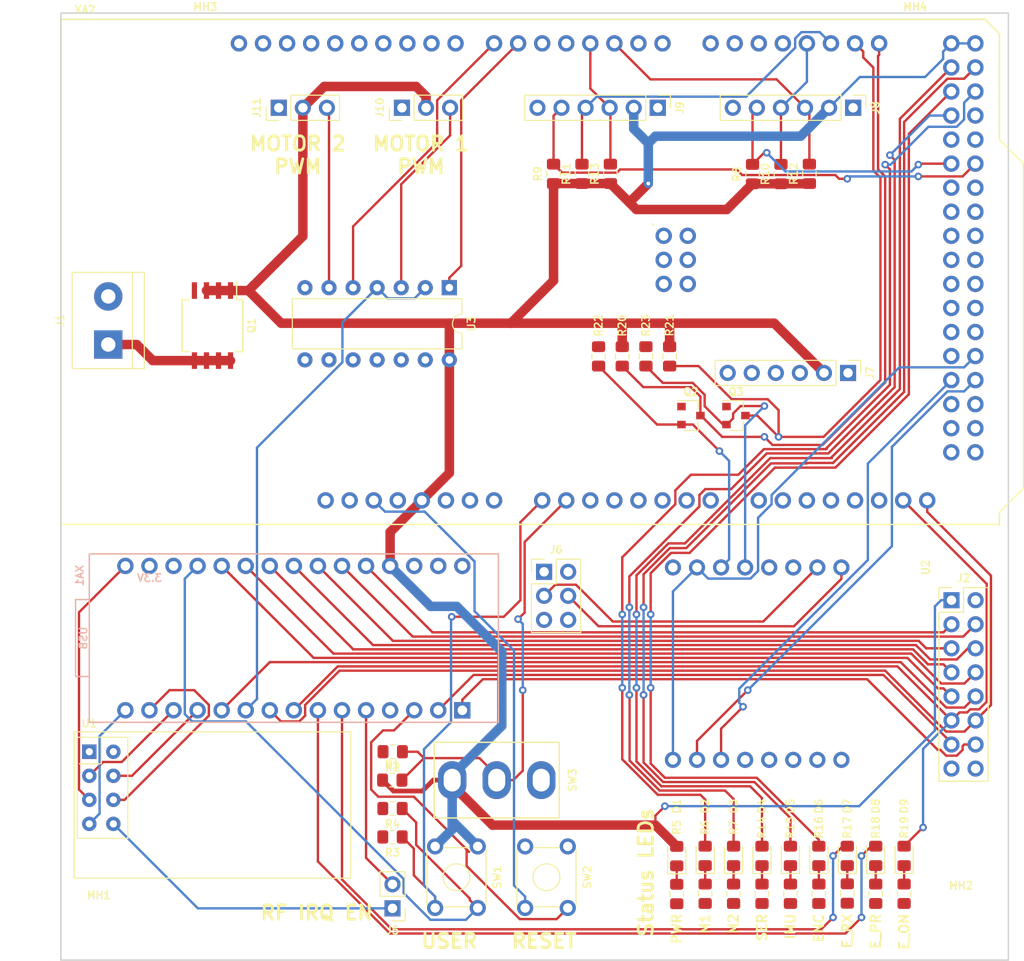
<source format=kicad_pcb>
(kicad_pcb (version 20171130) (host pcbnew "(5.0.0)")

  (general
    (thickness 1.6)
    (drawings 19)
    (tracks 574)
    (zones 0)
    (modules 56)
    (nets 91)
  )

  (page A4)
  (layers
    (0 F.Cu signal)
    (31 B.Cu signal)
    (32 B.Adhes user)
    (33 F.Adhes user)
    (34 B.Paste user)
    (35 F.Paste user)
    (36 B.SilkS user)
    (37 F.SilkS user)
    (38 B.Mask user)
    (39 F.Mask user)
    (40 Dwgs.User user)
    (41 Cmts.User user)
    (42 Eco1.User user)
    (43 Eco2.User user)
    (44 Edge.Cuts user)
    (45 Margin user)
    (46 B.CrtYd user)
    (47 F.CrtYd user)
    (48 B.Fab user)
    (49 F.Fab user hide)
  )

  (setup
    (last_trace_width 1)
    (user_trace_width 0.25)
    (user_trace_width 0.5)
    (user_trace_width 1)
    (trace_clearance 0.2)
    (zone_clearance 0.508)
    (zone_45_only no)
    (trace_min 0.2)
    (segment_width 0.2)
    (edge_width 0.15)
    (via_size 0.8)
    (via_drill 0.4)
    (via_min_size 0.4)
    (via_min_drill 0.3)
    (user_via 0.8 0.4)
    (user_via 1 0.6)
    (user_via 1.2 0.8)
    (uvia_size 0.3)
    (uvia_drill 0.1)
    (uvias_allowed no)
    (uvia_min_size 0.2)
    (uvia_min_drill 0.1)
    (pcb_text_width 0.3)
    (pcb_text_size 1.5 1.5)
    (mod_edge_width 0.15)
    (mod_text_size 0.8 0.8)
    (mod_text_width 0.15)
    (pad_size 1.524 1.524)
    (pad_drill 0.762)
    (pad_to_mask_clearance 0.05)
    (aux_axis_origin 0 0)
    (visible_elements 7FFFFFFF)
    (pcbplotparams
      (layerselection 0x010fc_ffffffff)
      (usegerberextensions false)
      (usegerberattributes false)
      (usegerberadvancedattributes false)
      (creategerberjobfile false)
      (excludeedgelayer true)
      (linewidth 0.100000)
      (plotframeref false)
      (viasonmask false)
      (mode 1)
      (useauxorigin false)
      (hpglpennumber 1)
      (hpglpenspeed 20)
      (hpglpendiameter 15.000000)
      (psnegative false)
      (psa4output false)
      (plotreference true)
      (plotvalue true)
      (plotinvisibletext false)
      (padsonsilk false)
      (subtractmaskfromsilk false)
      (outputformat 1)
      (mirror false)
      (drillshape 1)
      (scaleselection 1)
      (outputdirectory ""))
  )

  (net 0 "")
  (net 1 "Net-(D1-Pad1)")
  (net 2 +5V)
  (net 3 /STATUS_M1)
  (net 4 "Net-(D2-Pad1)")
  (net 5 "Net-(D3-Pad1)")
  (net 6 /STATUS_M2)
  (net 7 "Net-(D4-Pad1)")
  (net 8 /STATUS_SERIAL)
  (net 9 /STATUS_IMU)
  (net 10 "Net-(D5-Pad1)")
  (net 11 "Net-(D6-Pad1)")
  (net 12 /STATUS_ENC)
  (net 13 /ESTOP_RX)
  (net 14 "Net-(D7-Pad1)")
  (net 15 "Net-(D8-Pad1)")
  (net 16 /ESTOP_EN)
  (net 17 /ESTOP_ON)
  (net 18 "Net-(D9-Pad1)")
  (net 19 "Net-(J1-Pad1)")
  (net 20 GND)
  (net 21 /NANO_A7)
  (net 22 /NANO_A6)
  (net 23 /NANO_A5)
  (net 24 /NANO_A4)
  (net 25 /NANO_A3)
  (net 26 /NANO_A2)
  (net 27 /NANO_A1)
  (net 28 /NANO_D8)
  (net 29 /ESTOP_HS)
  (net 30 /NANO_RX)
  (net 31 /NANO_TX)
  (net 32 +3V3)
  (net 33 /SCL)
  (net 34 /SDA)
  (net 35 /MEGA_A13)
  (net 36 /MEGA_A12)
  (net 37 /MEGA_A11)
  (net 38 /MEGA_A10)
  (net 39 /MEGA_A9)
  (net 40 /MEGA_A8)
  (net 41 /MEGA_A7)
  (net 42 /MEGA_A6)
  (net 43 /MEGA_TX0)
  (net 44 /MEGA_RX0)
  (net 45 /MEGA_A2)
  (net 46 /MEGA_A3)
  (net 47 /MEGA_D32)
  (net 48 /MEGA_D33)
  (net 49 /MEGA_D34)
  (net 50 /MEGA_D35)
  (net 51 /MEGA_D36)
  (net 52 /MEGA_D37)
  (net 53 /MEGA_D38)
  (net 54 /MEGA_D39)
  (net 55 /ESTOP_IRQ)
  (net 56 /NANO_INT0)
  (net 57 "Net-(J6-Pad3)")
  (net 58 "Net-(J6-Pad4)")
  (net 59 /JOYSTICK_X)
  (net 60 /JOYSTICK_Y)
  (net 61 /JOYSTICK_SW)
  (net 62 /EN1_1)
  (net 63 /EN1_2)
  (net 64 /EN1_3)
  (net 65 /EN2_3)
  (net 66 /EN2_2)
  (net 67 /EN2_1)
  (net 68 /M1_OUT)
  (net 69 /M2_OUT)
  (net 70 /MEGA_SW2)
  (net 71 /MEGA_SW1)
  (net 72 /NANO_SW1)
  (net 73 /NANO_RESET)
  (net 74 /MEGA_RESET)
  (net 75 /ESTOP_CE)
  (net 76 /ESTOP_CSN)
  (net 77 /ESTOP_SCK)
  (net 78 /ESTOP_MOSI)
  (net 79 /ESTOP_MISO)
  (net 80 /IMU_RESET)
  (net 81 /MOSI)
  (net 82 /SCK)
  (net 83 /MISO)
  (net 84 /IMU_WAKE)
  (net 85 /IMU_CS)
  (net 86 /PWM_M1)
  (net 87 /ESTOP_TRAN)
  (net 88 /PWM_M2)
  (net 89 /SCL_3V3)
  (net 90 /SDA_3V3)

  (net_class Default "This is the default net class."
    (clearance 0.2)
    (trace_width 0.25)
    (via_dia 0.8)
    (via_drill 0.4)
    (uvia_dia 0.3)
    (uvia_drill 0.1)
    (add_net /EN1_1)
    (add_net /EN1_2)
    (add_net /EN1_3)
    (add_net /EN2_1)
    (add_net /EN2_2)
    (add_net /EN2_3)
    (add_net /ESTOP_CE)
    (add_net /ESTOP_CSN)
    (add_net /ESTOP_EN)
    (add_net /ESTOP_HS)
    (add_net /ESTOP_IRQ)
    (add_net /ESTOP_MISO)
    (add_net /ESTOP_MOSI)
    (add_net /ESTOP_ON)
    (add_net /ESTOP_RX)
    (add_net /ESTOP_SCK)
    (add_net /ESTOP_TRAN)
    (add_net /IMU_CS)
    (add_net /IMU_RESET)
    (add_net /IMU_WAKE)
    (add_net /JOYSTICK_SW)
    (add_net /JOYSTICK_X)
    (add_net /JOYSTICK_Y)
    (add_net /M1_OUT)
    (add_net /M2_OUT)
    (add_net /MEGA_A10)
    (add_net /MEGA_A11)
    (add_net /MEGA_A12)
    (add_net /MEGA_A13)
    (add_net /MEGA_A2)
    (add_net /MEGA_A3)
    (add_net /MEGA_A6)
    (add_net /MEGA_A7)
    (add_net /MEGA_A8)
    (add_net /MEGA_A9)
    (add_net /MEGA_D32)
    (add_net /MEGA_D33)
    (add_net /MEGA_D34)
    (add_net /MEGA_D35)
    (add_net /MEGA_D36)
    (add_net /MEGA_D37)
    (add_net /MEGA_D38)
    (add_net /MEGA_D39)
    (add_net /MEGA_RESET)
    (add_net /MEGA_RX0)
    (add_net /MEGA_SW1)
    (add_net /MEGA_SW2)
    (add_net /MEGA_TX0)
    (add_net /MISO)
    (add_net /MOSI)
    (add_net /NANO_A1)
    (add_net /NANO_A2)
    (add_net /NANO_A3)
    (add_net /NANO_A4)
    (add_net /NANO_A5)
    (add_net /NANO_A6)
    (add_net /NANO_A7)
    (add_net /NANO_D8)
    (add_net /NANO_INT0)
    (add_net /NANO_RESET)
    (add_net /NANO_RX)
    (add_net /NANO_SW1)
    (add_net /NANO_TX)
    (add_net /PWM_M1)
    (add_net /PWM_M2)
    (add_net /SCK)
    (add_net /SCL)
    (add_net /SCL_3V3)
    (add_net /SDA)
    (add_net /SDA_3V3)
    (add_net /STATUS_ENC)
    (add_net /STATUS_IMU)
    (add_net /STATUS_M1)
    (add_net /STATUS_M2)
    (add_net /STATUS_SERIAL)
    (add_net GND)
    (add_net "Net-(D1-Pad1)")
    (add_net "Net-(D2-Pad1)")
    (add_net "Net-(D3-Pad1)")
    (add_net "Net-(D4-Pad1)")
    (add_net "Net-(D5-Pad1)")
    (add_net "Net-(D6-Pad1)")
    (add_net "Net-(D7-Pad1)")
    (add_net "Net-(D8-Pad1)")
    (add_net "Net-(D9-Pad1)")
    (add_net "Net-(J6-Pad3)")
    (add_net "Net-(J6-Pad4)")
  )

  (net_class Power ""
    (clearance 0.2)
    (trace_width 0.5)
    (via_dia 0.8)
    (via_drill 0.4)
    (uvia_dia 0.3)
    (uvia_drill 0.1)
    (add_net +3V3)
    (add_net +5V)
    (add_net "Net-(J1-Pad1)")
  )

  (module BNO080:BNO080 (layer F.Cu) (tedit 5D475B5B) (tstamp 5D78F653)
    (at 110 76 270)
    (path /5D436B9B)
    (fp_text reference U2 (at 2.54 -1.27 270) (layer F.SilkS)
      (effects (font (size 0.8 0.8) (thickness 0.15)))
    )
    (fp_text value BNO080 (at 20.32 -1.27 270) (layer F.Fab)
      (effects (font (size 0.8 0.8) (thickness 0.15)))
    )
    (fp_line (start 0 0) (end 0 31.35) (layer F.CrtYd) (width 0.15))
    (fp_line (start 0 0) (end 25.5 0) (layer F.CrtYd) (width 0.15))
    (fp_line (start 0 31.35) (end 25.5 31.35) (layer F.CrtYd) (width 0.15))
    (fp_line (start 25.5 0) (end 25.5 31.35) (layer F.CrtYd) (width 0.15))
    (pad 0 thru_hole circle (at 2.54 7.62 270) (size 1.7 1.7) (drill 1) (layers *.Cu *.Mask)
      (net 58 "Net-(J6-Pad4)"))
    (pad 1 thru_hole circle (at 2.54 10.16 270) (size 1.7 1.7) (drill 1) (layers *.Cu *.Mask)
      (net 57 "Net-(J6-Pad3)"))
    (pad 2 thru_hole circle (at 2.54 12.7 270) (size 1.7 1.7) (drill 1) (layers *.Cu *.Mask)
      (net 20 GND))
    (pad 3 thru_hole circle (at 2.54 15.24 270) (size 1.7 1.7) (drill 1) (layers *.Cu *.Mask)
      (net 32 +3V3))
    (pad 4 thru_hole circle (at 2.54 17.78 270) (size 1.7 1.7) (drill 1) (layers *.Cu *.Mask)
      (net 90 /SDA_3V3))
    (pad 5 thru_hole circle (at 2.54 20.32 270) (size 1.7 1.7) (drill 1) (layers *.Cu *.Mask)
      (net 89 /SCL_3V3))
    (pad 6 thru_hole circle (at 2.54 22.86 270) (size 1.7 1.7) (drill 1) (layers *.Cu *.Mask)
      (net 80 /IMU_RESET))
    (pad 7 thru_hole circle (at 2.54 25.4 270) (size 1.7 1.7) (drill 1) (layers *.Cu *.Mask))
    (pad 8 thru_hole circle (at 22.86 7.62 270) (size 1.7 1.7) (drill 1) (layers *.Cu *.Mask)
      (net 20 GND))
    (pad 9 thru_hole circle (at 22.86 10.16 270) (size 1.7 1.7) (drill 1) (layers *.Cu *.Mask)
      (net 32 +3V3))
    (pad 12 thru_hole circle (at 22.86 17.78 270) (size 1.7 1.7) (drill 1) (layers *.Cu *.Mask)
      (net 81 /MOSI))
    (pad 10 thru_hole circle (at 22.86 12.7 270) (size 1.7 1.7) (drill 1) (layers *.Cu *.Mask)
      (net 82 /SCK))
    (pad 15 thru_hole circle (at 22.86 25.4 270) (size 1.7 1.7) (drill 1) (layers *.Cu *.Mask)
      (net 80 /IMU_RESET))
    (pad 11 thru_hole circle (at 22.86 15.24 270) (size 1.7 1.7) (drill 1) (layers *.Cu *.Mask)
      (net 83 /MISO))
    (pad 14 thru_hole circle (at 22.86 22.86 270) (size 1.7 1.7) (drill 1) (layers *.Cu *.Mask)
      (net 84 /IMU_WAKE))
    (pad 13 thru_hole circle (at 22.86 20.32 270) (size 1.7 1.7) (drill 1) (layers *.Cu *.Mask)
      (net 85 /IMU_CS))
  )

  (module LED_SMD:LED_0805_2012Metric_Pad1.15x1.40mm_HandSolder (layer F.Cu) (tedit 5B4B45C9) (tstamp 5D78F28D)
    (at 85 109.025 90)
    (descr "LED SMD 0805 (2012 Metric), square (rectangular) end terminal, IPC_7351 nominal, (Body size source: https://docs.google.com/spreadsheets/d/1BsfQQcO9C6DZCsRaXUlFlo91Tg2WpOkGARC1WS5S8t0/edit?usp=sharing), generated with kicad-footprint-generator")
    (tags "LED handsolder")
    (path /5D4174ED)
    (attr smd)
    (fp_text reference D1 (at 5.275 0 90) (layer F.SilkS)
      (effects (font (size 0.8 0.8) (thickness 0.15)))
    )
    (fp_text value STATUS_PWR (at 0 1.65 90) (layer F.Fab)
      (effects (font (size 0.8 0.8) (thickness 0.15)))
    )
    (fp_line (start 1 -0.6) (end -0.7 -0.6) (layer F.Fab) (width 0.1))
    (fp_line (start -0.7 -0.6) (end -1 -0.3) (layer F.Fab) (width 0.1))
    (fp_line (start -1 -0.3) (end -1 0.6) (layer F.Fab) (width 0.1))
    (fp_line (start -1 0.6) (end 1 0.6) (layer F.Fab) (width 0.1))
    (fp_line (start 1 0.6) (end 1 -0.6) (layer F.Fab) (width 0.1))
    (fp_line (start 1 -0.96) (end -1.86 -0.96) (layer F.SilkS) (width 0.12))
    (fp_line (start -1.86 -0.96) (end -1.86 0.96) (layer F.SilkS) (width 0.12))
    (fp_line (start -1.86 0.96) (end 1 0.96) (layer F.SilkS) (width 0.12))
    (fp_line (start -1.85 0.95) (end -1.85 -0.95) (layer F.CrtYd) (width 0.05))
    (fp_line (start -1.85 -0.95) (end 1.85 -0.95) (layer F.CrtYd) (width 0.05))
    (fp_line (start 1.85 -0.95) (end 1.85 0.95) (layer F.CrtYd) (width 0.05))
    (fp_line (start 1.85 0.95) (end -1.85 0.95) (layer F.CrtYd) (width 0.05))
    (fp_text user %R (at 0 0 90) (layer F.Fab)
      (effects (font (size 0.8 0.8) (thickness 0.15)))
    )
    (pad 1 smd roundrect (at -1.025 0 90) (size 1.15 1.4) (layers F.Cu F.Paste F.Mask) (roundrect_rratio 0.217391)
      (net 1 "Net-(D1-Pad1)"))
    (pad 2 smd roundrect (at 1.025 0 90) (size 1.15 1.4) (layers F.Cu F.Paste F.Mask) (roundrect_rratio 0.217391)
      (net 2 +5V))
    (model ${KISYS3DMOD}/LED_SMD.3dshapes/LED_0805_2012Metric.wrl
      (at (xyz 0 0 0))
      (scale (xyz 1 1 1))
      (rotate (xyz 0 0 0))
    )
  )

  (module LED_SMD:LED_0805_2012Metric_Pad1.15x1.40mm_HandSolder (layer F.Cu) (tedit 5B4B45C9) (tstamp 5D7931CD)
    (at 88 109 90)
    (descr "LED SMD 0805 (2012 Metric), square (rectangular) end terminal, IPC_7351 nominal, (Body size source: https://docs.google.com/spreadsheets/d/1BsfQQcO9C6DZCsRaXUlFlo91Tg2WpOkGARC1WS5S8t0/edit?usp=sharing), generated with kicad-footprint-generator")
    (tags "LED handsolder")
    (path /5D418F9F)
    (attr smd)
    (fp_text reference D2 (at 5.25 0 90) (layer F.SilkS)
      (effects (font (size 0.8 0.8) (thickness 0.15)))
    )
    (fp_text value STATUS_M1 (at 0 1.65 90) (layer F.Fab)
      (effects (font (size 0.8 0.8) (thickness 0.15)))
    )
    (fp_text user %R (at 0 0 90) (layer F.Fab)
      (effects (font (size 0.8 0.8) (thickness 0.15)))
    )
    (fp_line (start 1.85 0.95) (end -1.85 0.95) (layer F.CrtYd) (width 0.05))
    (fp_line (start 1.85 -0.95) (end 1.85 0.95) (layer F.CrtYd) (width 0.05))
    (fp_line (start -1.85 -0.95) (end 1.85 -0.95) (layer F.CrtYd) (width 0.05))
    (fp_line (start -1.85 0.95) (end -1.85 -0.95) (layer F.CrtYd) (width 0.05))
    (fp_line (start -1.86 0.96) (end 1 0.96) (layer F.SilkS) (width 0.12))
    (fp_line (start -1.86 -0.96) (end -1.86 0.96) (layer F.SilkS) (width 0.12))
    (fp_line (start 1 -0.96) (end -1.86 -0.96) (layer F.SilkS) (width 0.12))
    (fp_line (start 1 0.6) (end 1 -0.6) (layer F.Fab) (width 0.1))
    (fp_line (start -1 0.6) (end 1 0.6) (layer F.Fab) (width 0.1))
    (fp_line (start -1 -0.3) (end -1 0.6) (layer F.Fab) (width 0.1))
    (fp_line (start -0.7 -0.6) (end -1 -0.3) (layer F.Fab) (width 0.1))
    (fp_line (start 1 -0.6) (end -0.7 -0.6) (layer F.Fab) (width 0.1))
    (pad 2 smd roundrect (at 1.025 0 90) (size 1.15 1.4) (layers F.Cu F.Paste F.Mask) (roundrect_rratio 0.217391)
      (net 3 /STATUS_M1))
    (pad 1 smd roundrect (at -1.025 0 90) (size 1.15 1.4) (layers F.Cu F.Paste F.Mask) (roundrect_rratio 0.217391)
      (net 4 "Net-(D2-Pad1)"))
    (model ${KISYS3DMOD}/LED_SMD.3dshapes/LED_0805_2012Metric.wrl
      (at (xyz 0 0 0))
      (scale (xyz 1 1 1))
      (rotate (xyz 0 0 0))
    )
  )

  (module LED_SMD:LED_0805_2012Metric_Pad1.15x1.40mm_HandSolder (layer F.Cu) (tedit 5B4B45C9) (tstamp 5D78F2B3)
    (at 91 109 90)
    (descr "LED SMD 0805 (2012 Metric), square (rectangular) end terminal, IPC_7351 nominal, (Body size source: https://docs.google.com/spreadsheets/d/1BsfQQcO9C6DZCsRaXUlFlo91Tg2WpOkGARC1WS5S8t0/edit?usp=sharing), generated with kicad-footprint-generator")
    (tags "LED handsolder")
    (path /5D41903F)
    (attr smd)
    (fp_text reference D3 (at 5.25 0 90) (layer F.SilkS)
      (effects (font (size 0.8 0.8) (thickness 0.15)))
    )
    (fp_text value STATUS_M2 (at 0 1.65 90) (layer F.Fab)
      (effects (font (size 0.8 0.8) (thickness 0.15)))
    )
    (fp_line (start 1 -0.6) (end -0.7 -0.6) (layer F.Fab) (width 0.1))
    (fp_line (start -0.7 -0.6) (end -1 -0.3) (layer F.Fab) (width 0.1))
    (fp_line (start -1 -0.3) (end -1 0.6) (layer F.Fab) (width 0.1))
    (fp_line (start -1 0.6) (end 1 0.6) (layer F.Fab) (width 0.1))
    (fp_line (start 1 0.6) (end 1 -0.6) (layer F.Fab) (width 0.1))
    (fp_line (start 1 -0.96) (end -1.86 -0.96) (layer F.SilkS) (width 0.12))
    (fp_line (start -1.86 -0.96) (end -1.86 0.96) (layer F.SilkS) (width 0.12))
    (fp_line (start -1.86 0.96) (end 1 0.96) (layer F.SilkS) (width 0.12))
    (fp_line (start -1.85 0.95) (end -1.85 -0.95) (layer F.CrtYd) (width 0.05))
    (fp_line (start -1.85 -0.95) (end 1.85 -0.95) (layer F.CrtYd) (width 0.05))
    (fp_line (start 1.85 -0.95) (end 1.85 0.95) (layer F.CrtYd) (width 0.05))
    (fp_line (start 1.85 0.95) (end -1.85 0.95) (layer F.CrtYd) (width 0.05))
    (fp_text user %R (at 0 0 90) (layer F.Fab)
      (effects (font (size 0.8 0.8) (thickness 0.15)))
    )
    (pad 1 smd roundrect (at -1.025 0 90) (size 1.15 1.4) (layers F.Cu F.Paste F.Mask) (roundrect_rratio 0.217391)
      (net 5 "Net-(D3-Pad1)"))
    (pad 2 smd roundrect (at 1.025 0 90) (size 1.15 1.4) (layers F.Cu F.Paste F.Mask) (roundrect_rratio 0.217391)
      (net 6 /STATUS_M2))
    (model ${KISYS3DMOD}/LED_SMD.3dshapes/LED_0805_2012Metric.wrl
      (at (xyz 0 0 0))
      (scale (xyz 1 1 1))
      (rotate (xyz 0 0 0))
    )
  )

  (module LED_SMD:LED_0805_2012Metric_Pad1.15x1.40mm_HandSolder (layer F.Cu) (tedit 5B4B45C9) (tstamp 5D78F2C6)
    (at 94 109 90)
    (descr "LED SMD 0805 (2012 Metric), square (rectangular) end terminal, IPC_7351 nominal, (Body size source: https://docs.google.com/spreadsheets/d/1BsfQQcO9C6DZCsRaXUlFlo91Tg2WpOkGARC1WS5S8t0/edit?usp=sharing), generated with kicad-footprint-generator")
    (tags "LED handsolder")
    (path /5D4316A5)
    (attr smd)
    (fp_text reference D4 (at 5.25 0 90) (layer F.SilkS)
      (effects (font (size 0.8 0.8) (thickness 0.15)))
    )
    (fp_text value STATUS_SERIAL (at 0 1.65 90) (layer F.Fab)
      (effects (font (size 0.8 0.8) (thickness 0.15)))
    )
    (fp_line (start 1 -0.6) (end -0.7 -0.6) (layer F.Fab) (width 0.1))
    (fp_line (start -0.7 -0.6) (end -1 -0.3) (layer F.Fab) (width 0.1))
    (fp_line (start -1 -0.3) (end -1 0.6) (layer F.Fab) (width 0.1))
    (fp_line (start -1 0.6) (end 1 0.6) (layer F.Fab) (width 0.1))
    (fp_line (start 1 0.6) (end 1 -0.6) (layer F.Fab) (width 0.1))
    (fp_line (start 1 -0.96) (end -1.86 -0.96) (layer F.SilkS) (width 0.12))
    (fp_line (start -1.86 -0.96) (end -1.86 0.96) (layer F.SilkS) (width 0.12))
    (fp_line (start -1.86 0.96) (end 1 0.96) (layer F.SilkS) (width 0.12))
    (fp_line (start -1.85 0.95) (end -1.85 -0.95) (layer F.CrtYd) (width 0.05))
    (fp_line (start -1.85 -0.95) (end 1.85 -0.95) (layer F.CrtYd) (width 0.05))
    (fp_line (start 1.85 -0.95) (end 1.85 0.95) (layer F.CrtYd) (width 0.05))
    (fp_line (start 1.85 0.95) (end -1.85 0.95) (layer F.CrtYd) (width 0.05))
    (fp_text user %R (at 0 0 90) (layer F.Fab)
      (effects (font (size 0.8 0.8) (thickness 0.15)))
    )
    (pad 1 smd roundrect (at -1.025 0 90) (size 1.15 1.4) (layers F.Cu F.Paste F.Mask) (roundrect_rratio 0.217391)
      (net 7 "Net-(D4-Pad1)"))
    (pad 2 smd roundrect (at 1.025 0 90) (size 1.15 1.4) (layers F.Cu F.Paste F.Mask) (roundrect_rratio 0.217391)
      (net 8 /STATUS_SERIAL))
    (model ${KISYS3DMOD}/LED_SMD.3dshapes/LED_0805_2012Metric.wrl
      (at (xyz 0 0 0))
      (scale (xyz 1 1 1))
      (rotate (xyz 0 0 0))
    )
  )

  (module LED_SMD:LED_0805_2012Metric_Pad1.15x1.40mm_HandSolder (layer F.Cu) (tedit 5B4B45C9) (tstamp 5D78F2D9)
    (at 97 109 90)
    (descr "LED SMD 0805 (2012 Metric), square (rectangular) end terminal, IPC_7351 nominal, (Body size source: https://docs.google.com/spreadsheets/d/1BsfQQcO9C6DZCsRaXUlFlo91Tg2WpOkGARC1WS5S8t0/edit?usp=sharing), generated with kicad-footprint-generator")
    (tags "LED handsolder")
    (path /5D4316AC)
    (attr smd)
    (fp_text reference D5 (at 5.25 0 90) (layer F.SilkS)
      (effects (font (size 0.8 0.8) (thickness 0.15)))
    )
    (fp_text value STATUS_IMU (at 0 1.65 90) (layer F.Fab)
      (effects (font (size 0.8 0.8) (thickness 0.15)))
    )
    (fp_text user %R (at 0 0 90) (layer F.Fab)
      (effects (font (size 0.8 0.8) (thickness 0.15)))
    )
    (fp_line (start 1.85 0.95) (end -1.85 0.95) (layer F.CrtYd) (width 0.05))
    (fp_line (start 1.85 -0.95) (end 1.85 0.95) (layer F.CrtYd) (width 0.05))
    (fp_line (start -1.85 -0.95) (end 1.85 -0.95) (layer F.CrtYd) (width 0.05))
    (fp_line (start -1.85 0.95) (end -1.85 -0.95) (layer F.CrtYd) (width 0.05))
    (fp_line (start -1.86 0.96) (end 1 0.96) (layer F.SilkS) (width 0.12))
    (fp_line (start -1.86 -0.96) (end -1.86 0.96) (layer F.SilkS) (width 0.12))
    (fp_line (start 1 -0.96) (end -1.86 -0.96) (layer F.SilkS) (width 0.12))
    (fp_line (start 1 0.6) (end 1 -0.6) (layer F.Fab) (width 0.1))
    (fp_line (start -1 0.6) (end 1 0.6) (layer F.Fab) (width 0.1))
    (fp_line (start -1 -0.3) (end -1 0.6) (layer F.Fab) (width 0.1))
    (fp_line (start -0.7 -0.6) (end -1 -0.3) (layer F.Fab) (width 0.1))
    (fp_line (start 1 -0.6) (end -0.7 -0.6) (layer F.Fab) (width 0.1))
    (pad 2 smd roundrect (at 1.025 0 90) (size 1.15 1.4) (layers F.Cu F.Paste F.Mask) (roundrect_rratio 0.217391)
      (net 9 /STATUS_IMU))
    (pad 1 smd roundrect (at -1.025 0 90) (size 1.15 1.4) (layers F.Cu F.Paste F.Mask) (roundrect_rratio 0.217391)
      (net 10 "Net-(D5-Pad1)"))
    (model ${KISYS3DMOD}/LED_SMD.3dshapes/LED_0805_2012Metric.wrl
      (at (xyz 0 0 0))
      (scale (xyz 1 1 1))
      (rotate (xyz 0 0 0))
    )
  )

  (module LED_SMD:LED_0805_2012Metric_Pad1.15x1.40mm_HandSolder (layer F.Cu) (tedit 5B4B45C9) (tstamp 5D78F2EC)
    (at 100 109 90)
    (descr "LED SMD 0805 (2012 Metric), square (rectangular) end terminal, IPC_7351 nominal, (Body size source: https://docs.google.com/spreadsheets/d/1BsfQQcO9C6DZCsRaXUlFlo91Tg2WpOkGARC1WS5S8t0/edit?usp=sharing), generated with kicad-footprint-generator")
    (tags "LED handsolder")
    (path /5D4316B3)
    (attr smd)
    (fp_text reference D6 (at 5.25 0 90) (layer F.SilkS)
      (effects (font (size 0.8 0.8) (thickness 0.15)))
    )
    (fp_text value STATUS_ENCODER (at 0 1.65 90) (layer F.Fab)
      (effects (font (size 0.8 0.8) (thickness 0.15)))
    )
    (fp_line (start 1 -0.6) (end -0.7 -0.6) (layer F.Fab) (width 0.1))
    (fp_line (start -0.7 -0.6) (end -1 -0.3) (layer F.Fab) (width 0.1))
    (fp_line (start -1 -0.3) (end -1 0.6) (layer F.Fab) (width 0.1))
    (fp_line (start -1 0.6) (end 1 0.6) (layer F.Fab) (width 0.1))
    (fp_line (start 1 0.6) (end 1 -0.6) (layer F.Fab) (width 0.1))
    (fp_line (start 1 -0.96) (end -1.86 -0.96) (layer F.SilkS) (width 0.12))
    (fp_line (start -1.86 -0.96) (end -1.86 0.96) (layer F.SilkS) (width 0.12))
    (fp_line (start -1.86 0.96) (end 1 0.96) (layer F.SilkS) (width 0.12))
    (fp_line (start -1.85 0.95) (end -1.85 -0.95) (layer F.CrtYd) (width 0.05))
    (fp_line (start -1.85 -0.95) (end 1.85 -0.95) (layer F.CrtYd) (width 0.05))
    (fp_line (start 1.85 -0.95) (end 1.85 0.95) (layer F.CrtYd) (width 0.05))
    (fp_line (start 1.85 0.95) (end -1.85 0.95) (layer F.CrtYd) (width 0.05))
    (fp_text user %R (at 0 0 90) (layer F.Fab)
      (effects (font (size 0.8 0.8) (thickness 0.15)))
    )
    (pad 1 smd roundrect (at -1.025 0 90) (size 1.15 1.4) (layers F.Cu F.Paste F.Mask) (roundrect_rratio 0.217391)
      (net 11 "Net-(D6-Pad1)"))
    (pad 2 smd roundrect (at 1.025 0 90) (size 1.15 1.4) (layers F.Cu F.Paste F.Mask) (roundrect_rratio 0.217391)
      (net 12 /STATUS_ENC))
    (model ${KISYS3DMOD}/LED_SMD.3dshapes/LED_0805_2012Metric.wrl
      (at (xyz 0 0 0))
      (scale (xyz 1 1 1))
      (rotate (xyz 0 0 0))
    )
  )

  (module LED_SMD:LED_0805_2012Metric_Pad1.15x1.40mm_HandSolder (layer F.Cu) (tedit 5B4B45C9) (tstamp 5D78F2FF)
    (at 103 109 90)
    (descr "LED SMD 0805 (2012 Metric), square (rectangular) end terminal, IPC_7351 nominal, (Body size source: https://docs.google.com/spreadsheets/d/1BsfQQcO9C6DZCsRaXUlFlo91Tg2WpOkGARC1WS5S8t0/edit?usp=sharing), generated with kicad-footprint-generator")
    (tags "LED handsolder")
    (path /5D422938)
    (attr smd)
    (fp_text reference D7 (at 5.25 0 90) (layer F.SilkS)
      (effects (font (size 0.8 0.8) (thickness 0.15)))
    )
    (fp_text value ESTOP_RX (at 0 1.65 90) (layer F.Fab)
      (effects (font (size 0.8 0.8) (thickness 0.15)))
    )
    (fp_text user %R (at 0 0 90) (layer F.Fab)
      (effects (font (size 0.8 0.8) (thickness 0.15)))
    )
    (fp_line (start 1.85 0.95) (end -1.85 0.95) (layer F.CrtYd) (width 0.05))
    (fp_line (start 1.85 -0.95) (end 1.85 0.95) (layer F.CrtYd) (width 0.05))
    (fp_line (start -1.85 -0.95) (end 1.85 -0.95) (layer F.CrtYd) (width 0.05))
    (fp_line (start -1.85 0.95) (end -1.85 -0.95) (layer F.CrtYd) (width 0.05))
    (fp_line (start -1.86 0.96) (end 1 0.96) (layer F.SilkS) (width 0.12))
    (fp_line (start -1.86 -0.96) (end -1.86 0.96) (layer F.SilkS) (width 0.12))
    (fp_line (start 1 -0.96) (end -1.86 -0.96) (layer F.SilkS) (width 0.12))
    (fp_line (start 1 0.6) (end 1 -0.6) (layer F.Fab) (width 0.1))
    (fp_line (start -1 0.6) (end 1 0.6) (layer F.Fab) (width 0.1))
    (fp_line (start -1 -0.3) (end -1 0.6) (layer F.Fab) (width 0.1))
    (fp_line (start -0.7 -0.6) (end -1 -0.3) (layer F.Fab) (width 0.1))
    (fp_line (start 1 -0.6) (end -0.7 -0.6) (layer F.Fab) (width 0.1))
    (pad 2 smd roundrect (at 1.025 0 90) (size 1.15 1.4) (layers F.Cu F.Paste F.Mask) (roundrect_rratio 0.217391)
      (net 13 /ESTOP_RX))
    (pad 1 smd roundrect (at -1.025 0 90) (size 1.15 1.4) (layers F.Cu F.Paste F.Mask) (roundrect_rratio 0.217391)
      (net 14 "Net-(D7-Pad1)"))
    (model ${KISYS3DMOD}/LED_SMD.3dshapes/LED_0805_2012Metric.wrl
      (at (xyz 0 0 0))
      (scale (xyz 1 1 1))
      (rotate (xyz 0 0 0))
    )
  )

  (module LED_SMD:LED_0805_2012Metric_Pad1.15x1.40mm_HandSolder (layer F.Cu) (tedit 5B4B45C9) (tstamp 5D78F312)
    (at 106 109 90)
    (descr "LED SMD 0805 (2012 Metric), square (rectangular) end terminal, IPC_7351 nominal, (Body size source: https://docs.google.com/spreadsheets/d/1BsfQQcO9C6DZCsRaXUlFlo91Tg2WpOkGARC1WS5S8t0/edit?usp=sharing), generated with kicad-footprint-generator")
    (tags "LED handsolder")
    (path /5D42293F)
    (attr smd)
    (fp_text reference D8 (at 5.25 0 90) (layer F.SilkS)
      (effects (font (size 0.8 0.8) (thickness 0.15)))
    )
    (fp_text value ESTOP_EN (at 0 1.65 90) (layer F.Fab)
      (effects (font (size 0.8 0.8) (thickness 0.15)))
    )
    (fp_line (start 1 -0.6) (end -0.7 -0.6) (layer F.Fab) (width 0.1))
    (fp_line (start -0.7 -0.6) (end -1 -0.3) (layer F.Fab) (width 0.1))
    (fp_line (start -1 -0.3) (end -1 0.6) (layer F.Fab) (width 0.1))
    (fp_line (start -1 0.6) (end 1 0.6) (layer F.Fab) (width 0.1))
    (fp_line (start 1 0.6) (end 1 -0.6) (layer F.Fab) (width 0.1))
    (fp_line (start 1 -0.96) (end -1.86 -0.96) (layer F.SilkS) (width 0.12))
    (fp_line (start -1.86 -0.96) (end -1.86 0.96) (layer F.SilkS) (width 0.12))
    (fp_line (start -1.86 0.96) (end 1 0.96) (layer F.SilkS) (width 0.12))
    (fp_line (start -1.85 0.95) (end -1.85 -0.95) (layer F.CrtYd) (width 0.05))
    (fp_line (start -1.85 -0.95) (end 1.85 -0.95) (layer F.CrtYd) (width 0.05))
    (fp_line (start 1.85 -0.95) (end 1.85 0.95) (layer F.CrtYd) (width 0.05))
    (fp_line (start 1.85 0.95) (end -1.85 0.95) (layer F.CrtYd) (width 0.05))
    (fp_text user %R (at 0 0 90) (layer F.Fab)
      (effects (font (size 0.8 0.8) (thickness 0.15)))
    )
    (pad 1 smd roundrect (at -1.025 0 90) (size 1.15 1.4) (layers F.Cu F.Paste F.Mask) (roundrect_rratio 0.217391)
      (net 15 "Net-(D8-Pad1)"))
    (pad 2 smd roundrect (at 1.025 0 90) (size 1.15 1.4) (layers F.Cu F.Paste F.Mask) (roundrect_rratio 0.217391)
      (net 16 /ESTOP_EN))
    (model ${KISYS3DMOD}/LED_SMD.3dshapes/LED_0805_2012Metric.wrl
      (at (xyz 0 0 0))
      (scale (xyz 1 1 1))
      (rotate (xyz 0 0 0))
    )
  )

  (module LED_SMD:LED_0805_2012Metric_Pad1.15x1.40mm_HandSolder (layer F.Cu) (tedit 5B4B45C9) (tstamp 5D78F325)
    (at 109 109 90)
    (descr "LED SMD 0805 (2012 Metric), square (rectangular) end terminal, IPC_7351 nominal, (Body size source: https://docs.google.com/spreadsheets/d/1BsfQQcO9C6DZCsRaXUlFlo91Tg2WpOkGARC1WS5S8t0/edit?usp=sharing), generated with kicad-footprint-generator")
    (tags "LED handsolder")
    (path /5D422946)
    (attr smd)
    (fp_text reference D9 (at 5.25 0 90) (layer F.SilkS)
      (effects (font (size 0.8 0.8) (thickness 0.15)))
    )
    (fp_text value ESTOP_ON (at 0 1.65 90) (layer F.Fab)
      (effects (font (size 0.8 0.8) (thickness 0.15)))
    )
    (fp_text user %R (at 0 0 90) (layer F.Fab)
      (effects (font (size 0.8 0.8) (thickness 0.15)))
    )
    (fp_line (start 1.85 0.95) (end -1.85 0.95) (layer F.CrtYd) (width 0.05))
    (fp_line (start 1.85 -0.95) (end 1.85 0.95) (layer F.CrtYd) (width 0.05))
    (fp_line (start -1.85 -0.95) (end 1.85 -0.95) (layer F.CrtYd) (width 0.05))
    (fp_line (start -1.85 0.95) (end -1.85 -0.95) (layer F.CrtYd) (width 0.05))
    (fp_line (start -1.86 0.96) (end 1 0.96) (layer F.SilkS) (width 0.12))
    (fp_line (start -1.86 -0.96) (end -1.86 0.96) (layer F.SilkS) (width 0.12))
    (fp_line (start 1 -0.96) (end -1.86 -0.96) (layer F.SilkS) (width 0.12))
    (fp_line (start 1 0.6) (end 1 -0.6) (layer F.Fab) (width 0.1))
    (fp_line (start -1 0.6) (end 1 0.6) (layer F.Fab) (width 0.1))
    (fp_line (start -1 -0.3) (end -1 0.6) (layer F.Fab) (width 0.1))
    (fp_line (start -0.7 -0.6) (end -1 -0.3) (layer F.Fab) (width 0.1))
    (fp_line (start 1 -0.6) (end -0.7 -0.6) (layer F.Fab) (width 0.1))
    (pad 2 smd roundrect (at 1.025 0 90) (size 1.15 1.4) (layers F.Cu F.Paste F.Mask) (roundrect_rratio 0.217391)
      (net 17 /ESTOP_ON))
    (pad 1 smd roundrect (at -1.025 0 90) (size 1.15 1.4) (layers F.Cu F.Paste F.Mask) (roundrect_rratio 0.217391)
      (net 18 "Net-(D9-Pad1)"))
    (model ${KISYS3DMOD}/LED_SMD.3dshapes/LED_0805_2012Metric.wrl
      (at (xyz 0 0 0))
      (scale (xyz 1 1 1))
      (rotate (xyz 0 0 0))
    )
  )

  (module TerminalBlock:TerminalBlock_bornier-2_P5.08mm (layer F.Cu) (tedit 59FF03AB) (tstamp 5D78F33A)
    (at 25 55 90)
    (descr "simple 2-pin terminal block, pitch 5.08mm, revamped version of bornier2")
    (tags "terminal block bornier2")
    (path /5D43FD45)
    (fp_text reference J1 (at 2.54 -5.08 90) (layer F.SilkS)
      (effects (font (size 0.8 0.8) (thickness 0.15)))
    )
    (fp_text value Power_In (at 2.54 5.08 90) (layer F.Fab)
      (effects (font (size 0.8 0.8) (thickness 0.15)))
    )
    (fp_text user %R (at 2.54 0 90) (layer F.Fab)
      (effects (font (size 0.8 0.8) (thickness 0.15)))
    )
    (fp_line (start -2.41 2.55) (end 7.49 2.55) (layer F.Fab) (width 0.1))
    (fp_line (start -2.46 -3.75) (end -2.46 3.75) (layer F.Fab) (width 0.1))
    (fp_line (start -2.46 3.75) (end 7.54 3.75) (layer F.Fab) (width 0.1))
    (fp_line (start 7.54 3.75) (end 7.54 -3.75) (layer F.Fab) (width 0.1))
    (fp_line (start 7.54 -3.75) (end -2.46 -3.75) (layer F.Fab) (width 0.1))
    (fp_line (start 7.62 2.54) (end -2.54 2.54) (layer F.SilkS) (width 0.12))
    (fp_line (start 7.62 3.81) (end 7.62 -3.81) (layer F.SilkS) (width 0.12))
    (fp_line (start 7.62 -3.81) (end -2.54 -3.81) (layer F.SilkS) (width 0.12))
    (fp_line (start -2.54 -3.81) (end -2.54 3.81) (layer F.SilkS) (width 0.12))
    (fp_line (start -2.54 3.81) (end 7.62 3.81) (layer F.SilkS) (width 0.12))
    (fp_line (start -2.71 -4) (end 7.79 -4) (layer F.CrtYd) (width 0.05))
    (fp_line (start -2.71 -4) (end -2.71 4) (layer F.CrtYd) (width 0.05))
    (fp_line (start 7.79 4) (end 7.79 -4) (layer F.CrtYd) (width 0.05))
    (fp_line (start 7.79 4) (end -2.71 4) (layer F.CrtYd) (width 0.05))
    (pad 1 thru_hole rect (at 0 0 90) (size 3 3) (drill 1.52) (layers *.Cu *.Mask)
      (net 19 "Net-(J1-Pad1)"))
    (pad 2 thru_hole circle (at 5.08 0 90) (size 3 3) (drill 1.52) (layers *.Cu *.Mask)
      (net 20 GND))
    (model ${KISYS3DMOD}/TerminalBlock.3dshapes/TerminalBlock_bornier-2_P5.08mm.wrl
      (offset (xyz 2.539999961853027 0 0))
      (scale (xyz 1 1 1))
      (rotate (xyz 0 0 0))
    )
  )

  (module Connector_PinHeader_2.54mm:PinHeader_2x08_P2.54mm_Vertical (layer F.Cu) (tedit 59FED5CC) (tstamp 5D78F360)
    (at 114 82)
    (descr "Through hole straight pin header, 2x08, 2.54mm pitch, double rows")
    (tags "Through hole pin header THT 2x08 2.54mm double row")
    (path /5D42E605)
    (fp_text reference J2 (at 1.27 -2.33) (layer F.SilkS)
      (effects (font (size 0.8 0.8) (thickness 0.15)))
    )
    (fp_text value GPIO_NANO_1 (at 1.27 20.11) (layer F.Fab)
      (effects (font (size 0.8 0.8) (thickness 0.15)))
    )
    (fp_line (start 0 -1.27) (end 3.81 -1.27) (layer F.Fab) (width 0.1))
    (fp_line (start 3.81 -1.27) (end 3.81 19.05) (layer F.Fab) (width 0.1))
    (fp_line (start 3.81 19.05) (end -1.27 19.05) (layer F.Fab) (width 0.1))
    (fp_line (start -1.27 19.05) (end -1.27 0) (layer F.Fab) (width 0.1))
    (fp_line (start -1.27 0) (end 0 -1.27) (layer F.Fab) (width 0.1))
    (fp_line (start -1.33 19.11) (end 3.87 19.11) (layer F.SilkS) (width 0.12))
    (fp_line (start -1.33 1.27) (end -1.33 19.11) (layer F.SilkS) (width 0.12))
    (fp_line (start 3.87 -1.33) (end 3.87 19.11) (layer F.SilkS) (width 0.12))
    (fp_line (start -1.33 1.27) (end 1.27 1.27) (layer F.SilkS) (width 0.12))
    (fp_line (start 1.27 1.27) (end 1.27 -1.33) (layer F.SilkS) (width 0.12))
    (fp_line (start 1.27 -1.33) (end 3.87 -1.33) (layer F.SilkS) (width 0.12))
    (fp_line (start -1.33 0) (end -1.33 -1.33) (layer F.SilkS) (width 0.12))
    (fp_line (start -1.33 -1.33) (end 0 -1.33) (layer F.SilkS) (width 0.12))
    (fp_line (start -1.8 -1.8) (end -1.8 19.55) (layer F.CrtYd) (width 0.05))
    (fp_line (start -1.8 19.55) (end 4.35 19.55) (layer F.CrtYd) (width 0.05))
    (fp_line (start 4.35 19.55) (end 4.35 -1.8) (layer F.CrtYd) (width 0.05))
    (fp_line (start 4.35 -1.8) (end -1.8 -1.8) (layer F.CrtYd) (width 0.05))
    (fp_text user %R (at 1.27 8.89 90) (layer F.Fab)
      (effects (font (size 0.8 0.8) (thickness 0.15)))
    )
    (pad 1 thru_hole rect (at 0 0) (size 1.7 1.7) (drill 1) (layers *.Cu *.Mask)
      (net 2 +5V))
    (pad 2 thru_hole oval (at 2.54 0) (size 1.7 1.7) (drill 1) (layers *.Cu *.Mask)
      (net 20 GND))
    (pad 3 thru_hole oval (at 0 2.54) (size 1.7 1.7) (drill 1) (layers *.Cu *.Mask)
      (net 21 /NANO_A7))
    (pad 4 thru_hole oval (at 2.54 2.54) (size 1.7 1.7) (drill 1) (layers *.Cu *.Mask)
      (net 22 /NANO_A6))
    (pad 5 thru_hole oval (at 0 5.08) (size 1.7 1.7) (drill 1) (layers *.Cu *.Mask)
      (net 23 /NANO_A5))
    (pad 6 thru_hole oval (at 2.54 5.08) (size 1.7 1.7) (drill 1) (layers *.Cu *.Mask)
      (net 24 /NANO_A4))
    (pad 7 thru_hole oval (at 0 7.62) (size 1.7 1.7) (drill 1) (layers *.Cu *.Mask)
      (net 25 /NANO_A3))
    (pad 8 thru_hole oval (at 2.54 7.62) (size 1.7 1.7) (drill 1) (layers *.Cu *.Mask)
      (net 26 /NANO_A2))
    (pad 9 thru_hole oval (at 0 10.16) (size 1.7 1.7) (drill 1) (layers *.Cu *.Mask)
      (net 27 /NANO_A1))
    (pad 10 thru_hole oval (at 2.54 10.16) (size 1.7 1.7) (drill 1) (layers *.Cu *.Mask)
      (net 28 /NANO_D8))
    (pad 11 thru_hole oval (at 0 12.7) (size 1.7 1.7) (drill 1) (layers *.Cu *.Mask)
      (net 17 /ESTOP_ON))
    (pad 12 thru_hole oval (at 2.54 12.7) (size 1.7 1.7) (drill 1) (layers *.Cu *.Mask)
      (net 29 /ESTOP_HS))
    (pad 13 thru_hole oval (at 0 15.24) (size 1.7 1.7) (drill 1) (layers *.Cu *.Mask)
      (net 30 /NANO_RX))
    (pad 14 thru_hole oval (at 2.54 15.24) (size 1.7 1.7) (drill 1) (layers *.Cu *.Mask)
      (net 31 /NANO_TX))
    (pad 15 thru_hole oval (at 0 17.78) (size 1.7 1.7) (drill 1) (layers *.Cu *.Mask)
      (net 32 +3V3))
    (pad 16 thru_hole oval (at 2.54 17.78) (size 1.7 1.7) (drill 1) (layers *.Cu *.Mask)
      (net 20 GND))
    (model ${KISYS3DMOD}/Connector_PinHeader_2.54mm.3dshapes/PinHeader_2x08_P2.54mm_Vertical.wrl
      (at (xyz 0 0 0))
      (scale (xyz 1 1 1))
      (rotate (xyz 0 0 0))
    )
  )

  (module Connector_PinHeader_2.54mm:PinHeader_1x02_P2.54mm_Vertical (layer F.Cu) (tedit 59FED5CC) (tstamp 5D78F3C2)
    (at 55 114.54 180)
    (descr "Through hole straight pin header, 1x02, 2.54mm pitch, single row")
    (tags "Through hole pin header THT 1x02 2.54mm single row")
    (path /5D5A27D7)
    (fp_text reference J5 (at 0 -2.33 180) (layer F.SilkS)
      (effects (font (size 0.8 0.8) (thickness 0.15)))
    )
    (fp_text value ESTOP_IRQ_EN (at 0 4.87 180) (layer F.Fab)
      (effects (font (size 0.8 0.8) (thickness 0.15)))
    )
    (fp_line (start -0.635 -1.27) (end 1.27 -1.27) (layer F.Fab) (width 0.1))
    (fp_line (start 1.27 -1.27) (end 1.27 3.81) (layer F.Fab) (width 0.1))
    (fp_line (start 1.27 3.81) (end -1.27 3.81) (layer F.Fab) (width 0.1))
    (fp_line (start -1.27 3.81) (end -1.27 -0.635) (layer F.Fab) (width 0.1))
    (fp_line (start -1.27 -0.635) (end -0.635 -1.27) (layer F.Fab) (width 0.1))
    (fp_line (start -1.33 3.87) (end 1.33 3.87) (layer F.SilkS) (width 0.12))
    (fp_line (start -1.33 1.27) (end -1.33 3.87) (layer F.SilkS) (width 0.12))
    (fp_line (start 1.33 1.27) (end 1.33 3.87) (layer F.SilkS) (width 0.12))
    (fp_line (start -1.33 1.27) (end 1.33 1.27) (layer F.SilkS) (width 0.12))
    (fp_line (start -1.33 0) (end -1.33 -1.33) (layer F.SilkS) (width 0.12))
    (fp_line (start -1.33 -1.33) (end 0 -1.33) (layer F.SilkS) (width 0.12))
    (fp_line (start -1.8 -1.8) (end -1.8 4.35) (layer F.CrtYd) (width 0.05))
    (fp_line (start -1.8 4.35) (end 1.8 4.35) (layer F.CrtYd) (width 0.05))
    (fp_line (start 1.8 4.35) (end 1.8 -1.8) (layer F.CrtYd) (width 0.05))
    (fp_line (start 1.8 -1.8) (end -1.8 -1.8) (layer F.CrtYd) (width 0.05))
    (fp_text user %R (at 0 1.27 270) (layer F.Fab)
      (effects (font (size 0.8 0.8) (thickness 0.15)))
    )
    (pad 1 thru_hole rect (at 0 0 180) (size 1.7 1.7) (drill 1) (layers *.Cu *.Mask)
      (net 55 /ESTOP_IRQ))
    (pad 2 thru_hole oval (at 0 2.54 180) (size 1.7 1.7) (drill 1) (layers *.Cu *.Mask)
      (net 56 /NANO_INT0))
    (model ${KISYS3DMOD}/Connector_PinHeader_2.54mm.3dshapes/PinHeader_1x02_P2.54mm_Vertical.wrl
      (at (xyz 0 0 0))
      (scale (xyz 1 1 1))
      (rotate (xyz 0 0 0))
    )
  )

  (module Connector_PinHeader_2.54mm:PinHeader_2x03_P2.54mm_Vertical (layer F.Cu) (tedit 59FED5CC) (tstamp 5D78F3DE)
    (at 71 79)
    (descr "Through hole straight pin header, 2x03, 2.54mm pitch, double rows")
    (tags "Through hole pin header THT 2x03 2.54mm double row")
    (path /5D50260C)
    (fp_text reference J6 (at 1.27 -2.33) (layer F.SilkS)
      (effects (font (size 0.8 0.8) (thickness 0.15)))
    )
    (fp_text value BNO_COMM_CTRL (at 1.27 7.41) (layer F.Fab)
      (effects (font (size 0.8 0.8) (thickness 0.15)))
    )
    (fp_line (start 0 -1.27) (end 3.81 -1.27) (layer F.Fab) (width 0.1))
    (fp_line (start 3.81 -1.27) (end 3.81 6.35) (layer F.Fab) (width 0.1))
    (fp_line (start 3.81 6.35) (end -1.27 6.35) (layer F.Fab) (width 0.1))
    (fp_line (start -1.27 6.35) (end -1.27 0) (layer F.Fab) (width 0.1))
    (fp_line (start -1.27 0) (end 0 -1.27) (layer F.Fab) (width 0.1))
    (fp_line (start -1.33 6.41) (end 3.87 6.41) (layer F.SilkS) (width 0.12))
    (fp_line (start -1.33 1.27) (end -1.33 6.41) (layer F.SilkS) (width 0.12))
    (fp_line (start 3.87 -1.33) (end 3.87 6.41) (layer F.SilkS) (width 0.12))
    (fp_line (start -1.33 1.27) (end 1.27 1.27) (layer F.SilkS) (width 0.12))
    (fp_line (start 1.27 1.27) (end 1.27 -1.33) (layer F.SilkS) (width 0.12))
    (fp_line (start 1.27 -1.33) (end 3.87 -1.33) (layer F.SilkS) (width 0.12))
    (fp_line (start -1.33 0) (end -1.33 -1.33) (layer F.SilkS) (width 0.12))
    (fp_line (start -1.33 -1.33) (end 0 -1.33) (layer F.SilkS) (width 0.12))
    (fp_line (start -1.8 -1.8) (end -1.8 6.85) (layer F.CrtYd) (width 0.05))
    (fp_line (start -1.8 6.85) (end 4.35 6.85) (layer F.CrtYd) (width 0.05))
    (fp_line (start 4.35 6.85) (end 4.35 -1.8) (layer F.CrtYd) (width 0.05))
    (fp_line (start 4.35 -1.8) (end -1.8 -1.8) (layer F.CrtYd) (width 0.05))
    (fp_text user %R (at 1.27 2.54 90) (layer F.Fab)
      (effects (font (size 0.8 0.8) (thickness 0.15)))
    )
    (pad 1 thru_hole rect (at 0 0) (size 1.7 1.7) (drill 1) (layers *.Cu *.Mask)
      (net 32 +3V3))
    (pad 2 thru_hole oval (at 2.54 0) (size 1.7 1.7) (drill 1) (layers *.Cu *.Mask)
      (net 32 +3V3))
    (pad 3 thru_hole oval (at 0 2.54) (size 1.7 1.7) (drill 1) (layers *.Cu *.Mask)
      (net 57 "Net-(J6-Pad3)"))
    (pad 4 thru_hole oval (at 2.54 2.54) (size 1.7 1.7) (drill 1) (layers *.Cu *.Mask)
      (net 58 "Net-(J6-Pad4)"))
    (pad 5 thru_hole oval (at 0 5.08) (size 1.7 1.7) (drill 1) (layers *.Cu *.Mask)
      (net 20 GND))
    (pad 6 thru_hole oval (at 2.54 5.08) (size 1.7 1.7) (drill 1) (layers *.Cu *.Mask)
      (net 20 GND))
    (model ${KISYS3DMOD}/Connector_PinHeader_2.54mm.3dshapes/PinHeader_2x03_P2.54mm_Vertical.wrl
      (at (xyz 0 0 0))
      (scale (xyz 1 1 1))
      (rotate (xyz 0 0 0))
    )
  )

  (module Connector_PinHeader_2.54mm:PinHeader_1x06_P2.54mm_Vertical (layer F.Cu) (tedit 59FED5CC) (tstamp 5D78F3F8)
    (at 103.08 58 270)
    (descr "Through hole straight pin header, 1x06, 2.54mm pitch, single row")
    (tags "Through hole pin header THT 1x06 2.54mm single row")
    (path /5D4150FE)
    (fp_text reference J7 (at 0 -2.33 270) (layer F.SilkS)
      (effects (font (size 0.8 0.8) (thickness 0.15)))
    )
    (fp_text value Joystick (at 0 15.03 270) (layer F.Fab)
      (effects (font (size 0.8 0.8) (thickness 0.15)))
    )
    (fp_line (start -0.635 -1.27) (end 1.27 -1.27) (layer F.Fab) (width 0.1))
    (fp_line (start 1.27 -1.27) (end 1.27 13.97) (layer F.Fab) (width 0.1))
    (fp_line (start 1.27 13.97) (end -1.27 13.97) (layer F.Fab) (width 0.1))
    (fp_line (start -1.27 13.97) (end -1.27 -0.635) (layer F.Fab) (width 0.1))
    (fp_line (start -1.27 -0.635) (end -0.635 -1.27) (layer F.Fab) (width 0.1))
    (fp_line (start -1.33 14.03) (end 1.33 14.03) (layer F.SilkS) (width 0.12))
    (fp_line (start -1.33 1.27) (end -1.33 14.03) (layer F.SilkS) (width 0.12))
    (fp_line (start 1.33 1.27) (end 1.33 14.03) (layer F.SilkS) (width 0.12))
    (fp_line (start -1.33 1.27) (end 1.33 1.27) (layer F.SilkS) (width 0.12))
    (fp_line (start -1.33 0) (end -1.33 -1.33) (layer F.SilkS) (width 0.12))
    (fp_line (start -1.33 -1.33) (end 0 -1.33) (layer F.SilkS) (width 0.12))
    (fp_line (start -1.8 -1.8) (end -1.8 14.5) (layer F.CrtYd) (width 0.05))
    (fp_line (start -1.8 14.5) (end 1.8 14.5) (layer F.CrtYd) (width 0.05))
    (fp_line (start 1.8 14.5) (end 1.8 -1.8) (layer F.CrtYd) (width 0.05))
    (fp_line (start 1.8 -1.8) (end -1.8 -1.8) (layer F.CrtYd) (width 0.05))
    (fp_text user %R (at 0 6.35) (layer F.Fab)
      (effects (font (size 0.8 0.8) (thickness 0.15)))
    )
    (pad 1 thru_hole rect (at 0 0 270) (size 1.7 1.7) (drill 1) (layers *.Cu *.Mask)
      (net 20 GND))
    (pad 2 thru_hole oval (at 0 2.54 270) (size 1.7 1.7) (drill 1) (layers *.Cu *.Mask)
      (net 2 +5V))
    (pad 3 thru_hole oval (at 0 5.08 270) (size 1.7 1.7) (drill 1) (layers *.Cu *.Mask)
      (net 59 /JOYSTICK_X))
    (pad 4 thru_hole oval (at 0 7.62 270) (size 1.7 1.7) (drill 1) (layers *.Cu *.Mask)
      (net 60 /JOYSTICK_Y))
    (pad 5 thru_hole oval (at 0 10.16 270) (size 1.7 1.7) (drill 1) (layers *.Cu *.Mask)
      (net 61 /JOYSTICK_SW))
    (pad 6 thru_hole oval (at 0 12.7 270) (size 1.7 1.7) (drill 1) (layers *.Cu *.Mask))
    (model ${KISYS3DMOD}/Connector_PinHeader_2.54mm.3dshapes/PinHeader_1x06_P2.54mm_Vertical.wrl
      (at (xyz 0 0 0))
      (scale (xyz 1 1 1))
      (rotate (xyz 0 0 0))
    )
  )

  (module Connector_PinHeader_2.54mm:PinHeader_1x06_P2.54mm_Vertical (layer F.Cu) (tedit 59FED5CC) (tstamp 5D790E39)
    (at 103.62 30 270)
    (descr "Through hole straight pin header, 1x06, 2.54mm pitch, single row")
    (tags "Through hole pin header THT 1x06 2.54mm single row")
    (path /5D3EAE25)
    (fp_text reference J8 (at 0 -2.33 270) (layer F.SilkS)
      (effects (font (size 0.8 0.8) (thickness 0.15)))
    )
    (fp_text value Encoder1 (at 0 15.03 270) (layer F.Fab)
      (effects (font (size 0.8 0.8) (thickness 0.15)))
    )
    (fp_line (start -0.635 -1.27) (end 1.27 -1.27) (layer F.Fab) (width 0.1))
    (fp_line (start 1.27 -1.27) (end 1.27 13.97) (layer F.Fab) (width 0.1))
    (fp_line (start 1.27 13.97) (end -1.27 13.97) (layer F.Fab) (width 0.1))
    (fp_line (start -1.27 13.97) (end -1.27 -0.635) (layer F.Fab) (width 0.1))
    (fp_line (start -1.27 -0.635) (end -0.635 -1.27) (layer F.Fab) (width 0.1))
    (fp_line (start -1.33 14.03) (end 1.33 14.03) (layer F.SilkS) (width 0.12))
    (fp_line (start -1.33 1.27) (end -1.33 14.03) (layer F.SilkS) (width 0.12))
    (fp_line (start 1.33 1.27) (end 1.33 14.03) (layer F.SilkS) (width 0.12))
    (fp_line (start -1.33 1.27) (end 1.33 1.27) (layer F.SilkS) (width 0.12))
    (fp_line (start -1.33 0) (end -1.33 -1.33) (layer F.SilkS) (width 0.12))
    (fp_line (start -1.33 -1.33) (end 0 -1.33) (layer F.SilkS) (width 0.12))
    (fp_line (start -1.8 -1.8) (end -1.8 14.5) (layer F.CrtYd) (width 0.05))
    (fp_line (start -1.8 14.5) (end 1.8 14.5) (layer F.CrtYd) (width 0.05))
    (fp_line (start 1.8 14.5) (end 1.8 -1.8) (layer F.CrtYd) (width 0.05))
    (fp_line (start 1.8 -1.8) (end -1.8 -1.8) (layer F.CrtYd) (width 0.05))
    (fp_text user %R (at 0 6.35) (layer F.Fab)
      (effects (font (size 0.8 0.8) (thickness 0.15)))
    )
    (pad 1 thru_hole rect (at 0 0 270) (size 1.7 1.7) (drill 1) (layers *.Cu *.Mask)
      (net 20 GND))
    (pad 2 thru_hole oval (at 0 2.54 270) (size 1.7 1.7) (drill 1) (layers *.Cu *.Mask)
      (net 2 +5V))
    (pad 3 thru_hole oval (at 0 5.08 270) (size 1.7 1.7) (drill 1) (layers *.Cu *.Mask)
      (net 62 /EN1_1))
    (pad 4 thru_hole oval (at 0 7.62 270) (size 1.7 1.7) (drill 1) (layers *.Cu *.Mask)
      (net 63 /EN1_2))
    (pad 5 thru_hole oval (at 0 10.16 270) (size 1.7 1.7) (drill 1) (layers *.Cu *.Mask)
      (net 64 /EN1_3))
    (pad 6 thru_hole oval (at 0 12.7 270) (size 1.7 1.7) (drill 1) (layers *.Cu *.Mask)
      (net 20 GND))
    (model ${KISYS3DMOD}/Connector_PinHeader_2.54mm.3dshapes/PinHeader_1x06_P2.54mm_Vertical.wrl
      (at (xyz 0 0 0))
      (scale (xyz 1 1 1))
      (rotate (xyz 0 0 0))
    )
  )

  (module Connector_PinHeader_2.54mm:PinHeader_1x06_P2.54mm_Vertical (layer F.Cu) (tedit 59FED5CC) (tstamp 5D78F42C)
    (at 83 30 270)
    (descr "Through hole straight pin header, 1x06, 2.54mm pitch, single row")
    (tags "Through hole pin header THT 1x06 2.54mm single row")
    (path /5D41061A)
    (fp_text reference J9 (at 0 -2.33 270) (layer F.SilkS)
      (effects (font (size 0.8 0.8) (thickness 0.15)))
    )
    (fp_text value Encoder2 (at 0 15.03 270) (layer F.Fab)
      (effects (font (size 0.8 0.8) (thickness 0.15)))
    )
    (fp_text user %R (at 0 6.35) (layer F.Fab)
      (effects (font (size 0.8 0.8) (thickness 0.15)))
    )
    (fp_line (start 1.8 -1.8) (end -1.8 -1.8) (layer F.CrtYd) (width 0.05))
    (fp_line (start 1.8 14.5) (end 1.8 -1.8) (layer F.CrtYd) (width 0.05))
    (fp_line (start -1.8 14.5) (end 1.8 14.5) (layer F.CrtYd) (width 0.05))
    (fp_line (start -1.8 -1.8) (end -1.8 14.5) (layer F.CrtYd) (width 0.05))
    (fp_line (start -1.33 -1.33) (end 0 -1.33) (layer F.SilkS) (width 0.12))
    (fp_line (start -1.33 0) (end -1.33 -1.33) (layer F.SilkS) (width 0.12))
    (fp_line (start -1.33 1.27) (end 1.33 1.27) (layer F.SilkS) (width 0.12))
    (fp_line (start 1.33 1.27) (end 1.33 14.03) (layer F.SilkS) (width 0.12))
    (fp_line (start -1.33 1.27) (end -1.33 14.03) (layer F.SilkS) (width 0.12))
    (fp_line (start -1.33 14.03) (end 1.33 14.03) (layer F.SilkS) (width 0.12))
    (fp_line (start -1.27 -0.635) (end -0.635 -1.27) (layer F.Fab) (width 0.1))
    (fp_line (start -1.27 13.97) (end -1.27 -0.635) (layer F.Fab) (width 0.1))
    (fp_line (start 1.27 13.97) (end -1.27 13.97) (layer F.Fab) (width 0.1))
    (fp_line (start 1.27 -1.27) (end 1.27 13.97) (layer F.Fab) (width 0.1))
    (fp_line (start -0.635 -1.27) (end 1.27 -1.27) (layer F.Fab) (width 0.1))
    (pad 6 thru_hole oval (at 0 12.7 270) (size 1.7 1.7) (drill 1) (layers *.Cu *.Mask)
      (net 20 GND))
    (pad 5 thru_hole oval (at 0 10.16 270) (size 1.7 1.7) (drill 1) (layers *.Cu *.Mask)
      (net 65 /EN2_3))
    (pad 4 thru_hole oval (at 0 7.62 270) (size 1.7 1.7) (drill 1) (layers *.Cu *.Mask)
      (net 66 /EN2_2))
    (pad 3 thru_hole oval (at 0 5.08 270) (size 1.7 1.7) (drill 1) (layers *.Cu *.Mask)
      (net 67 /EN2_1))
    (pad 2 thru_hole oval (at 0 2.54 270) (size 1.7 1.7) (drill 1) (layers *.Cu *.Mask)
      (net 2 +5V))
    (pad 1 thru_hole rect (at 0 0 270) (size 1.7 1.7) (drill 1) (layers *.Cu *.Mask)
      (net 20 GND))
    (model ${KISYS3DMOD}/Connector_PinHeader_2.54mm.3dshapes/PinHeader_1x06_P2.54mm_Vertical.wrl
      (at (xyz 0 0 0))
      (scale (xyz 1 1 1))
      (rotate (xyz 0 0 0))
    )
  )

  (module Connector_PinHeader_2.54mm:PinHeader_1x03_P2.54mm_Vertical (layer F.Cu) (tedit 59FED5CC) (tstamp 5D78F443)
    (at 56 30 90)
    (descr "Through hole straight pin header, 1x03, 2.54mm pitch, single row")
    (tags "Through hole pin header THT 1x03 2.54mm single row")
    (path /5D3EB0A6)
    (fp_text reference J10 (at 0 -2.33 90) (layer F.SilkS)
      (effects (font (size 0.8 0.8) (thickness 0.15)))
    )
    (fp_text value Motor1 (at 0 7.41 90) (layer F.Fab)
      (effects (font (size 0.8 0.8) (thickness 0.15)))
    )
    (fp_text user %R (at 0 2.54 180) (layer F.Fab)
      (effects (font (size 0.8 0.8) (thickness 0.15)))
    )
    (fp_line (start 1.8 -1.8) (end -1.8 -1.8) (layer F.CrtYd) (width 0.05))
    (fp_line (start 1.8 6.85) (end 1.8 -1.8) (layer F.CrtYd) (width 0.05))
    (fp_line (start -1.8 6.85) (end 1.8 6.85) (layer F.CrtYd) (width 0.05))
    (fp_line (start -1.8 -1.8) (end -1.8 6.85) (layer F.CrtYd) (width 0.05))
    (fp_line (start -1.33 -1.33) (end 0 -1.33) (layer F.SilkS) (width 0.12))
    (fp_line (start -1.33 0) (end -1.33 -1.33) (layer F.SilkS) (width 0.12))
    (fp_line (start -1.33 1.27) (end 1.33 1.27) (layer F.SilkS) (width 0.12))
    (fp_line (start 1.33 1.27) (end 1.33 6.41) (layer F.SilkS) (width 0.12))
    (fp_line (start -1.33 1.27) (end -1.33 6.41) (layer F.SilkS) (width 0.12))
    (fp_line (start -1.33 6.41) (end 1.33 6.41) (layer F.SilkS) (width 0.12))
    (fp_line (start -1.27 -0.635) (end -0.635 -1.27) (layer F.Fab) (width 0.1))
    (fp_line (start -1.27 6.35) (end -1.27 -0.635) (layer F.Fab) (width 0.1))
    (fp_line (start 1.27 6.35) (end -1.27 6.35) (layer F.Fab) (width 0.1))
    (fp_line (start 1.27 -1.27) (end 1.27 6.35) (layer F.Fab) (width 0.1))
    (fp_line (start -0.635 -1.27) (end 1.27 -1.27) (layer F.Fab) (width 0.1))
    (pad 3 thru_hole oval (at 0 5.08 90) (size 1.7 1.7) (drill 1) (layers *.Cu *.Mask)
      (net 68 /M1_OUT))
    (pad 2 thru_hole oval (at 0 2.54 90) (size 1.7 1.7) (drill 1) (layers *.Cu *.Mask)
      (net 2 +5V))
    (pad 1 thru_hole rect (at 0 0 90) (size 1.7 1.7) (drill 1) (layers *.Cu *.Mask)
      (net 20 GND))
    (model ${KISYS3DMOD}/Connector_PinHeader_2.54mm.3dshapes/PinHeader_1x03_P2.54mm_Vertical.wrl
      (at (xyz 0 0 0))
      (scale (xyz 1 1 1))
      (rotate (xyz 0 0 0))
    )
  )

  (module Connector_PinHeader_2.54mm:PinHeader_1x03_P2.54mm_Vertical (layer F.Cu) (tedit 59FED5CC) (tstamp 5D78F45A)
    (at 43 30 90)
    (descr "Through hole straight pin header, 1x03, 2.54mm pitch, single row")
    (tags "Through hole pin header THT 1x03 2.54mm single row")
    (path /5D3EB16E)
    (fp_text reference J11 (at 0 -2.33 90) (layer F.SilkS)
      (effects (font (size 0.8 0.8) (thickness 0.15)))
    )
    (fp_text value Motor2 (at 0 7.41 90) (layer F.Fab)
      (effects (font (size 0.8 0.8) (thickness 0.15)))
    )
    (fp_line (start -0.635 -1.27) (end 1.27 -1.27) (layer F.Fab) (width 0.1))
    (fp_line (start 1.27 -1.27) (end 1.27 6.35) (layer F.Fab) (width 0.1))
    (fp_line (start 1.27 6.35) (end -1.27 6.35) (layer F.Fab) (width 0.1))
    (fp_line (start -1.27 6.35) (end -1.27 -0.635) (layer F.Fab) (width 0.1))
    (fp_line (start -1.27 -0.635) (end -0.635 -1.27) (layer F.Fab) (width 0.1))
    (fp_line (start -1.33 6.41) (end 1.33 6.41) (layer F.SilkS) (width 0.12))
    (fp_line (start -1.33 1.27) (end -1.33 6.41) (layer F.SilkS) (width 0.12))
    (fp_line (start 1.33 1.27) (end 1.33 6.41) (layer F.SilkS) (width 0.12))
    (fp_line (start -1.33 1.27) (end 1.33 1.27) (layer F.SilkS) (width 0.12))
    (fp_line (start -1.33 0) (end -1.33 -1.33) (layer F.SilkS) (width 0.12))
    (fp_line (start -1.33 -1.33) (end 0 -1.33) (layer F.SilkS) (width 0.12))
    (fp_line (start -1.8 -1.8) (end -1.8 6.85) (layer F.CrtYd) (width 0.05))
    (fp_line (start -1.8 6.85) (end 1.8 6.85) (layer F.CrtYd) (width 0.05))
    (fp_line (start 1.8 6.85) (end 1.8 -1.8) (layer F.CrtYd) (width 0.05))
    (fp_line (start 1.8 -1.8) (end -1.8 -1.8) (layer F.CrtYd) (width 0.05))
    (fp_text user %R (at 0 2.54 180) (layer F.Fab)
      (effects (font (size 0.8 0.8) (thickness 0.15)))
    )
    (pad 1 thru_hole rect (at 0 0 90) (size 1.7 1.7) (drill 1) (layers *.Cu *.Mask)
      (net 20 GND))
    (pad 2 thru_hole oval (at 0 2.54 90) (size 1.7 1.7) (drill 1) (layers *.Cu *.Mask)
      (net 2 +5V))
    (pad 3 thru_hole oval (at 0 5.08 90) (size 1.7 1.7) (drill 1) (layers *.Cu *.Mask)
      (net 69 /M2_OUT))
    (model ${KISYS3DMOD}/Connector_PinHeader_2.54mm.3dshapes/PinHeader_1x03_P2.54mm_Vertical.wrl
      (at (xyz 0 0 0))
      (scale (xyz 1 1 1))
      (rotate (xyz 0 0 0))
    )
  )

  (module MountingHole:MountingHole_3.2mm_M3_ISO7380 (layer F.Cu) (tedit 56D1B4CB) (tstamp 5D78F462)
    (at 24 117)
    (descr "Mounting Hole 3.2mm, no annular, M3, ISO7380")
    (tags "mounting hole 3.2mm no annular m3 iso7380")
    (path /5D59A92A)
    (attr virtual)
    (fp_text reference MH1 (at 0 -3.85) (layer F.SilkS)
      (effects (font (size 0.8 0.8) (thickness 0.15)))
    )
    (fp_text value MountingHole (at 0 3.85) (layer F.Fab)
      (effects (font (size 0.8 0.8) (thickness 0.15)))
    )
    (fp_text user %R (at 0.3 0) (layer F.Fab)
      (effects (font (size 0.8 0.8) (thickness 0.15)))
    )
    (fp_circle (center 0 0) (end 2.85 0) (layer Cmts.User) (width 0.15))
    (fp_circle (center 0 0) (end 3.1 0) (layer F.CrtYd) (width 0.05))
    (pad 1 np_thru_hole circle (at 0 0) (size 3.2 3.2) (drill 3.2) (layers *.Cu *.Mask))
  )

  (module MountingHole:MountingHole_3.2mm_M3_ISO7380 (layer F.Cu) (tedit 56D1B4CB) (tstamp 5D78F46A)
    (at 115 116)
    (descr "Mounting Hole 3.2mm, no annular, M3, ISO7380")
    (tags "mounting hole 3.2mm no annular m3 iso7380")
    (path /5D59AA96)
    (attr virtual)
    (fp_text reference MH2 (at 0 -3.85) (layer F.SilkS)
      (effects (font (size 0.8 0.8) (thickness 0.15)))
    )
    (fp_text value MountingHole (at 0 3.85) (layer F.Fab)
      (effects (font (size 0.8 0.8) (thickness 0.15)))
    )
    (fp_circle (center 0 0) (end 3.1 0) (layer F.CrtYd) (width 0.05))
    (fp_circle (center 0 0) (end 2.85 0) (layer Cmts.User) (width 0.15))
    (fp_text user %R (at 0.3 0) (layer F.Fab)
      (effects (font (size 0.8 0.8) (thickness 0.15)))
    )
    (pad 1 np_thru_hole circle (at 0 0) (size 3.2 3.2) (drill 3.2) (layers *.Cu *.Mask))
  )

  (module MountingHole:MountingHole_3.2mm_M3_ISO7380 (layer F.Cu) (tedit 56D1B4CB) (tstamp 5D78F472)
    (at 35.24 23.2)
    (descr "Mounting Hole 3.2mm, no annular, M3, ISO7380")
    (tags "mounting hole 3.2mm no annular m3 iso7380")
    (path /5D59ABDD)
    (attr virtual)
    (fp_text reference MH3 (at 0 -3.85) (layer F.SilkS)
      (effects (font (size 0.8 0.8) (thickness 0.15)))
    )
    (fp_text value MountingHole (at 0 3.85) (layer F.Fab)
      (effects (font (size 0.8 0.8) (thickness 0.15)))
    )
    (fp_text user %R (at 0.3 0) (layer F.Fab)
      (effects (font (size 0.8 0.8) (thickness 0.15)))
    )
    (fp_circle (center 0 0) (end 2.85 0) (layer Cmts.User) (width 0.15))
    (fp_circle (center 0 0) (end 3.1 0) (layer F.CrtYd) (width 0.05))
    (pad 1 np_thru_hole circle (at 0 0) (size 3.2 3.2) (drill 3.2) (layers *.Cu *.Mask))
  )

  (module MountingHole:MountingHole_3.2mm_M3_ISO7380 (layer F.Cu) (tedit 56D1B4CB) (tstamp 5D78F47A)
    (at 110.17 23.2)
    (descr "Mounting Hole 3.2mm, no annular, M3, ISO7380")
    (tags "mounting hole 3.2mm no annular m3 iso7380")
    (path /5D59ABE4)
    (attr virtual)
    (fp_text reference MH4 (at 0 -3.85) (layer F.SilkS)
      (effects (font (size 0.8 0.8) (thickness 0.15)))
    )
    (fp_text value MountingHole (at 0 3.85) (layer F.Fab)
      (effects (font (size 0.8 0.8) (thickness 0.15)))
    )
    (fp_circle (center 0 0) (end 3.1 0) (layer F.CrtYd) (width 0.05))
    (fp_circle (center 0 0) (end 2.85 0) (layer Cmts.User) (width 0.15))
    (fp_text user %R (at 0.3 0) (layer F.Fab)
      (effects (font (size 0.8 0.8) (thickness 0.15)))
    )
    (pad 1 np_thru_hole circle (at 0 0) (size 3.2 3.2) (drill 3.2) (layers *.Cu *.Mask))
  )

  (module Resistor_SMD:R_0805_2012Metric_Pad1.15x1.40mm_HandSolder (layer F.Cu) (tedit 5B36C52B) (tstamp 5D78F4A8)
    (at 54.975 101)
    (descr "Resistor SMD 0805 (2012 Metric), square (rectangular) end terminal, IPC_7351 nominal with elongated pad for handsoldering. (Body size source: https://docs.google.com/spreadsheets/d/1BsfQQcO9C6DZCsRaXUlFlo91Tg2WpOkGARC1WS5S8t0/edit?usp=sharing), generated with kicad-footprint-generator")
    (tags "resistor handsolder")
    (path /5D4C8C54)
    (attr smd)
    (fp_text reference R1 (at 0 -1.65) (layer F.SilkS)
      (effects (font (size 0.8 0.8) (thickness 0.15)))
    )
    (fp_text value 10k (at 0 1.65) (layer F.Fab)
      (effects (font (size 0.8 0.8) (thickness 0.15)))
    )
    (fp_line (start -1 0.6) (end -1 -0.6) (layer F.Fab) (width 0.1))
    (fp_line (start -1 -0.6) (end 1 -0.6) (layer F.Fab) (width 0.1))
    (fp_line (start 1 -0.6) (end 1 0.6) (layer F.Fab) (width 0.1))
    (fp_line (start 1 0.6) (end -1 0.6) (layer F.Fab) (width 0.1))
    (fp_line (start -0.261252 -0.71) (end 0.261252 -0.71) (layer F.SilkS) (width 0.12))
    (fp_line (start -0.261252 0.71) (end 0.261252 0.71) (layer F.SilkS) (width 0.12))
    (fp_line (start -1.85 0.95) (end -1.85 -0.95) (layer F.CrtYd) (width 0.05))
    (fp_line (start -1.85 -0.95) (end 1.85 -0.95) (layer F.CrtYd) (width 0.05))
    (fp_line (start 1.85 -0.95) (end 1.85 0.95) (layer F.CrtYd) (width 0.05))
    (fp_line (start 1.85 0.95) (end -1.85 0.95) (layer F.CrtYd) (width 0.05))
    (fp_text user %R (at 0 0) (layer F.Fab)
      (effects (font (size 0.8 0.8) (thickness 0.15)))
    )
    (pad 1 smd roundrect (at -1.025 0) (size 1.15 1.4) (layers F.Cu F.Paste F.Mask) (roundrect_rratio 0.217391)
      (net 2 +5V))
    (pad 2 smd roundrect (at 1.025 0) (size 1.15 1.4) (layers F.Cu F.Paste F.Mask) (roundrect_rratio 0.217391)
      (net 70 /MEGA_SW2))
    (model ${KISYS3DMOD}/Resistor_SMD.3dshapes/R_0805_2012Metric.wrl
      (at (xyz 0 0 0))
      (scale (xyz 1 1 1))
      (rotate (xyz 0 0 0))
    )
  )

  (module Resistor_SMD:R_0805_2012Metric_Pad1.15x1.40mm_HandSolder (layer F.Cu) (tedit 5B36C52B) (tstamp 5D78F4B9)
    (at 55.025 98 180)
    (descr "Resistor SMD 0805 (2012 Metric), square (rectangular) end terminal, IPC_7351 nominal with elongated pad for handsoldering. (Body size source: https://docs.google.com/spreadsheets/d/1BsfQQcO9C6DZCsRaXUlFlo91Tg2WpOkGARC1WS5S8t0/edit?usp=sharing), generated with kicad-footprint-generator")
    (tags "resistor handsolder")
    (path /5D4C8CF0)
    (attr smd)
    (fp_text reference R2 (at 0 -1.65 180) (layer F.SilkS)
      (effects (font (size 0.8 0.8) (thickness 0.15)))
    )
    (fp_text value 10k (at 0 1.65 180) (layer F.Fab)
      (effects (font (size 0.8 0.8) (thickness 0.15)))
    )
    (fp_line (start -1 0.6) (end -1 -0.6) (layer F.Fab) (width 0.1))
    (fp_line (start -1 -0.6) (end 1 -0.6) (layer F.Fab) (width 0.1))
    (fp_line (start 1 -0.6) (end 1 0.6) (layer F.Fab) (width 0.1))
    (fp_line (start 1 0.6) (end -1 0.6) (layer F.Fab) (width 0.1))
    (fp_line (start -0.261252 -0.71) (end 0.261252 -0.71) (layer F.SilkS) (width 0.12))
    (fp_line (start -0.261252 0.71) (end 0.261252 0.71) (layer F.SilkS) (width 0.12))
    (fp_line (start -1.85 0.95) (end -1.85 -0.95) (layer F.CrtYd) (width 0.05))
    (fp_line (start -1.85 -0.95) (end 1.85 -0.95) (layer F.CrtYd) (width 0.05))
    (fp_line (start 1.85 -0.95) (end 1.85 0.95) (layer F.CrtYd) (width 0.05))
    (fp_line (start 1.85 0.95) (end -1.85 0.95) (layer F.CrtYd) (width 0.05))
    (fp_text user %R (at 0 0 180) (layer F.Fab)
      (effects (font (size 0.8 0.8) (thickness 0.15)))
    )
    (pad 1 smd roundrect (at -1.025 0 180) (size 1.15 1.4) (layers F.Cu F.Paste F.Mask) (roundrect_rratio 0.217391)
      (net 70 /MEGA_SW2))
    (pad 2 smd roundrect (at 1.025 0 180) (size 1.15 1.4) (layers F.Cu F.Paste F.Mask) (roundrect_rratio 0.217391)
      (net 20 GND))
    (model ${KISYS3DMOD}/Resistor_SMD.3dshapes/R_0805_2012Metric.wrl
      (at (xyz 0 0 0))
      (scale (xyz 1 1 1))
      (rotate (xyz 0 0 0))
    )
  )

  (module Resistor_SMD:R_0805_2012Metric_Pad1.15x1.40mm_HandSolder (layer F.Cu) (tedit 5B36C52B) (tstamp 5D78F4CA)
    (at 55 107 180)
    (descr "Resistor SMD 0805 (2012 Metric), square (rectangular) end terminal, IPC_7351 nominal with elongated pad for handsoldering. (Body size source: https://docs.google.com/spreadsheets/d/1BsfQQcO9C6DZCsRaXUlFlo91Tg2WpOkGARC1WS5S8t0/edit?usp=sharing), generated with kicad-footprint-generator")
    (tags "resistor handsolder")
    (path /5D47F3EC)
    (attr smd)
    (fp_text reference R3 (at 0 -1.65 180) (layer F.SilkS)
      (effects (font (size 0.8 0.8) (thickness 0.15)))
    )
    (fp_text value 10k (at 0 1.65 180) (layer F.Fab)
      (effects (font (size 0.8 0.8) (thickness 0.15)))
    )
    (fp_text user %R (at 0 0 180) (layer F.Fab)
      (effects (font (size 0.8 0.8) (thickness 0.15)))
    )
    (fp_line (start 1.85 0.95) (end -1.85 0.95) (layer F.CrtYd) (width 0.05))
    (fp_line (start 1.85 -0.95) (end 1.85 0.95) (layer F.CrtYd) (width 0.05))
    (fp_line (start -1.85 -0.95) (end 1.85 -0.95) (layer F.CrtYd) (width 0.05))
    (fp_line (start -1.85 0.95) (end -1.85 -0.95) (layer F.CrtYd) (width 0.05))
    (fp_line (start -0.261252 0.71) (end 0.261252 0.71) (layer F.SilkS) (width 0.12))
    (fp_line (start -0.261252 -0.71) (end 0.261252 -0.71) (layer F.SilkS) (width 0.12))
    (fp_line (start 1 0.6) (end -1 0.6) (layer F.Fab) (width 0.1))
    (fp_line (start 1 -0.6) (end 1 0.6) (layer F.Fab) (width 0.1))
    (fp_line (start -1 -0.6) (end 1 -0.6) (layer F.Fab) (width 0.1))
    (fp_line (start -1 0.6) (end -1 -0.6) (layer F.Fab) (width 0.1))
    (pad 2 smd roundrect (at 1.025 0 180) (size 1.15 1.4) (layers F.Cu F.Paste F.Mask) (roundrect_rratio 0.217391)
      (net 20 GND))
    (pad 1 smd roundrect (at -1.025 0 180) (size 1.15 1.4) (layers F.Cu F.Paste F.Mask) (roundrect_rratio 0.217391)
      (net 71 /MEGA_SW1))
    (model ${KISYS3DMOD}/Resistor_SMD.3dshapes/R_0805_2012Metric.wrl
      (at (xyz 0 0 0))
      (scale (xyz 1 1 1))
      (rotate (xyz 0 0 0))
    )
  )

  (module Resistor_SMD:R_0805_2012Metric_Pad1.15x1.40mm_HandSolder (layer F.Cu) (tedit 5B36C52B) (tstamp 5D78F4DB)
    (at 55 104 180)
    (descr "Resistor SMD 0805 (2012 Metric), square (rectangular) end terminal, IPC_7351 nominal with elongated pad for handsoldering. (Body size source: https://docs.google.com/spreadsheets/d/1BsfQQcO9C6DZCsRaXUlFlo91Tg2WpOkGARC1WS5S8t0/edit?usp=sharing), generated with kicad-footprint-generator")
    (tags "resistor handsolder")
    (path /5D47F4CE)
    (attr smd)
    (fp_text reference R4 (at 0 -1.65 180) (layer F.SilkS)
      (effects (font (size 0.8 0.8) (thickness 0.15)))
    )
    (fp_text value 10k (at 0 1.65 180) (layer F.Fab)
      (effects (font (size 0.8 0.8) (thickness 0.15)))
    )
    (fp_line (start -1 0.6) (end -1 -0.6) (layer F.Fab) (width 0.1))
    (fp_line (start -1 -0.6) (end 1 -0.6) (layer F.Fab) (width 0.1))
    (fp_line (start 1 -0.6) (end 1 0.6) (layer F.Fab) (width 0.1))
    (fp_line (start 1 0.6) (end -1 0.6) (layer F.Fab) (width 0.1))
    (fp_line (start -0.261252 -0.71) (end 0.261252 -0.71) (layer F.SilkS) (width 0.12))
    (fp_line (start -0.261252 0.71) (end 0.261252 0.71) (layer F.SilkS) (width 0.12))
    (fp_line (start -1.85 0.95) (end -1.85 -0.95) (layer F.CrtYd) (width 0.05))
    (fp_line (start -1.85 -0.95) (end 1.85 -0.95) (layer F.CrtYd) (width 0.05))
    (fp_line (start 1.85 -0.95) (end 1.85 0.95) (layer F.CrtYd) (width 0.05))
    (fp_line (start 1.85 0.95) (end -1.85 0.95) (layer F.CrtYd) (width 0.05))
    (fp_text user %R (at 0 0 180) (layer F.Fab)
      (effects (font (size 0.8 0.8) (thickness 0.15)))
    )
    (pad 1 smd roundrect (at -1.025 0 180) (size 1.15 1.4) (layers F.Cu F.Paste F.Mask) (roundrect_rratio 0.217391)
      (net 72 /NANO_SW1))
    (pad 2 smd roundrect (at 1.025 0 180) (size 1.15 1.4) (layers F.Cu F.Paste F.Mask) (roundrect_rratio 0.217391)
      (net 20 GND))
    (model ${KISYS3DMOD}/Resistor_SMD.3dshapes/R_0805_2012Metric.wrl
      (at (xyz 0 0 0))
      (scale (xyz 1 1 1))
      (rotate (xyz 0 0 0))
    )
  )

  (module Resistor_SMD:R_0805_2012Metric_Pad1.15x1.40mm_HandSolder (layer F.Cu) (tedit 5B36C52B) (tstamp 5D78F4EC)
    (at 85 113.025 270)
    (descr "Resistor SMD 0805 (2012 Metric), square (rectangular) end terminal, IPC_7351 nominal with elongated pad for handsoldering. (Body size source: https://docs.google.com/spreadsheets/d/1BsfQQcO9C6DZCsRaXUlFlo91Tg2WpOkGARC1WS5S8t0/edit?usp=sharing), generated with kicad-footprint-generator")
    (tags "resistor handsolder")
    (path /5D41A8B2)
    (attr smd)
    (fp_text reference R5 (at -7.025 0 270) (layer F.SilkS)
      (effects (font (size 0.8 0.8) (thickness 0.15)))
    )
    (fp_text value 2.2k (at 0 1.65 270) (layer F.Fab)
      (effects (font (size 0.8 0.8) (thickness 0.15)))
    )
    (fp_line (start -1 0.6) (end -1 -0.6) (layer F.Fab) (width 0.1))
    (fp_line (start -1 -0.6) (end 1 -0.6) (layer F.Fab) (width 0.1))
    (fp_line (start 1 -0.6) (end 1 0.6) (layer F.Fab) (width 0.1))
    (fp_line (start 1 0.6) (end -1 0.6) (layer F.Fab) (width 0.1))
    (fp_line (start -0.261252 -0.71) (end 0.261252 -0.71) (layer F.SilkS) (width 0.12))
    (fp_line (start -0.261252 0.71) (end 0.261252 0.71) (layer F.SilkS) (width 0.12))
    (fp_line (start -1.85 0.95) (end -1.85 -0.95) (layer F.CrtYd) (width 0.05))
    (fp_line (start -1.85 -0.95) (end 1.85 -0.95) (layer F.CrtYd) (width 0.05))
    (fp_line (start 1.85 -0.95) (end 1.85 0.95) (layer F.CrtYd) (width 0.05))
    (fp_line (start 1.85 0.95) (end -1.85 0.95) (layer F.CrtYd) (width 0.05))
    (fp_text user %R (at 0 0 270) (layer F.Fab)
      (effects (font (size 0.8 0.8) (thickness 0.15)))
    )
    (pad 1 smd roundrect (at -1.025 0 270) (size 1.15 1.4) (layers F.Cu F.Paste F.Mask) (roundrect_rratio 0.217391)
      (net 1 "Net-(D1-Pad1)"))
    (pad 2 smd roundrect (at 1.025 0 270) (size 1.15 1.4) (layers F.Cu F.Paste F.Mask) (roundrect_rratio 0.217391)
      (net 20 GND))
    (model ${KISYS3DMOD}/Resistor_SMD.3dshapes/R_0805_2012Metric.wrl
      (at (xyz 0 0 0))
      (scale (xyz 1 1 1))
      (rotate (xyz 0 0 0))
    )
  )

  (module Resistor_SMD:R_0805_2012Metric_Pad1.15x1.40mm_HandSolder (layer F.Cu) (tedit 5B36C52B) (tstamp 5D7941CE)
    (at 88 113 270)
    (descr "Resistor SMD 0805 (2012 Metric), square (rectangular) end terminal, IPC_7351 nominal with elongated pad for handsoldering. (Body size source: https://docs.google.com/spreadsheets/d/1BsfQQcO9C6DZCsRaXUlFlo91Tg2WpOkGARC1WS5S8t0/edit?usp=sharing), generated with kicad-footprint-generator")
    (tags "resistor handsolder")
    (path /5D41A93E)
    (attr smd)
    (fp_text reference R6 (at -7 0 270) (layer F.SilkS)
      (effects (font (size 0.8 0.8) (thickness 0.15)))
    )
    (fp_text value 10k (at 0 1.65 270) (layer F.Fab)
      (effects (font (size 0.8 0.8) (thickness 0.15)))
    )
    (fp_text user %R (at 0 0 270) (layer F.Fab)
      (effects (font (size 0.8 0.8) (thickness 0.15)))
    )
    (fp_line (start 1.85 0.95) (end -1.85 0.95) (layer F.CrtYd) (width 0.05))
    (fp_line (start 1.85 -0.95) (end 1.85 0.95) (layer F.CrtYd) (width 0.05))
    (fp_line (start -1.85 -0.95) (end 1.85 -0.95) (layer F.CrtYd) (width 0.05))
    (fp_line (start -1.85 0.95) (end -1.85 -0.95) (layer F.CrtYd) (width 0.05))
    (fp_line (start -0.261252 0.71) (end 0.261252 0.71) (layer F.SilkS) (width 0.12))
    (fp_line (start -0.261252 -0.71) (end 0.261252 -0.71) (layer F.SilkS) (width 0.12))
    (fp_line (start 1 0.6) (end -1 0.6) (layer F.Fab) (width 0.1))
    (fp_line (start 1 -0.6) (end 1 0.6) (layer F.Fab) (width 0.1))
    (fp_line (start -1 -0.6) (end 1 -0.6) (layer F.Fab) (width 0.1))
    (fp_line (start -1 0.6) (end -1 -0.6) (layer F.Fab) (width 0.1))
    (pad 2 smd roundrect (at 1.025 0 270) (size 1.15 1.4) (layers F.Cu F.Paste F.Mask) (roundrect_rratio 0.217391)
      (net 20 GND))
    (pad 1 smd roundrect (at -1.025 0 270) (size 1.15 1.4) (layers F.Cu F.Paste F.Mask) (roundrect_rratio 0.217391)
      (net 4 "Net-(D2-Pad1)"))
    (model ${KISYS3DMOD}/Resistor_SMD.3dshapes/R_0805_2012Metric.wrl
      (at (xyz 0 0 0))
      (scale (xyz 1 1 1))
      (rotate (xyz 0 0 0))
    )
  )

  (module Resistor_SMD:R_0805_2012Metric_Pad1.15x1.40mm_HandSolder (layer F.Cu) (tedit 5B36C52B) (tstamp 5D78F50E)
    (at 91 113 270)
    (descr "Resistor SMD 0805 (2012 Metric), square (rectangular) end terminal, IPC_7351 nominal with elongated pad for handsoldering. (Body size source: https://docs.google.com/spreadsheets/d/1BsfQQcO9C6DZCsRaXUlFlo91Tg2WpOkGARC1WS5S8t0/edit?usp=sharing), generated with kicad-footprint-generator")
    (tags "resistor handsolder")
    (path /5D41A97A)
    (attr smd)
    (fp_text reference R7 (at -7 0 270) (layer F.SilkS)
      (effects (font (size 0.8 0.8) (thickness 0.15)))
    )
    (fp_text value 10k (at 0 1.65 270) (layer F.Fab)
      (effects (font (size 0.8 0.8) (thickness 0.15)))
    )
    (fp_line (start -1 0.6) (end -1 -0.6) (layer F.Fab) (width 0.1))
    (fp_line (start -1 -0.6) (end 1 -0.6) (layer F.Fab) (width 0.1))
    (fp_line (start 1 -0.6) (end 1 0.6) (layer F.Fab) (width 0.1))
    (fp_line (start 1 0.6) (end -1 0.6) (layer F.Fab) (width 0.1))
    (fp_line (start -0.261252 -0.71) (end 0.261252 -0.71) (layer F.SilkS) (width 0.12))
    (fp_line (start -0.261252 0.71) (end 0.261252 0.71) (layer F.SilkS) (width 0.12))
    (fp_line (start -1.85 0.95) (end -1.85 -0.95) (layer F.CrtYd) (width 0.05))
    (fp_line (start -1.85 -0.95) (end 1.85 -0.95) (layer F.CrtYd) (width 0.05))
    (fp_line (start 1.85 -0.95) (end 1.85 0.95) (layer F.CrtYd) (width 0.05))
    (fp_line (start 1.85 0.95) (end -1.85 0.95) (layer F.CrtYd) (width 0.05))
    (fp_text user %R (at 0 0 270) (layer F.Fab)
      (effects (font (size 0.8 0.8) (thickness 0.15)))
    )
    (pad 1 smd roundrect (at -1.025 0 270) (size 1.15 1.4) (layers F.Cu F.Paste F.Mask) (roundrect_rratio 0.217391)
      (net 5 "Net-(D3-Pad1)"))
    (pad 2 smd roundrect (at 1.025 0 270) (size 1.15 1.4) (layers F.Cu F.Paste F.Mask) (roundrect_rratio 0.217391)
      (net 20 GND))
    (model ${KISYS3DMOD}/Resistor_SMD.3dshapes/R_0805_2012Metric.wrl
      (at (xyz 0 0 0))
      (scale (xyz 1 1 1))
      (rotate (xyz 0 0 0))
    )
  )

  (module Resistor_SMD:R_0805_2012Metric_Pad1.15x1.40mm_HandSolder (layer F.Cu) (tedit 5B36C52B) (tstamp 5D78F51F)
    (at 93 37 90)
    (descr "Resistor SMD 0805 (2012 Metric), square (rectangular) end terminal, IPC_7351 nominal with elongated pad for handsoldering. (Body size source: https://docs.google.com/spreadsheets/d/1BsfQQcO9C6DZCsRaXUlFlo91Tg2WpOkGARC1WS5S8t0/edit?usp=sharing), generated with kicad-footprint-generator")
    (tags "resistor handsolder")
    (path /5D40CA53)
    (attr smd)
    (fp_text reference R8 (at 0 -1.65 90) (layer F.SilkS)
      (effects (font (size 0.8 0.8) (thickness 0.15)))
    )
    (fp_text value 2.2k (at 0 1.65 90) (layer F.Fab)
      (effects (font (size 0.8 0.8) (thickness 0.15)))
    )
    (fp_text user %R (at 0 0 90) (layer F.Fab)
      (effects (font (size 0.8 0.8) (thickness 0.15)))
    )
    (fp_line (start 1.85 0.95) (end -1.85 0.95) (layer F.CrtYd) (width 0.05))
    (fp_line (start 1.85 -0.95) (end 1.85 0.95) (layer F.CrtYd) (width 0.05))
    (fp_line (start -1.85 -0.95) (end 1.85 -0.95) (layer F.CrtYd) (width 0.05))
    (fp_line (start -1.85 0.95) (end -1.85 -0.95) (layer F.CrtYd) (width 0.05))
    (fp_line (start -0.261252 0.71) (end 0.261252 0.71) (layer F.SilkS) (width 0.12))
    (fp_line (start -0.261252 -0.71) (end 0.261252 -0.71) (layer F.SilkS) (width 0.12))
    (fp_line (start 1 0.6) (end -1 0.6) (layer F.Fab) (width 0.1))
    (fp_line (start 1 -0.6) (end 1 0.6) (layer F.Fab) (width 0.1))
    (fp_line (start -1 -0.6) (end 1 -0.6) (layer F.Fab) (width 0.1))
    (fp_line (start -1 0.6) (end -1 -0.6) (layer F.Fab) (width 0.1))
    (pad 2 smd roundrect (at 1.025 0 90) (size 1.15 1.4) (layers F.Cu F.Paste F.Mask) (roundrect_rratio 0.217391)
      (net 64 /EN1_3))
    (pad 1 smd roundrect (at -1.025 0 90) (size 1.15 1.4) (layers F.Cu F.Paste F.Mask) (roundrect_rratio 0.217391)
      (net 2 +5V))
    (model ${KISYS3DMOD}/Resistor_SMD.3dshapes/R_0805_2012Metric.wrl
      (at (xyz 0 0 0))
      (scale (xyz 1 1 1))
      (rotate (xyz 0 0 0))
    )
  )

  (module Resistor_SMD:R_0805_2012Metric_Pad1.15x1.40mm_HandSolder (layer F.Cu) (tedit 5B36C52B) (tstamp 5D78F530)
    (at 72 36.975 90)
    (descr "Resistor SMD 0805 (2012 Metric), square (rectangular) end terminal, IPC_7351 nominal with elongated pad for handsoldering. (Body size source: https://docs.google.com/spreadsheets/d/1BsfQQcO9C6DZCsRaXUlFlo91Tg2WpOkGARC1WS5S8t0/edit?usp=sharing), generated with kicad-footprint-generator")
    (tags "resistor handsolder")
    (path /5D410628)
    (attr smd)
    (fp_text reference R9 (at 0 -1.65 90) (layer F.SilkS)
      (effects (font (size 0.8 0.8) (thickness 0.15)))
    )
    (fp_text value 2.2k (at 0 1.65 90) (layer F.Fab)
      (effects (font (size 0.8 0.8) (thickness 0.15)))
    )
    (fp_text user %R (at 0 0 90) (layer F.Fab)
      (effects (font (size 0.8 0.8) (thickness 0.15)))
    )
    (fp_line (start 1.85 0.95) (end -1.85 0.95) (layer F.CrtYd) (width 0.05))
    (fp_line (start 1.85 -0.95) (end 1.85 0.95) (layer F.CrtYd) (width 0.05))
    (fp_line (start -1.85 -0.95) (end 1.85 -0.95) (layer F.CrtYd) (width 0.05))
    (fp_line (start -1.85 0.95) (end -1.85 -0.95) (layer F.CrtYd) (width 0.05))
    (fp_line (start -0.261252 0.71) (end 0.261252 0.71) (layer F.SilkS) (width 0.12))
    (fp_line (start -0.261252 -0.71) (end 0.261252 -0.71) (layer F.SilkS) (width 0.12))
    (fp_line (start 1 0.6) (end -1 0.6) (layer F.Fab) (width 0.1))
    (fp_line (start 1 -0.6) (end 1 0.6) (layer F.Fab) (width 0.1))
    (fp_line (start -1 -0.6) (end 1 -0.6) (layer F.Fab) (width 0.1))
    (fp_line (start -1 0.6) (end -1 -0.6) (layer F.Fab) (width 0.1))
    (pad 2 smd roundrect (at 1.025 0 90) (size 1.15 1.4) (layers F.Cu F.Paste F.Mask) (roundrect_rratio 0.217391)
      (net 65 /EN2_3))
    (pad 1 smd roundrect (at -1.025 0 90) (size 1.15 1.4) (layers F.Cu F.Paste F.Mask) (roundrect_rratio 0.217391)
      (net 2 +5V))
    (model ${KISYS3DMOD}/Resistor_SMD.3dshapes/R_0805_2012Metric.wrl
      (at (xyz 0 0 0))
      (scale (xyz 1 1 1))
      (rotate (xyz 0 0 0))
    )
  )

  (module Resistor_SMD:R_0805_2012Metric_Pad1.15x1.40mm_HandSolder (layer F.Cu) (tedit 5B36C52B) (tstamp 5D78F541)
    (at 96 37 90)
    (descr "Resistor SMD 0805 (2012 Metric), square (rectangular) end terminal, IPC_7351 nominal with elongated pad for handsoldering. (Body size source: https://docs.google.com/spreadsheets/d/1BsfQQcO9C6DZCsRaXUlFlo91Tg2WpOkGARC1WS5S8t0/edit?usp=sharing), generated with kicad-footprint-generator")
    (tags "resistor handsolder")
    (path /5D40CA27)
    (attr smd)
    (fp_text reference R10 (at 0 -1.65 90) (layer F.SilkS)
      (effects (font (size 0.8 0.8) (thickness 0.15)))
    )
    (fp_text value 2.2k (at 0 1.65 90) (layer F.Fab)
      (effects (font (size 0.8 0.8) (thickness 0.15)))
    )
    (fp_line (start -1 0.6) (end -1 -0.6) (layer F.Fab) (width 0.1))
    (fp_line (start -1 -0.6) (end 1 -0.6) (layer F.Fab) (width 0.1))
    (fp_line (start 1 -0.6) (end 1 0.6) (layer F.Fab) (width 0.1))
    (fp_line (start 1 0.6) (end -1 0.6) (layer F.Fab) (width 0.1))
    (fp_line (start -0.261252 -0.71) (end 0.261252 -0.71) (layer F.SilkS) (width 0.12))
    (fp_line (start -0.261252 0.71) (end 0.261252 0.71) (layer F.SilkS) (width 0.12))
    (fp_line (start -1.85 0.95) (end -1.85 -0.95) (layer F.CrtYd) (width 0.05))
    (fp_line (start -1.85 -0.95) (end 1.85 -0.95) (layer F.CrtYd) (width 0.05))
    (fp_line (start 1.85 -0.95) (end 1.85 0.95) (layer F.CrtYd) (width 0.05))
    (fp_line (start 1.85 0.95) (end -1.85 0.95) (layer F.CrtYd) (width 0.05))
    (fp_text user %R (at 0 0 90) (layer F.Fab)
      (effects (font (size 0.8 0.8) (thickness 0.15)))
    )
    (pad 1 smd roundrect (at -1.025 0 90) (size 1.15 1.4) (layers F.Cu F.Paste F.Mask) (roundrect_rratio 0.217391)
      (net 2 +5V))
    (pad 2 smd roundrect (at 1.025 0 90) (size 1.15 1.4) (layers F.Cu F.Paste F.Mask) (roundrect_rratio 0.217391)
      (net 63 /EN1_2))
    (model ${KISYS3DMOD}/Resistor_SMD.3dshapes/R_0805_2012Metric.wrl
      (at (xyz 0 0 0))
      (scale (xyz 1 1 1))
      (rotate (xyz 0 0 0))
    )
  )

  (module Resistor_SMD:R_0805_2012Metric_Pad1.15x1.40mm_HandSolder (layer F.Cu) (tedit 5B36C52B) (tstamp 5D78F552)
    (at 75 36.975 90)
    (descr "Resistor SMD 0805 (2012 Metric), square (rectangular) end terminal, IPC_7351 nominal with elongated pad for handsoldering. (Body size source: https://docs.google.com/spreadsheets/d/1BsfQQcO9C6DZCsRaXUlFlo91Tg2WpOkGARC1WS5S8t0/edit?usp=sharing), generated with kicad-footprint-generator")
    (tags "resistor handsolder")
    (path /5D41062F)
    (attr smd)
    (fp_text reference R11 (at 0 -1.65 90) (layer F.SilkS)
      (effects (font (size 0.8 0.8) (thickness 0.15)))
    )
    (fp_text value 2.2k (at 0 1.65 90) (layer F.Fab)
      (effects (font (size 0.8 0.8) (thickness 0.15)))
    )
    (fp_line (start -1 0.6) (end -1 -0.6) (layer F.Fab) (width 0.1))
    (fp_line (start -1 -0.6) (end 1 -0.6) (layer F.Fab) (width 0.1))
    (fp_line (start 1 -0.6) (end 1 0.6) (layer F.Fab) (width 0.1))
    (fp_line (start 1 0.6) (end -1 0.6) (layer F.Fab) (width 0.1))
    (fp_line (start -0.261252 -0.71) (end 0.261252 -0.71) (layer F.SilkS) (width 0.12))
    (fp_line (start -0.261252 0.71) (end 0.261252 0.71) (layer F.SilkS) (width 0.12))
    (fp_line (start -1.85 0.95) (end -1.85 -0.95) (layer F.CrtYd) (width 0.05))
    (fp_line (start -1.85 -0.95) (end 1.85 -0.95) (layer F.CrtYd) (width 0.05))
    (fp_line (start 1.85 -0.95) (end 1.85 0.95) (layer F.CrtYd) (width 0.05))
    (fp_line (start 1.85 0.95) (end -1.85 0.95) (layer F.CrtYd) (width 0.05))
    (fp_text user %R (at 0 0 90) (layer F.Fab)
      (effects (font (size 0.8 0.8) (thickness 0.15)))
    )
    (pad 1 smd roundrect (at -1.025 0 90) (size 1.15 1.4) (layers F.Cu F.Paste F.Mask) (roundrect_rratio 0.217391)
      (net 2 +5V))
    (pad 2 smd roundrect (at 1.025 0 90) (size 1.15 1.4) (layers F.Cu F.Paste F.Mask) (roundrect_rratio 0.217391)
      (net 66 /EN2_2))
    (model ${KISYS3DMOD}/Resistor_SMD.3dshapes/R_0805_2012Metric.wrl
      (at (xyz 0 0 0))
      (scale (xyz 1 1 1))
      (rotate (xyz 0 0 0))
    )
  )

  (module Resistor_SMD:R_0805_2012Metric_Pad1.15x1.40mm_HandSolder (layer F.Cu) (tedit 5B36C52B) (tstamp 5D78F563)
    (at 99 36.975 90)
    (descr "Resistor SMD 0805 (2012 Metric), square (rectangular) end terminal, IPC_7351 nominal with elongated pad for handsoldering. (Body size source: https://docs.google.com/spreadsheets/d/1BsfQQcO9C6DZCsRaXUlFlo91Tg2WpOkGARC1WS5S8t0/edit?usp=sharing), generated with kicad-footprint-generator")
    (tags "resistor handsolder")
    (path /5D40C9D3)
    (attr smd)
    (fp_text reference R12 (at 0 -1.65 90) (layer F.SilkS)
      (effects (font (size 0.8 0.8) (thickness 0.15)))
    )
    (fp_text value 2.2k (at 0 1.65 90) (layer F.Fab)
      (effects (font (size 0.8 0.8) (thickness 0.15)))
    )
    (fp_text user %R (at 0 0 90) (layer F.Fab)
      (effects (font (size 0.8 0.8) (thickness 0.15)))
    )
    (fp_line (start 1.85 0.95) (end -1.85 0.95) (layer F.CrtYd) (width 0.05))
    (fp_line (start 1.85 -0.95) (end 1.85 0.95) (layer F.CrtYd) (width 0.05))
    (fp_line (start -1.85 -0.95) (end 1.85 -0.95) (layer F.CrtYd) (width 0.05))
    (fp_line (start -1.85 0.95) (end -1.85 -0.95) (layer F.CrtYd) (width 0.05))
    (fp_line (start -0.261252 0.71) (end 0.261252 0.71) (layer F.SilkS) (width 0.12))
    (fp_line (start -0.261252 -0.71) (end 0.261252 -0.71) (layer F.SilkS) (width 0.12))
    (fp_line (start 1 0.6) (end -1 0.6) (layer F.Fab) (width 0.1))
    (fp_line (start 1 -0.6) (end 1 0.6) (layer F.Fab) (width 0.1))
    (fp_line (start -1 -0.6) (end 1 -0.6) (layer F.Fab) (width 0.1))
    (fp_line (start -1 0.6) (end -1 -0.6) (layer F.Fab) (width 0.1))
    (pad 2 smd roundrect (at 1.025 0 90) (size 1.15 1.4) (layers F.Cu F.Paste F.Mask) (roundrect_rratio 0.217391)
      (net 62 /EN1_1))
    (pad 1 smd roundrect (at -1.025 0 90) (size 1.15 1.4) (layers F.Cu F.Paste F.Mask) (roundrect_rratio 0.217391)
      (net 2 +5V))
    (model ${KISYS3DMOD}/Resistor_SMD.3dshapes/R_0805_2012Metric.wrl
      (at (xyz 0 0 0))
      (scale (xyz 1 1 1))
      (rotate (xyz 0 0 0))
    )
  )

  (module Resistor_SMD:R_0805_2012Metric_Pad1.15x1.40mm_HandSolder (layer F.Cu) (tedit 5B36C52B) (tstamp 5D78F574)
    (at 78 36.975 90)
    (descr "Resistor SMD 0805 (2012 Metric), square (rectangular) end terminal, IPC_7351 nominal with elongated pad for handsoldering. (Body size source: https://docs.google.com/spreadsheets/d/1BsfQQcO9C6DZCsRaXUlFlo91Tg2WpOkGARC1WS5S8t0/edit?usp=sharing), generated with kicad-footprint-generator")
    (tags "resistor handsolder")
    (path /5D410636)
    (attr smd)
    (fp_text reference R13 (at 0 -1.65 90) (layer F.SilkS)
      (effects (font (size 0.8 0.8) (thickness 0.15)))
    )
    (fp_text value 2.2k (at 0 1.65 90) (layer F.Fab)
      (effects (font (size 0.8 0.8) (thickness 0.15)))
    )
    (fp_text user %R (at 0 0 90) (layer F.Fab)
      (effects (font (size 0.8 0.8) (thickness 0.15)))
    )
    (fp_line (start 1.85 0.95) (end -1.85 0.95) (layer F.CrtYd) (width 0.05))
    (fp_line (start 1.85 -0.95) (end 1.85 0.95) (layer F.CrtYd) (width 0.05))
    (fp_line (start -1.85 -0.95) (end 1.85 -0.95) (layer F.CrtYd) (width 0.05))
    (fp_line (start -1.85 0.95) (end -1.85 -0.95) (layer F.CrtYd) (width 0.05))
    (fp_line (start -0.261252 0.71) (end 0.261252 0.71) (layer F.SilkS) (width 0.12))
    (fp_line (start -0.261252 -0.71) (end 0.261252 -0.71) (layer F.SilkS) (width 0.12))
    (fp_line (start 1 0.6) (end -1 0.6) (layer F.Fab) (width 0.1))
    (fp_line (start 1 -0.6) (end 1 0.6) (layer F.Fab) (width 0.1))
    (fp_line (start -1 -0.6) (end 1 -0.6) (layer F.Fab) (width 0.1))
    (fp_line (start -1 0.6) (end -1 -0.6) (layer F.Fab) (width 0.1))
    (pad 2 smd roundrect (at 1.025 0 90) (size 1.15 1.4) (layers F.Cu F.Paste F.Mask) (roundrect_rratio 0.217391)
      (net 67 /EN2_1))
    (pad 1 smd roundrect (at -1.025 0 90) (size 1.15 1.4) (layers F.Cu F.Paste F.Mask) (roundrect_rratio 0.217391)
      (net 2 +5V))
    (model ${KISYS3DMOD}/Resistor_SMD.3dshapes/R_0805_2012Metric.wrl
      (at (xyz 0 0 0))
      (scale (xyz 1 1 1))
      (rotate (xyz 0 0 0))
    )
  )

  (module Resistor_SMD:R_0805_2012Metric_Pad1.15x1.40mm_HandSolder (layer F.Cu) (tedit 5B36C52B) (tstamp 5D78F585)
    (at 94 113 270)
    (descr "Resistor SMD 0805 (2012 Metric), square (rectangular) end terminal, IPC_7351 nominal with elongated pad for handsoldering. (Body size source: https://docs.google.com/spreadsheets/d/1BsfQQcO9C6DZCsRaXUlFlo91Tg2WpOkGARC1WS5S8t0/edit?usp=sharing), generated with kicad-footprint-generator")
    (tags "resistor handsolder")
    (path /5D4316BA)
    (attr smd)
    (fp_text reference R14 (at -7 0 270) (layer F.SilkS)
      (effects (font (size 0.8 0.8) (thickness 0.15)))
    )
    (fp_text value 2.2k (at 0 1.65 270) (layer F.Fab)
      (effects (font (size 0.8 0.8) (thickness 0.15)))
    )
    (fp_text user %R (at 0 0 270) (layer F.Fab)
      (effects (font (size 0.8 0.8) (thickness 0.15)))
    )
    (fp_line (start 1.85 0.95) (end -1.85 0.95) (layer F.CrtYd) (width 0.05))
    (fp_line (start 1.85 -0.95) (end 1.85 0.95) (layer F.CrtYd) (width 0.05))
    (fp_line (start -1.85 -0.95) (end 1.85 -0.95) (layer F.CrtYd) (width 0.05))
    (fp_line (start -1.85 0.95) (end -1.85 -0.95) (layer F.CrtYd) (width 0.05))
    (fp_line (start -0.261252 0.71) (end 0.261252 0.71) (layer F.SilkS) (width 0.12))
    (fp_line (start -0.261252 -0.71) (end 0.261252 -0.71) (layer F.SilkS) (width 0.12))
    (fp_line (start 1 0.6) (end -1 0.6) (layer F.Fab) (width 0.1))
    (fp_line (start 1 -0.6) (end 1 0.6) (layer F.Fab) (width 0.1))
    (fp_line (start -1 -0.6) (end 1 -0.6) (layer F.Fab) (width 0.1))
    (fp_line (start -1 0.6) (end -1 -0.6) (layer F.Fab) (width 0.1))
    (pad 2 smd roundrect (at 1.025 0 270) (size 1.15 1.4) (layers F.Cu F.Paste F.Mask) (roundrect_rratio 0.217391)
      (net 20 GND))
    (pad 1 smd roundrect (at -1.025 0 270) (size 1.15 1.4) (layers F.Cu F.Paste F.Mask) (roundrect_rratio 0.217391)
      (net 7 "Net-(D4-Pad1)"))
    (model ${KISYS3DMOD}/Resistor_SMD.3dshapes/R_0805_2012Metric.wrl
      (at (xyz 0 0 0))
      (scale (xyz 1 1 1))
      (rotate (xyz 0 0 0))
    )
  )

  (module Resistor_SMD:R_0805_2012Metric_Pad1.15x1.40mm_HandSolder (layer F.Cu) (tedit 5B36C52B) (tstamp 5D78F596)
    (at 97 113 270)
    (descr "Resistor SMD 0805 (2012 Metric), square (rectangular) end terminal, IPC_7351 nominal with elongated pad for handsoldering. (Body size source: https://docs.google.com/spreadsheets/d/1BsfQQcO9C6DZCsRaXUlFlo91Tg2WpOkGARC1WS5S8t0/edit?usp=sharing), generated with kicad-footprint-generator")
    (tags "resistor handsolder")
    (path /5D4316C1)
    (attr smd)
    (fp_text reference R15 (at -7 0 270) (layer F.SilkS)
      (effects (font (size 0.8 0.8) (thickness 0.15)))
    )
    (fp_text value 2.2k (at 0 1.65 270) (layer F.Fab)
      (effects (font (size 0.8 0.8) (thickness 0.15)))
    )
    (fp_line (start -1 0.6) (end -1 -0.6) (layer F.Fab) (width 0.1))
    (fp_line (start -1 -0.6) (end 1 -0.6) (layer F.Fab) (width 0.1))
    (fp_line (start 1 -0.6) (end 1 0.6) (layer F.Fab) (width 0.1))
    (fp_line (start 1 0.6) (end -1 0.6) (layer F.Fab) (width 0.1))
    (fp_line (start -0.261252 -0.71) (end 0.261252 -0.71) (layer F.SilkS) (width 0.12))
    (fp_line (start -0.261252 0.71) (end 0.261252 0.71) (layer F.SilkS) (width 0.12))
    (fp_line (start -1.85 0.95) (end -1.85 -0.95) (layer F.CrtYd) (width 0.05))
    (fp_line (start -1.85 -0.95) (end 1.85 -0.95) (layer F.CrtYd) (width 0.05))
    (fp_line (start 1.85 -0.95) (end 1.85 0.95) (layer F.CrtYd) (width 0.05))
    (fp_line (start 1.85 0.95) (end -1.85 0.95) (layer F.CrtYd) (width 0.05))
    (fp_text user %R (at 0 0 270) (layer F.Fab)
      (effects (font (size 0.8 0.8) (thickness 0.15)))
    )
    (pad 1 smd roundrect (at -1.025 0 270) (size 1.15 1.4) (layers F.Cu F.Paste F.Mask) (roundrect_rratio 0.217391)
      (net 10 "Net-(D5-Pad1)"))
    (pad 2 smd roundrect (at 1.025 0 270) (size 1.15 1.4) (layers F.Cu F.Paste F.Mask) (roundrect_rratio 0.217391)
      (net 20 GND))
    (model ${KISYS3DMOD}/Resistor_SMD.3dshapes/R_0805_2012Metric.wrl
      (at (xyz 0 0 0))
      (scale (xyz 1 1 1))
      (rotate (xyz 0 0 0))
    )
  )

  (module Resistor_SMD:R_0805_2012Metric_Pad1.15x1.40mm_HandSolder (layer F.Cu) (tedit 5B36C52B) (tstamp 5D78F5A7)
    (at 100 113 270)
    (descr "Resistor SMD 0805 (2012 Metric), square (rectangular) end terminal, IPC_7351 nominal with elongated pad for handsoldering. (Body size source: https://docs.google.com/spreadsheets/d/1BsfQQcO9C6DZCsRaXUlFlo91Tg2WpOkGARC1WS5S8t0/edit?usp=sharing), generated with kicad-footprint-generator")
    (tags "resistor handsolder")
    (path /5D4316C8)
    (attr smd)
    (fp_text reference R16 (at -7 0 270) (layer F.SilkS)
      (effects (font (size 0.8 0.8) (thickness 0.15)))
    )
    (fp_text value 2.2k (at 0 1.65 270) (layer F.Fab)
      (effects (font (size 0.8 0.8) (thickness 0.15)))
    )
    (fp_text user %R (at 0 0 270) (layer F.Fab)
      (effects (font (size 0.8 0.8) (thickness 0.15)))
    )
    (fp_line (start 1.85 0.95) (end -1.85 0.95) (layer F.CrtYd) (width 0.05))
    (fp_line (start 1.85 -0.95) (end 1.85 0.95) (layer F.CrtYd) (width 0.05))
    (fp_line (start -1.85 -0.95) (end 1.85 -0.95) (layer F.CrtYd) (width 0.05))
    (fp_line (start -1.85 0.95) (end -1.85 -0.95) (layer F.CrtYd) (width 0.05))
    (fp_line (start -0.261252 0.71) (end 0.261252 0.71) (layer F.SilkS) (width 0.12))
    (fp_line (start -0.261252 -0.71) (end 0.261252 -0.71) (layer F.SilkS) (width 0.12))
    (fp_line (start 1 0.6) (end -1 0.6) (layer F.Fab) (width 0.1))
    (fp_line (start 1 -0.6) (end 1 0.6) (layer F.Fab) (width 0.1))
    (fp_line (start -1 -0.6) (end 1 -0.6) (layer F.Fab) (width 0.1))
    (fp_line (start -1 0.6) (end -1 -0.6) (layer F.Fab) (width 0.1))
    (pad 2 smd roundrect (at 1.025 0 270) (size 1.15 1.4) (layers F.Cu F.Paste F.Mask) (roundrect_rratio 0.217391)
      (net 20 GND))
    (pad 1 smd roundrect (at -1.025 0 270) (size 1.15 1.4) (layers F.Cu F.Paste F.Mask) (roundrect_rratio 0.217391)
      (net 11 "Net-(D6-Pad1)"))
    (model ${KISYS3DMOD}/Resistor_SMD.3dshapes/R_0805_2012Metric.wrl
      (at (xyz 0 0 0))
      (scale (xyz 1 1 1))
      (rotate (xyz 0 0 0))
    )
  )

  (module Resistor_SMD:R_0805_2012Metric_Pad1.15x1.40mm_HandSolder (layer F.Cu) (tedit 5B36C52B) (tstamp 5D78F5B8)
    (at 103 112.975 270)
    (descr "Resistor SMD 0805 (2012 Metric), square (rectangular) end terminal, IPC_7351 nominal with elongated pad for handsoldering. (Body size source: https://docs.google.com/spreadsheets/d/1BsfQQcO9C6DZCsRaXUlFlo91Tg2WpOkGARC1WS5S8t0/edit?usp=sharing), generated with kicad-footprint-generator")
    (tags "resistor handsolder")
    (path /5D42294D)
    (attr smd)
    (fp_text reference R17 (at -6.975 0 270) (layer F.SilkS)
      (effects (font (size 0.8 0.8) (thickness 0.15)))
    )
    (fp_text value 2.2k (at 0 1.65 270) (layer F.Fab)
      (effects (font (size 0.8 0.8) (thickness 0.15)))
    )
    (fp_line (start -1 0.6) (end -1 -0.6) (layer F.Fab) (width 0.1))
    (fp_line (start -1 -0.6) (end 1 -0.6) (layer F.Fab) (width 0.1))
    (fp_line (start 1 -0.6) (end 1 0.6) (layer F.Fab) (width 0.1))
    (fp_line (start 1 0.6) (end -1 0.6) (layer F.Fab) (width 0.1))
    (fp_line (start -0.261252 -0.71) (end 0.261252 -0.71) (layer F.SilkS) (width 0.12))
    (fp_line (start -0.261252 0.71) (end 0.261252 0.71) (layer F.SilkS) (width 0.12))
    (fp_line (start -1.85 0.95) (end -1.85 -0.95) (layer F.CrtYd) (width 0.05))
    (fp_line (start -1.85 -0.95) (end 1.85 -0.95) (layer F.CrtYd) (width 0.05))
    (fp_line (start 1.85 -0.95) (end 1.85 0.95) (layer F.CrtYd) (width 0.05))
    (fp_line (start 1.85 0.95) (end -1.85 0.95) (layer F.CrtYd) (width 0.05))
    (fp_text user %R (at 0 0 270) (layer F.Fab)
      (effects (font (size 0.8 0.8) (thickness 0.15)))
    )
    (pad 1 smd roundrect (at -1.025 0 270) (size 1.15 1.4) (layers F.Cu F.Paste F.Mask) (roundrect_rratio 0.217391)
      (net 14 "Net-(D7-Pad1)"))
    (pad 2 smd roundrect (at 1.025 0 270) (size 1.15 1.4) (layers F.Cu F.Paste F.Mask) (roundrect_rratio 0.217391)
      (net 20 GND))
    (model ${KISYS3DMOD}/Resistor_SMD.3dshapes/R_0805_2012Metric.wrl
      (at (xyz 0 0 0))
      (scale (xyz 1 1 1))
      (rotate (xyz 0 0 0))
    )
  )

  (module Resistor_SMD:R_0805_2012Metric_Pad1.15x1.40mm_HandSolder (layer F.Cu) (tedit 5B36C52B) (tstamp 5D78F5C9)
    (at 106 113 270)
    (descr "Resistor SMD 0805 (2012 Metric), square (rectangular) end terminal, IPC_7351 nominal with elongated pad for handsoldering. (Body size source: https://docs.google.com/spreadsheets/d/1BsfQQcO9C6DZCsRaXUlFlo91Tg2WpOkGARC1WS5S8t0/edit?usp=sharing), generated with kicad-footprint-generator")
    (tags "resistor handsolder")
    (path /5D422954)
    (attr smd)
    (fp_text reference R18 (at -7 0 270) (layer F.SilkS)
      (effects (font (size 0.8 0.8) (thickness 0.15)))
    )
    (fp_text value 2.2k (at 0 1.65 270) (layer F.Fab)
      (effects (font (size 0.8 0.8) (thickness 0.15)))
    )
    (fp_text user %R (at 0 0 270) (layer F.Fab)
      (effects (font (size 0.8 0.8) (thickness 0.15)))
    )
    (fp_line (start 1.85 0.95) (end -1.85 0.95) (layer F.CrtYd) (width 0.05))
    (fp_line (start 1.85 -0.95) (end 1.85 0.95) (layer F.CrtYd) (width 0.05))
    (fp_line (start -1.85 -0.95) (end 1.85 -0.95) (layer F.CrtYd) (width 0.05))
    (fp_line (start -1.85 0.95) (end -1.85 -0.95) (layer F.CrtYd) (width 0.05))
    (fp_line (start -0.261252 0.71) (end 0.261252 0.71) (layer F.SilkS) (width 0.12))
    (fp_line (start -0.261252 -0.71) (end 0.261252 -0.71) (layer F.SilkS) (width 0.12))
    (fp_line (start 1 0.6) (end -1 0.6) (layer F.Fab) (width 0.1))
    (fp_line (start 1 -0.6) (end 1 0.6) (layer F.Fab) (width 0.1))
    (fp_line (start -1 -0.6) (end 1 -0.6) (layer F.Fab) (width 0.1))
    (fp_line (start -1 0.6) (end -1 -0.6) (layer F.Fab) (width 0.1))
    (pad 2 smd roundrect (at 1.025 0 270) (size 1.15 1.4) (layers F.Cu F.Paste F.Mask) (roundrect_rratio 0.217391)
      (net 20 GND))
    (pad 1 smd roundrect (at -1.025 0 270) (size 1.15 1.4) (layers F.Cu F.Paste F.Mask) (roundrect_rratio 0.217391)
      (net 15 "Net-(D8-Pad1)"))
    (model ${KISYS3DMOD}/Resistor_SMD.3dshapes/R_0805_2012Metric.wrl
      (at (xyz 0 0 0))
      (scale (xyz 1 1 1))
      (rotate (xyz 0 0 0))
    )
  )

  (module Resistor_SMD:R_0805_2012Metric_Pad1.15x1.40mm_HandSolder (layer F.Cu) (tedit 5B36C52B) (tstamp 5D78F5DA)
    (at 109 113 270)
    (descr "Resistor SMD 0805 (2012 Metric), square (rectangular) end terminal, IPC_7351 nominal with elongated pad for handsoldering. (Body size source: https://docs.google.com/spreadsheets/d/1BsfQQcO9C6DZCsRaXUlFlo91Tg2WpOkGARC1WS5S8t0/edit?usp=sharing), generated with kicad-footprint-generator")
    (tags "resistor handsolder")
    (path /5D42295B)
    (attr smd)
    (fp_text reference R19 (at -7 0 270) (layer F.SilkS)
      (effects (font (size 0.8 0.8) (thickness 0.15)))
    )
    (fp_text value 2.2k (at 0 1.65 270) (layer F.Fab)
      (effects (font (size 0.8 0.8) (thickness 0.15)))
    )
    (fp_line (start -1 0.6) (end -1 -0.6) (layer F.Fab) (width 0.1))
    (fp_line (start -1 -0.6) (end 1 -0.6) (layer F.Fab) (width 0.1))
    (fp_line (start 1 -0.6) (end 1 0.6) (layer F.Fab) (width 0.1))
    (fp_line (start 1 0.6) (end -1 0.6) (layer F.Fab) (width 0.1))
    (fp_line (start -0.261252 -0.71) (end 0.261252 -0.71) (layer F.SilkS) (width 0.12))
    (fp_line (start -0.261252 0.71) (end 0.261252 0.71) (layer F.SilkS) (width 0.12))
    (fp_line (start -1.85 0.95) (end -1.85 -0.95) (layer F.CrtYd) (width 0.05))
    (fp_line (start -1.85 -0.95) (end 1.85 -0.95) (layer F.CrtYd) (width 0.05))
    (fp_line (start 1.85 -0.95) (end 1.85 0.95) (layer F.CrtYd) (width 0.05))
    (fp_line (start 1.85 0.95) (end -1.85 0.95) (layer F.CrtYd) (width 0.05))
    (fp_text user %R (at 0 0 270) (layer F.Fab)
      (effects (font (size 0.8 0.8) (thickness 0.15)))
    )
    (pad 1 smd roundrect (at -1.025 0 270) (size 1.15 1.4) (layers F.Cu F.Paste F.Mask) (roundrect_rratio 0.217391)
      (net 18 "Net-(D9-Pad1)"))
    (pad 2 smd roundrect (at 1.025 0 270) (size 1.15 1.4) (layers F.Cu F.Paste F.Mask) (roundrect_rratio 0.217391)
      (net 20 GND))
    (model ${KISYS3DMOD}/Resistor_SMD.3dshapes/R_0805_2012Metric.wrl
      (at (xyz 0 0 0))
      (scale (xyz 1 1 1))
      (rotate (xyz 0 0 0))
    )
  )

  (module Button_Switch_THT:SW_TH_Tactile_Omron_B3F-10xx (layer F.Cu) (tedit 5A02FE31) (tstamp 5D7920C6)
    (at 64 108 270)
    (descr SW_TH_Tactile_Omron_B3F-10xx_https://www.omron.com/ecb/products/pdf/en-b3f.pdf)
    (tags "Omron B3F-10xx")
    (path /5D4396A9)
    (fp_text reference SW1 (at 3.25 -2.05 270) (layer F.SilkS)
      (effects (font (size 0.8 0.8) (thickness 0.15)))
    )
    (fp_text value "User Button" (at 3.2 6.5 270) (layer F.Fab)
      (effects (font (size 0.8 0.8) (thickness 0.15)))
    )
    (fp_line (start 0.25 -0.75) (end 0.25 5.25) (layer F.Fab) (width 0.1))
    (fp_line (start 6.25 -0.75) (end 6.25 5.25) (layer F.Fab) (width 0.1))
    (fp_line (start 0.25 -0.75) (end 6.25 -0.75) (layer F.Fab) (width 0.1))
    (fp_text user %R (at 3.25 2.25 270) (layer F.Fab)
      (effects (font (size 0.8 0.8) (thickness 0.15)))
    )
    (fp_line (start 7.65 -1.15) (end -1.1 -1.15) (layer F.CrtYd) (width 0.05))
    (fp_line (start 7.6 5.6) (end 7.6 -1.1) (layer F.CrtYd) (width 0.05))
    (fp_line (start -1.1 5.6) (end 7.6 5.6) (layer F.CrtYd) (width 0.05))
    (fp_line (start -1.1 -1.15) (end -1.1 5.6) (layer F.CrtYd) (width 0.05))
    (fp_circle (center 3.25 2.25) (end 4.25 3.25) (layer F.SilkS) (width 0.12))
    (fp_line (start 0.28 5.37) (end 6.22 5.37) (layer F.SilkS) (width 0.12))
    (fp_line (start 0.28 -0.87) (end 6.22 -0.87) (layer F.SilkS) (width 0.12))
    (fp_line (start 0.13 3.59) (end 0.13 0.91) (layer F.SilkS) (width 0.12))
    (fp_line (start 6.37 0.91) (end 6.37 3.59) (layer F.SilkS) (width 0.12))
    (fp_line (start 0.25 5.25) (end 6.25 5.25) (layer F.Fab) (width 0.1))
    (pad 4 thru_hole circle (at 6.5 4.5 270) (size 1.7 1.7) (drill 1) (layers *.Cu *.Mask)
      (net 71 /MEGA_SW1))
    (pad 3 thru_hole circle (at 0 4.5 270) (size 1.7 1.7) (drill 1) (layers *.Cu *.Mask)
      (net 2 +5V))
    (pad 2 thru_hole circle (at 6.5 0 270) (size 1.7 1.7) (drill 1) (layers *.Cu *.Mask)
      (net 72 /NANO_SW1))
    (pad 1 thru_hole circle (at 0 0 270) (size 1.7 1.7) (drill 1) (layers *.Cu *.Mask)
      (net 2 +5V))
    (model ${KISYS3DMOD}/Button_Switch_THT.3dshapes/SW_TH_Tactile_Omron_B3F-10xx.wrl
      (at (xyz 0 0 0))
      (scale (xyz 1 1 1))
      (rotate (xyz 0 0 0))
    )
  )

  (module Button_Switch_THT:SW_TH_Tactile_Omron_B3F-10xx (layer F.Cu) (tedit 5A02FE31) (tstamp 5D79547D)
    (at 73.5 108 270)
    (descr SW_TH_Tactile_Omron_B3F-10xx_https://www.omron.com/ecb/products/pdf/en-b3f.pdf)
    (tags "Omron B3F-10xx")
    (path /5D43938C)
    (fp_text reference SW2 (at 3.25 -2.05 270) (layer F.SilkS)
      (effects (font (size 0.8 0.8) (thickness 0.15)))
    )
    (fp_text value RESET (at 3.2 6.5 270) (layer F.Fab)
      (effects (font (size 0.8 0.8) (thickness 0.15)))
    )
    (fp_line (start 0.25 5.25) (end 6.25 5.25) (layer F.Fab) (width 0.1))
    (fp_line (start 6.37 0.91) (end 6.37 3.59) (layer F.SilkS) (width 0.12))
    (fp_line (start 0.13 3.59) (end 0.13 0.91) (layer F.SilkS) (width 0.12))
    (fp_line (start 0.28 -0.87) (end 6.22 -0.87) (layer F.SilkS) (width 0.12))
    (fp_line (start 0.28 5.37) (end 6.22 5.37) (layer F.SilkS) (width 0.12))
    (fp_circle (center 3.25 2.25) (end 4.25 3.25) (layer F.SilkS) (width 0.12))
    (fp_line (start -1.1 -1.15) (end -1.1 5.6) (layer F.CrtYd) (width 0.05))
    (fp_line (start -1.1 5.6) (end 7.6 5.6) (layer F.CrtYd) (width 0.05))
    (fp_line (start 7.6 5.6) (end 7.6 -1.1) (layer F.CrtYd) (width 0.05))
    (fp_line (start 7.65 -1.15) (end -1.1 -1.15) (layer F.CrtYd) (width 0.05))
    (fp_text user %R (at 3.25 2.25 270) (layer F.Fab)
      (effects (font (size 0.8 0.8) (thickness 0.15)))
    )
    (fp_line (start 0.25 -0.75) (end 6.25 -0.75) (layer F.Fab) (width 0.1))
    (fp_line (start 6.25 -0.75) (end 6.25 5.25) (layer F.Fab) (width 0.1))
    (fp_line (start 0.25 -0.75) (end 0.25 5.25) (layer F.Fab) (width 0.1))
    (pad 1 thru_hole circle (at 0 0 270) (size 1.7 1.7) (drill 1) (layers *.Cu *.Mask)
      (net 20 GND))
    (pad 2 thru_hole circle (at 6.5 0 270) (size 1.7 1.7) (drill 1) (layers *.Cu *.Mask)
      (net 73 /NANO_RESET))
    (pad 3 thru_hole circle (at 0 4.5 270) (size 1.7 1.7) (drill 1) (layers *.Cu *.Mask)
      (net 20 GND))
    (pad 4 thru_hole circle (at 6.5 4.5 270) (size 1.7 1.7) (drill 1) (layers *.Cu *.Mask)
      (net 74 /MEGA_RESET))
    (model ${KISYS3DMOD}/Button_Switch_THT.3dshapes/SW_TH_Tactile_Omron_B3F-10xx.wrl
      (at (xyz 0 0 0))
      (scale (xyz 1 1 1))
      (rotate (xyz 0 0 0))
    )
  )

  (module couch-switches:MTS_3_pin_toggle_switch (layer F.Cu) (tedit 5B548886) (tstamp 5D78F611)
    (at 66 101 180)
    (path /5D60AA66)
    (fp_text reference SW3 (at -8 0 270) (layer F.SilkS)
      (effects (font (size 0.8 0.8) (thickness 0.15)))
    )
    (fp_text value "User Switch" (at 0.254 5.334 180) (layer F.Fab)
      (effects (font (size 0.8 0.8) (thickness 0.15)))
    )
    (fp_line (start -6.6 4) (end -6.6 -4) (layer F.SilkS) (width 0.15))
    (fp_line (start -6.6 4) (end 6.6 4) (layer F.SilkS) (width 0.15))
    (fp_line (start 6.6 -4) (end 6.6 4) (layer F.SilkS) (width 0.15))
    (fp_line (start -6.6 -4) (end 6.6 -4) (layer F.SilkS) (width 0.15))
    (pad 2 thru_hole oval (at 0 0 180) (size 3 4) (drill oval 1.8 2.4) (layers *.Cu *.Mask)
      (net 70 /MEGA_SW2))
    (pad 1 thru_hole oval (at -4.7 0 180) (size 3 4) (drill oval 1.8 2.4) (layers *.Cu *.Mask)
      (net 20 GND))
    (pad 3 thru_hole oval (at 4.7 0 180) (size 3 4) (drill oval 1.8 2.4) (layers *.Cu *.Mask)
      (net 2 +5V))
  )

  (module RF_Module:nRF24L01_Breakout (layer F.Cu) (tedit 5A056C61) (tstamp 5D78F63B)
    (at 23 98)
    (descr "nRF24L01 breakout board")
    (tags "nRF24L01 adapter breakout")
    (path /5D463734)
    (fp_text reference U1 (at 0 -3) (layer F.SilkS)
      (effects (font (size 0.8 0.8) (thickness 0.15)))
    )
    (fp_text value NRF24L01_Breakout (at 13 5) (layer F.Fab)
      (effects (font (size 0.8 0.8) (thickness 0.15)))
    )
    (fp_line (start -1.5 -2) (end 27.5 -2) (layer F.Fab) (width 0.1))
    (fp_line (start 27.5 -2) (end 27.5 13.25) (layer F.Fab) (width 0.1))
    (fp_line (start 27.5 13.25) (end -1.5 13.25) (layer F.Fab) (width 0.1))
    (fp_line (start -1.5 13.25) (end -1.5 -2) (layer F.Fab) (width 0.1))
    (fp_line (start -1.5 -2) (end -1.5 -2) (layer F.Fab) (width 0.1))
    (fp_line (start -1.27 -1.27) (end 3.81 -1.27) (layer F.Fab) (width 0.1))
    (fp_line (start 3.81 -1.27) (end 3.81 8.89) (layer F.Fab) (width 0.1))
    (fp_line (start 3.81 8.89) (end -1.27 8.89) (layer F.Fab) (width 0.1))
    (fp_line (start -1.27 8.89) (end -1.27 -1.27) (layer F.Fab) (width 0.1))
    (fp_line (start -1.27 -1.27) (end -1.27 -1.27) (layer F.Fab) (width 0.1))
    (fp_line (start -1.27 -1.524) (end 4.064 -1.524) (layer F.SilkS) (width 0.12))
    (fp_line (start 4.064 -1.524) (end 4.064 9.144) (layer F.SilkS) (width 0.12))
    (fp_line (start 4.064 9.144) (end -1.27 9.144) (layer F.SilkS) (width 0.12))
    (fp_line (start -1.27 9.144) (end -1.27 9.144) (layer F.SilkS) (width 0.12))
    (fp_line (start 1.27 -1.016) (end 1.27 1.27) (layer F.SilkS) (width 0.12))
    (fp_line (start 1.27 1.27) (end -1.016 1.27) (layer F.SilkS) (width 0.12))
    (fp_line (start -1.016 1.27) (end -1.016 1.27) (layer F.SilkS) (width 0.12))
    (fp_line (start -1.6 -2.1) (end 27.6 -2.1) (layer F.SilkS) (width 0.12))
    (fp_line (start 27.6 -2.1) (end 27.6 13.35) (layer F.SilkS) (width 0.12))
    (fp_line (start 27.6 13.35) (end -1.6 13.35) (layer F.SilkS) (width 0.12))
    (fp_line (start -1.6 13.35) (end -1.6 -2.1) (layer F.SilkS) (width 0.12))
    (fp_line (start -1.6 -2.1) (end -1.6 -2.1) (layer F.SilkS) (width 0.12))
    (fp_line (start -1.27 9.144) (end -1.27 -1.524) (layer F.SilkS) (width 0.12))
    (fp_line (start -1.27 -1.524) (end -1.27 -1.524) (layer F.SilkS) (width 0.12))
    (fp_line (start 27.75 -2.25) (end -1.75 -2.25) (layer F.CrtYd) (width 0.05))
    (fp_line (start -1.75 -2.25) (end -1.75 13.5) (layer F.CrtYd) (width 0.05))
    (fp_line (start -1.75 13.5) (end 27.75 13.5) (layer F.CrtYd) (width 0.05))
    (fp_line (start 27.75 13.5) (end 27.75 -2.25) (layer F.CrtYd) (width 0.05))
    (fp_line (start 27.75 -2.25) (end 27.75 -2.25) (layer F.CrtYd) (width 0.05))
    (fp_text user %R (at 12.5 2.5) (layer F.Fab)
      (effects (font (size 0.8 0.8) (thickness 0.15)))
    )
    (pad 1 thru_hole rect (at 0 0) (size 1.524 1.524) (drill 0.762) (layers *.Cu *.Mask)
      (net 20 GND))
    (pad 2 thru_hole circle (at 2.54 0) (size 1.524 1.524) (drill 0.762) (layers *.Cu *.Mask)
      (net 32 +3V3))
    (pad 3 thru_hole circle (at 0 2.54) (size 1.524 1.524) (drill 0.762) (layers *.Cu *.Mask)
      (net 75 /ESTOP_CE))
    (pad 4 thru_hole circle (at 2.54 2.54) (size 1.524 1.524) (drill 0.762) (layers *.Cu *.Mask)
      (net 76 /ESTOP_CSN))
    (pad 5 thru_hole circle (at 0 5.08) (size 1.524 1.524) (drill 0.762) (layers *.Cu *.Mask)
      (net 77 /ESTOP_SCK))
    (pad 6 thru_hole circle (at 2.54 5.08) (size 1.524 1.524) (drill 0.762) (layers *.Cu *.Mask)
      (net 78 /ESTOP_MOSI))
    (pad 7 thru_hole circle (at 0 7.62) (size 1.524 1.524) (drill 0.762) (layers *.Cu *.Mask)
      (net 79 /ESTOP_MISO))
    (pad 8 thru_hole circle (at 2.54 7.62) (size 1.524 1.524) (drill 0.762) (layers *.Cu *.Mask)
      (net 55 /ESTOP_IRQ))
    (model ${KISYS3DMOD}/RF_Module.3dshapes/nRF24L01_Breakout.wrl
      (at (xyz 0 0 0))
      (scale (xyz 1 1 1))
      (rotate (xyz 0 0 0))
    )
  )

  (module Package_DIP:DIP-14_W7.62mm (layer F.Cu) (tedit 5A02E8C5) (tstamp 5D791708)
    (at 61 49 270)
    (descr "14-lead though-hole mounted DIP package, row spacing 7.62 mm (300 mils)")
    (tags "THT DIP DIL PDIP 2.54mm 7.62mm 300mil")
    (path /5D63A18D)
    (fp_text reference U3 (at 3.81 -2.33 270) (layer F.SilkS)
      (effects (font (size 0.8 0.8) (thickness 0.15)))
    )
    (fp_text value 74LS08 (at 3.81 17.57 270) (layer F.Fab)
      (effects (font (size 0.8 0.8) (thickness 0.15)))
    )
    (fp_arc (start 3.81 -1.33) (end 2.81 -1.33) (angle -180) (layer F.SilkS) (width 0.12))
    (fp_line (start 1.635 -1.27) (end 6.985 -1.27) (layer F.Fab) (width 0.1))
    (fp_line (start 6.985 -1.27) (end 6.985 16.51) (layer F.Fab) (width 0.1))
    (fp_line (start 6.985 16.51) (end 0.635 16.51) (layer F.Fab) (width 0.1))
    (fp_line (start 0.635 16.51) (end 0.635 -0.27) (layer F.Fab) (width 0.1))
    (fp_line (start 0.635 -0.27) (end 1.635 -1.27) (layer F.Fab) (width 0.1))
    (fp_line (start 2.81 -1.33) (end 1.16 -1.33) (layer F.SilkS) (width 0.12))
    (fp_line (start 1.16 -1.33) (end 1.16 16.57) (layer F.SilkS) (width 0.12))
    (fp_line (start 1.16 16.57) (end 6.46 16.57) (layer F.SilkS) (width 0.12))
    (fp_line (start 6.46 16.57) (end 6.46 -1.33) (layer F.SilkS) (width 0.12))
    (fp_line (start 6.46 -1.33) (end 4.81 -1.33) (layer F.SilkS) (width 0.12))
    (fp_line (start -1.1 -1.55) (end -1.1 16.8) (layer F.CrtYd) (width 0.05))
    (fp_line (start -1.1 16.8) (end 8.7 16.8) (layer F.CrtYd) (width 0.05))
    (fp_line (start 8.7 16.8) (end 8.7 -1.55) (layer F.CrtYd) (width 0.05))
    (fp_line (start 8.7 -1.55) (end -1.1 -1.55) (layer F.CrtYd) (width 0.05))
    (fp_text user %R (at 3.81 7.62 270) (layer F.Fab)
      (effects (font (size 0.8 0.8) (thickness 0.15)))
    )
    (pad 1 thru_hole rect (at 0 0 270) (size 1.6 1.6) (drill 0.8) (layers *.Cu *.Mask)
      (net 86 /PWM_M1))
    (pad 8 thru_hole oval (at 7.62 15.24 270) (size 1.6 1.6) (drill 0.8) (layers *.Cu *.Mask))
    (pad 2 thru_hole oval (at 0 2.54 270) (size 1.6 1.6) (drill 0.8) (layers *.Cu *.Mask)
      (net 87 /ESTOP_TRAN))
    (pad 9 thru_hole oval (at 7.62 12.7 270) (size 1.6 1.6) (drill 0.8) (layers *.Cu *.Mask))
    (pad 3 thru_hole oval (at 0 5.08 270) (size 1.6 1.6) (drill 0.8) (layers *.Cu *.Mask)
      (net 68 /M1_OUT))
    (pad 10 thru_hole oval (at 7.62 10.16 270) (size 1.6 1.6) (drill 0.8) (layers *.Cu *.Mask))
    (pad 4 thru_hole oval (at 0 7.62 270) (size 1.6 1.6) (drill 0.8) (layers *.Cu *.Mask)
      (net 87 /ESTOP_TRAN))
    (pad 11 thru_hole oval (at 7.62 7.62 270) (size 1.6 1.6) (drill 0.8) (layers *.Cu *.Mask))
    (pad 5 thru_hole oval (at 0 10.16 270) (size 1.6 1.6) (drill 0.8) (layers *.Cu *.Mask)
      (net 88 /PWM_M2))
    (pad 12 thru_hole oval (at 7.62 5.08 270) (size 1.6 1.6) (drill 0.8) (layers *.Cu *.Mask))
    (pad 6 thru_hole oval (at 0 12.7 270) (size 1.6 1.6) (drill 0.8) (layers *.Cu *.Mask)
      (net 69 /M2_OUT))
    (pad 13 thru_hole oval (at 7.62 2.54 270) (size 1.6 1.6) (drill 0.8) (layers *.Cu *.Mask))
    (pad 7 thru_hole oval (at 0 15.24 270) (size 1.6 1.6) (drill 0.8) (layers *.Cu *.Mask)
      (net 20 GND))
    (pad 14 thru_hole oval (at 7.62 0 270) (size 1.6 1.6) (drill 0.8) (layers *.Cu *.Mask)
      (net 2 +5V))
    (model ${KISYS3DMOD}/Package_DIP.3dshapes/DIP-14_W7.62mm.wrl
      (at (xyz 0 0 0))
      (scale (xyz 1 1 1))
      (rotate (xyz 0 0 0))
    )
  )

  (module Arduino:Arduino_Nano_Socket (layer B.Cu) (tedit 5A860395) (tstamp 5D78F6B1)
    (at 23 86 90)
    (descr https://store.arduino.cc/arduino-nano)
    (path /5D423400)
    (fp_text reference XA1 (at 6.604 -1.016 90) (layer B.SilkS)
      (effects (font (size 0.8 0.8) (thickness 0.15)) (justify mirror))
    )
    (fp_text value Arduino_Nano_Socket (at 0 21.082) (layer B.Fab)
      (effects (font (size 0.8 0.8) (thickness 0.15)) (justify mirror))
    )
    (fp_text user USB (at 0 -0.635 90) (layer B.SilkS)
      (effects (font (size 0.8 0.8) (thickness 0.15)) (justify mirror))
    )
    (fp_text user 3.3V (at 6.35 6.35) (layer B.SilkS)
      (effects (font (size 0.8 0.8) (thickness 0.15)) (justify mirror))
    )
    (fp_text user ICSP (at 0 40.64 90) (layer B.Fab)
      (effects (font (size 0.8 0.8) (thickness 0.15)) (justify mirror))
    )
    (fp_circle (center 0 39.37) (end 0.508 39.37) (layer B.Fab) (width 0.15))
    (fp_circle (center 2.54 39.37) (end 3.048 39.37) (layer B.Fab) (width 0.15))
    (fp_circle (center 2.54 41.91) (end 3.048 41.91) (layer B.Fab) (width 0.15))
    (fp_circle (center -2.54 39.37) (end -2.032 39.37) (layer B.Fab) (width 0.15))
    (fp_circle (center 0 41.91) (end 0.508 41.91) (layer B.Fab) (width 0.15))
    (fp_circle (center -2.54 41.91) (end -2.032 41.91) (layer B.Fab) (width 0.15))
    (fp_line (start -3.302 -1.778) (end -9.144 -1.778) (layer B.CrtYd) (width 0.15))
    (fp_line (start -9.144 -1.778) (end -9.144 22.606) (layer B.CrtYd) (width 0.15))
    (fp_line (start -9.144 22.606) (end -9.144 43.434) (layer B.CrtYd) (width 0.15))
    (fp_line (start -9.144 43.434) (end 9.144 43.434) (layer B.CrtYd) (width 0.15))
    (fp_line (start 9.144 43.434) (end 9.144 -1.778) (layer B.CrtYd) (width 0.15))
    (fp_line (start 9.144 -1.778) (end -3.302 -1.778) (layer B.CrtYd) (width 0.15))
    (fp_line (start -4.064 0) (end -4.064 -1.45) (layer B.SilkS) (width 0.15))
    (fp_line (start -4.064 -1.45) (end 4.064 -1.45) (layer B.SilkS) (width 0.15))
    (fp_line (start 4.064 -1.45) (end 4.064 0) (layer B.SilkS) (width 0.15))
    (fp_line (start -8.89 43.18) (end 8.89 43.18) (layer B.SilkS) (width 0.15))
    (fp_line (start -8.89 0) (end 8.89 0) (layer B.SilkS) (width 0.15))
    (fp_line (start 8.89 43.18) (end 8.89 0) (layer B.SilkS) (width 0.15))
    (fp_line (start -8.89 43.18) (end -8.89 0) (layer B.SilkS) (width 0.15))
    (pad VIN thru_hole circle (at 7.62 39.37 90) (size 1.7272 1.7272) (drill 1.016) (layers *.Cu *.Mask))
    (pad GND2 thru_hole circle (at 7.62 36.83 90) (size 1.7272 1.7272) (drill 1.016) (layers *.Cu *.Mask)
      (net 20 GND))
    (pad RST2 thru_hole circle (at 7.62 34.29 90) (size 1.7272 1.7272) (drill 1.016) (layers *.Cu *.Mask))
    (pad 5V thru_hole circle (at 7.62 31.75 90) (size 1.7272 1.7272) (drill 1.016) (layers *.Cu *.Mask)
      (net 2 +5V))
    (pad A7 thru_hole circle (at 7.62 29.21 90) (size 1.7272 1.7272) (drill 1.016) (layers *.Cu *.Mask)
      (net 21 /NANO_A7))
    (pad A6 thru_hole circle (at 7.62 26.67 90) (size 1.7272 1.7272) (drill 1.016) (layers *.Cu *.Mask)
      (net 22 /NANO_A6))
    (pad A5 thru_hole circle (at 7.62 24.13 90) (size 1.7272 1.7272) (drill 1.016) (layers *.Cu *.Mask)
      (net 23 /NANO_A5))
    (pad A4 thru_hole circle (at 7.62 21.59 90) (size 1.7272 1.7272) (drill 1.016) (layers *.Cu *.Mask)
      (net 24 /NANO_A4))
    (pad A3 thru_hole circle (at 7.62 19.05 90) (size 1.7272 1.7272) (drill 1.016) (layers *.Cu *.Mask)
      (net 25 /NANO_A3))
    (pad A2 thru_hole circle (at 7.62 16.51 90) (size 1.7272 1.7272) (drill 1.016) (layers *.Cu *.Mask)
      (net 26 /NANO_A2))
    (pad A1 thru_hole circle (at 7.62 13.97 90) (size 1.7272 1.7272) (drill 1.016) (layers *.Cu *.Mask)
      (net 27 /NANO_A1))
    (pad A0 thru_hole circle (at 7.62 11.43 90) (size 1.7272 1.7272) (drill 1.016) (layers *.Cu *.Mask)
      (net 72 /NANO_SW1))
    (pad AREF thru_hole circle (at 7.62 8.89 90) (size 1.7272 1.7272) (drill 1.016) (layers *.Cu *.Mask))
    (pad 3V3 thru_hole circle (at 7.62 6.35 90) (size 1.7272 1.7272) (drill 1.016) (layers *.Cu *.Mask))
    (pad D13 thru_hole circle (at 7.62 3.81 90) (size 1.7272 1.7272) (drill 1.016) (layers *.Cu *.Mask)
      (net 77 /ESTOP_SCK))
    (pad D12 thru_hole circle (at -7.62 3.81 90) (size 1.7272 1.7272) (drill 1.016) (layers *.Cu *.Mask)
      (net 79 /ESTOP_MISO))
    (pad D11 thru_hole circle (at -7.62 6.35 90) (size 1.7272 1.7272) (drill 1.016) (layers *.Cu *.Mask)
      (net 78 /ESTOP_MOSI))
    (pad D10 thru_hole circle (at -7.62 8.89 90) (size 1.7272 1.7272) (drill 1.016) (layers *.Cu *.Mask)
      (net 75 /ESTOP_CE))
    (pad D9 thru_hole circle (at -7.62 11.43 90) (size 1.7272 1.7272) (drill 1.016) (layers *.Cu *.Mask)
      (net 76 /ESTOP_CSN))
    (pad D8 thru_hole circle (at -7.62 13.97 90) (size 1.7272 1.7272) (drill 1.016) (layers *.Cu *.Mask)
      (net 28 /NANO_D8))
    (pad D7 thru_hole circle (at -7.62 16.51 90) (size 1.7272 1.7272) (drill 1.016) (layers *.Cu *.Mask)
      (net 87 /ESTOP_TRAN))
    (pad D6 thru_hole circle (at -7.62 19.05 90) (size 1.7272 1.7272) (drill 1.016) (layers *.Cu *.Mask)
      (net 29 /ESTOP_HS))
    (pad D5 thru_hole circle (at -7.62 21.59 90) (size 1.7272 1.7272) (drill 1.016) (layers *.Cu *.Mask)
      (net 17 /ESTOP_ON))
    (pad D4 thru_hole circle (at -7.62 24.13 90) (size 1.7272 1.7272) (drill 1.016) (layers *.Cu *.Mask)
      (net 16 /ESTOP_EN))
    (pad D3 thru_hole circle (at -7.62 26.67 90) (size 1.7272 1.7272) (drill 1.016) (layers *.Cu *.Mask)
      (net 13 /ESTOP_RX))
    (pad D2 thru_hole circle (at -7.62 29.21 90) (size 1.7272 1.7272) (drill 1.016) (layers *.Cu *.Mask)
      (net 56 /NANO_INT0))
    (pad GND1 thru_hole circle (at -7.62 31.75 90) (size 1.7272 1.7272) (drill 1.016) (layers *.Cu *.Mask)
      (net 20 GND))
    (pad RST1 thru_hole circle (at -7.62 34.29 90) (size 1.7272 1.7272) (drill 1.016) (layers *.Cu *.Mask)
      (net 73 /NANO_RESET))
    (pad D0 thru_hole circle (at -7.62 36.83 90) (size 1.7272 1.7272) (drill 1.016) (layers *.Cu *.Mask)
      (net 30 /NANO_RX))
    (pad D1 thru_hole rect (at -7.62 39.37 90) (size 1.7272 1.7272) (drill 1.016) (layers *.Cu *.Mask)
      (net 31 /NANO_TX))
    (pad "" np_thru_hole circle (at -7.62 41.91 90) (size 1.85 1.85) (drill 1.85) (layers *.Cu *.Mask))
    (pad "" np_thru_hole circle (at 7.62 41.91 90) (size 1.85 1.85) (drill 1.85) (layers *.Cu *.Mask))
    (pad "" np_thru_hole circle (at -7.62 1.27 90) (size 1.85 1.85) (drill 1.85) (layers *.Cu *.Mask))
    (pad "" np_thru_hole circle (at 7.62 1.27 90) (size 1.85 1.85) (drill 1.85) (layers *.Cu *.Mask))
  )

  (module Arduino:Arduino_Mega2560_Shield (layer F.Cu) (tedit 5A8605D3) (tstamp 5D78F729)
    (at 20 74)
    (descr https://store.arduino.cc/arduino-mega-2560-rev3)
    (path /5D41FBDE)
    (fp_text reference XA2 (at 2.54 -54.356) (layer F.SilkS)
      (effects (font (size 0.8 0.8) (thickness 0.15)))
    )
    (fp_text value Arduino_Mega2560_Shield (at 15.494 -54.356) (layer F.Fab)
      (effects (font (size 0.8 0.8) (thickness 0.15)))
    )
    (fp_line (start 9.525 -32.385) (end -6.35 -32.385) (layer B.CrtYd) (width 0.15))
    (fp_line (start 9.525 -43.815) (end -6.35 -43.815) (layer B.CrtYd) (width 0.15))
    (fp_line (start 9.525 -43.815) (end 9.525 -32.385) (layer B.CrtYd) (width 0.15))
    (fp_line (start -6.35 -43.815) (end -6.35 -32.385) (layer B.CrtYd) (width 0.15))
    (fp_text user . (at 62.484 -32.004) (layer F.SilkS)
      (effects (font (size 0.8 0.8) (thickness 0.15)))
    )
    (fp_line (start 11.43 -12.065) (end 11.43 -3.175) (layer B.CrtYd) (width 0.15))
    (fp_line (start -1.905 -3.175) (end 11.43 -3.175) (layer B.CrtYd) (width 0.15))
    (fp_line (start -1.905 -12.065) (end -1.905 -3.175) (layer B.CrtYd) (width 0.15))
    (fp_line (start -1.905 -12.065) (end 11.43 -12.065) (layer B.CrtYd) (width 0.15))
    (fp_line (start 0 -53.34) (end 0 0) (layer F.SilkS) (width 0.15))
    (fp_line (start 99.06 -40.64) (end 99.06 -51.816) (layer F.SilkS) (width 0.15))
    (fp_line (start 101.6 -38.1) (end 99.06 -40.64) (layer F.SilkS) (width 0.15))
    (fp_line (start 101.6 -3.81) (end 101.6 -38.1) (layer F.SilkS) (width 0.15))
    (fp_line (start 99.06 -1.27) (end 101.6 -3.81) (layer F.SilkS) (width 0.15))
    (fp_line (start 99.06 0) (end 99.06 -1.27) (layer F.SilkS) (width 0.15))
    (fp_line (start 97.536 -53.34) (end 99.06 -51.816) (layer F.SilkS) (width 0.15))
    (fp_line (start 0 0) (end 99.06 0) (layer F.SilkS) (width 0.15))
    (fp_line (start 0 -53.34) (end 97.536 -53.34) (layer F.SilkS) (width 0.15))
    (pad RST2 thru_hole oval (at 63.627 -25.4) (size 1.7272 1.7272) (drill 1.016) (layers *.Cu *.Mask))
    (pad GND4 thru_hole oval (at 66.167 -25.4) (size 1.7272 1.7272) (drill 1.016) (layers *.Cu *.Mask)
      (net 20 GND))
    (pad MOSI thru_hole oval (at 66.167 -27.94) (size 1.7272 1.7272) (drill 1.016) (layers *.Cu *.Mask)
      (net 81 /MOSI))
    (pad SCK thru_hole oval (at 63.627 -27.94) (size 1.7272 1.7272) (drill 1.016) (layers *.Cu *.Mask)
      (net 82 /SCK))
    (pad 5V2 thru_hole oval (at 66.167 -30.48) (size 1.7272 1.7272) (drill 1.016) (layers *.Cu *.Mask)
      (net 2 +5V))
    (pad A0 thru_hole oval (at 50.8 -2.54) (size 1.7272 1.7272) (drill 1.016) (layers *.Cu *.Mask)
      (net 71 /MEGA_SW1))
    (pad VIN thru_hole oval (at 45.72 -2.54) (size 1.7272 1.7272) (drill 1.016) (layers *.Cu *.Mask))
    (pad GND3 thru_hole oval (at 43.18 -2.54) (size 1.7272 1.7272) (drill 1.016) (layers *.Cu *.Mask)
      (net 20 GND))
    (pad GND2 thru_hole oval (at 40.64 -2.54) (size 1.7272 1.7272) (drill 1.016) (layers *.Cu *.Mask)
      (net 20 GND))
    (pad 5V1 thru_hole oval (at 38.1 -2.54) (size 1.7272 1.7272) (drill 1.016) (layers *.Cu *.Mask)
      (net 2 +5V))
    (pad 3V3 thru_hole oval (at 35.56 -2.54) (size 1.7272 1.7272) (drill 1.016) (layers *.Cu *.Mask)
      (net 32 +3V3))
    (pad RST1 thru_hole oval (at 33.02 -2.54) (size 1.7272 1.7272) (drill 1.016) (layers *.Cu *.Mask)
      (net 74 /MEGA_RESET))
    (pad IORF thru_hole oval (at 30.48 -2.54) (size 1.7272 1.7272) (drill 1.016) (layers *.Cu *.Mask))
    (pad D21 thru_hole oval (at 86.36 -50.8) (size 1.7272 1.7272) (drill 1.016) (layers *.Cu *.Mask)
      (net 33 /SCL))
    (pad D20 thru_hole oval (at 83.82 -50.8) (size 1.7272 1.7272) (drill 1.016) (layers *.Cu *.Mask)
      (net 34 /SDA))
    (pad D19 thru_hole oval (at 81.28 -50.8) (size 1.7272 1.7272) (drill 1.016) (layers *.Cu *.Mask)
      (net 66 /EN2_2))
    (pad D18 thru_hole oval (at 78.74 -50.8) (size 1.7272 1.7272) (drill 1.016) (layers *.Cu *.Mask)
      (net 63 /EN1_2))
    (pad D17 thru_hole oval (at 76.2 -50.8) (size 1.7272 1.7272) (drill 1.016) (layers *.Cu *.Mask))
    (pad D16 thru_hole oval (at 73.66 -50.8) (size 1.7272 1.7272) (drill 1.016) (layers *.Cu *.Mask))
    (pad D15 thru_hole oval (at 71.12 -50.8) (size 1.7272 1.7272) (drill 1.016) (layers *.Cu *.Mask))
    (pad D14 thru_hole oval (at 68.58 -50.8) (size 1.7272 1.7272) (drill 1.016) (layers *.Cu *.Mask))
    (pad D0 thru_hole oval (at 63.5 -50.8) (size 1.7272 1.7272) (drill 1.016) (layers *.Cu *.Mask)
      (net 44 /MEGA_RX0))
    (pad D1 thru_hole oval (at 60.96 -50.8) (size 1.7272 1.7272) (drill 1.016) (layers *.Cu *.Mask)
      (net 43 /MEGA_TX0))
    (pad D2 thru_hole oval (at 58.42 -50.8) (size 1.7272 1.7272) (drill 1.016) (layers *.Cu *.Mask)
      (net 62 /EN1_1))
    (pad D3 thru_hole oval (at 55.88 -50.8) (size 1.7272 1.7272) (drill 1.016) (layers *.Cu *.Mask)
      (net 67 /EN2_1))
    (pad D4 thru_hole oval (at 53.34 -50.8) (size 1.7272 1.7272) (drill 1.016) (layers *.Cu *.Mask))
    (pad D5 thru_hole oval (at 50.8 -50.8) (size 1.7272 1.7272) (drill 1.016) (layers *.Cu *.Mask))
    (pad D6 thru_hole oval (at 48.26 -50.8) (size 1.7272 1.7272) (drill 1.016) (layers *.Cu *.Mask)
      (net 86 /PWM_M1))
    (pad D7 thru_hole oval (at 45.72 -50.8) (size 1.7272 1.7272) (drill 1.016) (layers *.Cu *.Mask)
      (net 88 /PWM_M2))
    (pad GND1 thru_hole oval (at 26.416 -50.8) (size 1.7272 1.7272) (drill 1.016) (layers *.Cu *.Mask)
      (net 20 GND))
    (pad D8 thru_hole oval (at 41.656 -50.8) (size 1.7272 1.7272) (drill 1.016) (layers *.Cu *.Mask))
    (pad D9 thru_hole oval (at 39.116 -50.8) (size 1.7272 1.7272) (drill 1.016) (layers *.Cu *.Mask))
    (pad D10 thru_hole oval (at 36.576 -50.8) (size 1.7272 1.7272) (drill 1.016) (layers *.Cu *.Mask))
    (pad "" np_thru_hole circle (at 66.04 -7.62) (size 3.2 3.2) (drill 3.2) (layers *.Cu *.Mask))
    (pad "" np_thru_hole circle (at 66.04 -35.56) (size 3.2 3.2) (drill 3.2) (layers *.Cu *.Mask))
    (pad "" np_thru_hole circle (at 90.17 -50.8) (size 3.2 3.2) (drill 3.2) (layers *.Cu *.Mask))
    (pad "" np_thru_hole circle (at 15.24 -50.8) (size 3.2 3.2) (drill 3.2) (layers *.Cu *.Mask))
    (pad "" np_thru_hole circle (at 96.52 -2.54) (size 3.2 3.2) (drill 3.2) (layers *.Cu *.Mask))
    (pad "" np_thru_hole circle (at 13.97 -2.54) (size 3.2 3.2) (drill 3.2) (layers *.Cu *.Mask))
    (pad SCL thru_hole oval (at 18.796 -50.8) (size 1.7272 1.7272) (drill 1.016) (layers *.Cu *.Mask))
    (pad SDA thru_hole oval (at 21.336 -50.8) (size 1.7272 1.7272) (drill 1.016) (layers *.Cu *.Mask))
    (pad AREF thru_hole oval (at 23.876 -50.8) (size 1.7272 1.7272) (drill 1.016) (layers *.Cu *.Mask))
    (pad D13 thru_hole oval (at 28.956 -50.8) (size 1.7272 1.7272) (drill 1.016) (layers *.Cu *.Mask))
    (pad D12 thru_hole oval (at 31.496 -50.8) (size 1.7272 1.7272) (drill 1.016) (layers *.Cu *.Mask))
    (pad D11 thru_hole oval (at 34.036 -50.8) (size 1.7272 1.7272) (drill 1.016) (layers *.Cu *.Mask))
    (pad "" thru_hole oval (at 27.94 -2.54) (size 1.7272 1.7272) (drill 1.016) (layers *.Cu *.Mask))
    (pad A1 thru_hole oval (at 53.34 -2.54) (size 1.7272 1.7272) (drill 1.016) (layers *.Cu *.Mask)
      (net 70 /MEGA_SW2))
    (pad A2 thru_hole oval (at 55.88 -2.54) (size 1.7272 1.7272) (drill 1.016) (layers *.Cu *.Mask)
      (net 45 /MEGA_A2))
    (pad A3 thru_hole oval (at 58.42 -2.54) (size 1.7272 1.7272) (drill 1.016) (layers *.Cu *.Mask)
      (net 46 /MEGA_A3))
    (pad A4 thru_hole oval (at 60.96 -2.54) (size 1.7272 1.7272) (drill 1.016) (layers *.Cu *.Mask)
      (net 60 /JOYSTICK_Y))
    (pad A5 thru_hole oval (at 63.5 -2.54) (size 1.7272 1.7272) (drill 1.016) (layers *.Cu *.Mask)
      (net 59 /JOYSTICK_X))
    (pad A6 thru_hole oval (at 66.04 -2.54) (size 1.7272 1.7272) (drill 1.016) (layers *.Cu *.Mask)
      (net 42 /MEGA_A6))
    (pad A7 thru_hole oval (at 68.58 -2.54) (size 1.7272 1.7272) (drill 1.016) (layers *.Cu *.Mask)
      (net 41 /MEGA_A7))
    (pad A8 thru_hole oval (at 73.66 -2.54) (size 1.7272 1.7272) (drill 1.016) (layers *.Cu *.Mask)
      (net 40 /MEGA_A8))
    (pad A9 thru_hole oval (at 76.2 -2.54) (size 1.7272 1.7272) (drill 1.016) (layers *.Cu *.Mask)
      (net 39 /MEGA_A9))
    (pad A10 thru_hole oval (at 78.74 -2.54) (size 1.7272 1.7272) (drill 1.016) (layers *.Cu *.Mask)
      (net 38 /MEGA_A10))
    (pad A11 thru_hole oval (at 81.28 -2.54) (size 1.7272 1.7272) (drill 1.016) (layers *.Cu *.Mask)
      (net 37 /MEGA_A11))
    (pad A12 thru_hole oval (at 83.82 -2.54) (size 1.7272 1.7272) (drill 1.016) (layers *.Cu *.Mask)
      (net 36 /MEGA_A12))
    (pad A13 thru_hole oval (at 86.36 -2.54) (size 1.7272 1.7272) (drill 1.016) (layers *.Cu *.Mask)
      (net 35 /MEGA_A13))
    (pad A14 thru_hole oval (at 88.9 -2.54) (size 1.7272 1.7272) (drill 1.016) (layers *.Cu *.Mask)
      (net 17 /ESTOP_ON))
    (pad A15 thru_hole oval (at 91.44 -2.54) (size 1.7272 1.7272) (drill 1.016) (layers *.Cu *.Mask)
      (net 29 /ESTOP_HS))
    (pad 5V3 thru_hole oval (at 93.98 -50.8) (size 1.7272 1.7272) (drill 1.016) (layers *.Cu *.Mask)
      (net 2 +5V))
    (pad 5V4 thru_hole oval (at 96.52 -50.8) (size 1.7272 1.7272) (drill 1.016) (layers *.Cu *.Mask)
      (net 2 +5V))
    (pad D22 thru_hole oval (at 93.98 -48.26) (size 1.7272 1.7272) (drill 1.016) (layers *.Cu *.Mask)
      (net 8 /STATUS_SERIAL))
    (pad D23 thru_hole oval (at 96.52 -48.26) (size 1.7272 1.7272) (drill 1.016) (layers *.Cu *.Mask)
      (net 9 /STATUS_IMU))
    (pad D24 thru_hole oval (at 93.98 -45.72) (size 1.7272 1.7272) (drill 1.016) (layers *.Cu *.Mask)
      (net 12 /STATUS_ENC))
    (pad D25 thru_hole oval (at 96.52 -45.72) (size 1.7272 1.7272) (drill 1.016) (layers *.Cu *.Mask)
      (net 3 /STATUS_M1))
    (pad D26 thru_hole oval (at 93.98 -43.18) (size 1.7272 1.7272) (drill 1.016) (layers *.Cu *.Mask)
      (net 6 /STATUS_M2))
    (pad D27 thru_hole oval (at 96.52 -43.18) (size 1.7272 1.7272) (drill 1.016) (layers *.Cu *.Mask))
    (pad D28 thru_hole oval (at 93.98 -40.64) (size 1.7272 1.7272) (drill 1.016) (layers *.Cu *.Mask))
    (pad D29 thru_hole oval (at 96.52 -40.64) (size 1.7272 1.7272) (drill 1.016) (layers *.Cu *.Mask))
    (pad D30 thru_hole oval (at 93.98 -38.1) (size 1.7272 1.7272) (drill 1.016) (layers *.Cu *.Mask)
      (net 64 /EN1_3))
    (pad D31 thru_hole oval (at 96.52 -38.1) (size 1.7272 1.7272) (drill 1.016) (layers *.Cu *.Mask)
      (net 65 /EN2_3))
    (pad D32 thru_hole oval (at 93.98 -35.56) (size 1.7272 1.7272) (drill 1.016) (layers *.Cu *.Mask)
      (net 47 /MEGA_D32))
    (pad D33 thru_hole oval (at 96.52 -35.56) (size 1.7272 1.7272) (drill 1.016) (layers *.Cu *.Mask)
      (net 48 /MEGA_D33))
    (pad D34 thru_hole oval (at 93.98 -33.02) (size 1.7272 1.7272) (drill 1.016) (layers *.Cu *.Mask)
      (net 49 /MEGA_D34))
    (pad D35 thru_hole oval (at 96.52 -33.02) (size 1.7272 1.7272) (drill 1.016) (layers *.Cu *.Mask)
      (net 50 /MEGA_D35))
    (pad D36 thru_hole oval (at 93.98 -30.48) (size 1.7272 1.7272) (drill 1.016) (layers *.Cu *.Mask)
      (net 51 /MEGA_D36))
    (pad D37 thru_hole oval (at 96.52 -30.48) (size 1.7272 1.7272) (drill 1.016) (layers *.Cu *.Mask)
      (net 52 /MEGA_D37))
    (pad D38 thru_hole oval (at 93.98 -27.94) (size 1.7272 1.7272) (drill 1.016) (layers *.Cu *.Mask)
      (net 53 /MEGA_D38))
    (pad D39 thru_hole oval (at 96.52 -27.94) (size 1.7272 1.7272) (drill 1.016) (layers *.Cu *.Mask)
      (net 54 /MEGA_D39))
    (pad D40 thru_hole oval (at 93.98 -25.4) (size 1.7272 1.7272) (drill 1.016) (layers *.Cu *.Mask)
      (net 61 /JOYSTICK_SW))
    (pad D41 thru_hole oval (at 96.52 -25.4) (size 1.7272 1.7272) (drill 1.016) (layers *.Cu *.Mask))
    (pad D42 thru_hole oval (at 93.98 -22.86) (size 1.7272 1.7272) (drill 1.016) (layers *.Cu *.Mask))
    (pad D43 thru_hole oval (at 96.52 -22.86) (size 1.7272 1.7272) (drill 1.016) (layers *.Cu *.Mask))
    (pad D44 thru_hole oval (at 93.98 -20.32) (size 1.7272 1.7272) (drill 1.016) (layers *.Cu *.Mask))
    (pad D45 thru_hole oval (at 96.52 -20.32) (size 1.7272 1.7272) (drill 1.016) (layers *.Cu *.Mask))
    (pad D46 thru_hole oval (at 93.98 -17.78) (size 1.7272 1.7272) (drill 1.016) (layers *.Cu *.Mask))
    (pad D47 thru_hole oval (at 96.52 -17.78) (size 1.7272 1.7272) (drill 1.016) (layers *.Cu *.Mask)
      (net 80 /IMU_RESET))
    (pad D48 thru_hole oval (at 93.98 -15.24) (size 1.7272 1.7272) (drill 1.016) (layers *.Cu *.Mask)
      (net 85 /IMU_CS))
    (pad D49 thru_hole oval (at 96.52 -15.24) (size 1.7272 1.7272) (drill 1.016) (layers *.Cu *.Mask)
      (net 84 /IMU_WAKE))
    (pad D50 thru_hole oval (at 93.98 -12.7) (size 1.7272 1.7272) (drill 1.016) (layers *.Cu *.Mask))
    (pad D51 thru_hole oval (at 96.52 -12.7) (size 1.7272 1.7272) (drill 1.016) (layers *.Cu *.Mask))
    (pad D52 thru_hole oval (at 93.98 -10.16) (size 1.7272 1.7272) (drill 1.016) (layers *.Cu *.Mask))
    (pad D53 thru_hole oval (at 96.52 -10.16) (size 1.7272 1.7272) (drill 1.016) (layers *.Cu *.Mask))
    (pad GND5 thru_hole oval (at 93.98 -7.62) (size 1.7272 1.7272) (drill 1.016) (layers *.Cu *.Mask)
      (net 20 GND))
    (pad GND6 thru_hole oval (at 96.52 -7.62) (size 1.7272 1.7272) (drill 1.016) (layers *.Cu *.Mask)
      (net 20 GND))
    (pad MISO thru_hole oval (at 63.627 -30.48) (size 1.7272 1.7272) (drill 1.016) (layers *.Cu *.Mask)
      (net 83 /MISO))
  )

  (module couch-packages:SO-8_DGS (layer F.Cu) (tedit 5D48E286) (tstamp 5D8607CD)
    (at 36 53 270)
    (descr "8-Lead Plastic Small Outline, 5.3x6.2mm Body (http://www.ti.com.cn/cn/lit/ds/symlink/tl7705a.pdf)")
    (tags "SOIC 1.27")
    (path /5D6CCF59)
    (attr smd)
    (fp_text reference Q1 (at 0 -4.13 270) (layer F.SilkS)
      (effects (font (size 0.8 0.8) (thickness 0.15)))
    )
    (fp_text value "PMOS DGS" (at 0 4.13 270) (layer F.Fab)
      (effects (font (size 1 1) (thickness 0.15)))
    )
    (fp_text user %R (at 0 0 270) (layer F.Fab)
      (effects (font (size 1 1) (thickness 0.15)))
    )
    (fp_line (start -1.65 -3.1) (end 2.65 -3.1) (layer F.Fab) (width 0.15))
    (fp_line (start 2.65 -3.1) (end 2.65 3.1) (layer F.Fab) (width 0.15))
    (fp_line (start 2.65 3.1) (end -2.65 3.1) (layer F.Fab) (width 0.15))
    (fp_line (start -2.65 3.1) (end -2.65 -2.1) (layer F.Fab) (width 0.15))
    (fp_line (start -2.65 -2.1) (end -1.65 -3.1) (layer F.Fab) (width 0.15))
    (fp_line (start -4.83 -3.35) (end -4.83 3.35) (layer F.CrtYd) (width 0.05))
    (fp_line (start 4.83 -3.35) (end 4.83 3.35) (layer F.CrtYd) (width 0.05))
    (fp_line (start -4.83 -3.35) (end 4.83 -3.35) (layer F.CrtYd) (width 0.05))
    (fp_line (start -4.83 3.35) (end 4.83 3.35) (layer F.CrtYd) (width 0.05))
    (fp_line (start -2.75 -3.205) (end -2.75 -2.55) (layer F.SilkS) (width 0.15))
    (fp_line (start 2.75 -3.205) (end 2.75 -2.455) (layer F.SilkS) (width 0.15))
    (fp_line (start 2.75 3.205) (end 2.75 2.455) (layer F.SilkS) (width 0.15))
    (fp_line (start -2.75 3.205) (end -2.75 2.455) (layer F.SilkS) (width 0.15))
    (fp_line (start -2.75 -3.205) (end 2.75 -3.205) (layer F.SilkS) (width 0.15))
    (fp_line (start -2.75 3.205) (end 2.75 3.205) (layer F.SilkS) (width 0.15))
    (fp_line (start -2.75 -2.55) (end -4.5 -2.55) (layer F.SilkS) (width 0.15))
    (pad 3 smd rect (at -3.7 -1.905 270) (size 1.75 0.55) (layers F.Cu F.Paste F.Mask)
      (net 2 +5V))
    (pad 3 smd rect (at -3.7 -0.635 270) (size 1.75 0.55) (layers F.Cu F.Paste F.Mask)
      (net 2 +5V))
    (pad 3 smd rect (at -3.7 0.635 270) (size 1.75 0.55) (layers F.Cu F.Paste F.Mask)
      (net 2 +5V))
    (pad 2 smd rect (at -3.7 1.905 270) (size 1.75 0.55) (layers F.Cu F.Paste F.Mask)
      (net 20 GND))
    (pad 1 smd rect (at 3.7 1.905 270) (size 1.75 0.55) (layers F.Cu F.Paste F.Mask)
      (net 19 "Net-(J1-Pad1)"))
    (pad 1 smd rect (at 3.7 0.635 270) (size 1.75 0.55) (layers F.Cu F.Paste F.Mask)
      (net 19 "Net-(J1-Pad1)"))
    (pad 1 smd rect (at 3.7 -0.635 270) (size 1.75 0.55) (layers F.Cu F.Paste F.Mask)
      (net 19 "Net-(J1-Pad1)"))
    (pad 1 smd rect (at 3.7 -1.905 270) (size 1.75 0.55) (layers F.Cu F.Paste F.Mask)
      (net 19 "Net-(J1-Pad1)"))
    (model ${KISYS3DMOD}/Package_SO.3dshapes/SO-8_5.3x6.2mm_P1.27mm.wrl
      (at (xyz 0 0 0))
      (scale (xyz 1 1 1))
      (rotate (xyz 0 0 0))
    )
  )

  (module Resistor_SMD:R_0805_2012Metric_Pad1.15x1.40mm_HandSolder (layer F.Cu) (tedit 5B36C52B) (tstamp 5D9295BC)
    (at 79.25 56.25 270)
    (descr "Resistor SMD 0805 (2012 Metric), square (rectangular) end terminal, IPC_7351 nominal with elongated pad for handsoldering. (Body size source: https://docs.google.com/spreadsheets/d/1BsfQQcO9C6DZCsRaXUlFlo91Tg2WpOkGARC1WS5S8t0/edit?usp=sharing), generated with kicad-footprint-generator")
    (tags "resistor handsolder")
    (path /5D94651D)
    (attr smd)
    (fp_text reference R20 (at -3.25 0 270) (layer F.SilkS)
      (effects (font (size 0.8 0.8) (thickness 0.15)))
    )
    (fp_text value 10k (at 0 1.65 270) (layer F.Fab)
      (effects (font (size 1 1) (thickness 0.15)))
    )
    (fp_line (start -1 0.6) (end -1 -0.6) (layer F.Fab) (width 0.1))
    (fp_line (start -1 -0.6) (end 1 -0.6) (layer F.Fab) (width 0.1))
    (fp_line (start 1 -0.6) (end 1 0.6) (layer F.Fab) (width 0.1))
    (fp_line (start 1 0.6) (end -1 0.6) (layer F.Fab) (width 0.1))
    (fp_line (start -0.261252 -0.71) (end 0.261252 -0.71) (layer F.SilkS) (width 0.12))
    (fp_line (start -0.261252 0.71) (end 0.261252 0.71) (layer F.SilkS) (width 0.12))
    (fp_line (start -1.85 0.95) (end -1.85 -0.95) (layer F.CrtYd) (width 0.05))
    (fp_line (start -1.85 -0.95) (end 1.85 -0.95) (layer F.CrtYd) (width 0.05))
    (fp_line (start 1.85 -0.95) (end 1.85 0.95) (layer F.CrtYd) (width 0.05))
    (fp_line (start 1.85 0.95) (end -1.85 0.95) (layer F.CrtYd) (width 0.05))
    (fp_text user %R (at 0 0 270) (layer F.Fab)
      (effects (font (size 0.5 0.5) (thickness 0.08)))
    )
    (pad 1 smd roundrect (at -1.025 0 270) (size 1.15 1.4) (layers F.Cu F.Paste F.Mask) (roundrect_rratio 0.217391)
      (net 2 +5V))
    (pad 2 smd roundrect (at 1.025 0 270) (size 1.15 1.4) (layers F.Cu F.Paste F.Mask) (roundrect_rratio 0.217391)
      (net 33 /SCL))
    (model ${KISYS3DMOD}/Resistor_SMD.3dshapes/R_0805_2012Metric.wrl
      (at (xyz 0 0 0))
      (scale (xyz 1 1 1))
      (rotate (xyz 0 0 0))
    )
  )

  (module Resistor_SMD:R_0805_2012Metric_Pad1.15x1.40mm_HandSolder (layer F.Cu) (tedit 5B36C52B) (tstamp 5D9295CD)
    (at 84.25 56.25 270)
    (descr "Resistor SMD 0805 (2012 Metric), square (rectangular) end terminal, IPC_7351 nominal with elongated pad for handsoldering. (Body size source: https://docs.google.com/spreadsheets/d/1BsfQQcO9C6DZCsRaXUlFlo91Tg2WpOkGARC1WS5S8t0/edit?usp=sharing), generated with kicad-footprint-generator")
    (tags "resistor handsolder")
    (path /5D946483)
    (attr smd)
    (fp_text reference R21 (at -3.275 0 270) (layer F.SilkS)
      (effects (font (size 0.8 0.8) (thickness 0.15)))
    )
    (fp_text value 10k (at 0 1.65 270) (layer F.Fab)
      (effects (font (size 1 1) (thickness 0.15)))
    )
    (fp_text user %R (at 0 0 270) (layer F.Fab)
      (effects (font (size 0.5 0.5) (thickness 0.08)))
    )
    (fp_line (start 1.85 0.95) (end -1.85 0.95) (layer F.CrtYd) (width 0.05))
    (fp_line (start 1.85 -0.95) (end 1.85 0.95) (layer F.CrtYd) (width 0.05))
    (fp_line (start -1.85 -0.95) (end 1.85 -0.95) (layer F.CrtYd) (width 0.05))
    (fp_line (start -1.85 0.95) (end -1.85 -0.95) (layer F.CrtYd) (width 0.05))
    (fp_line (start -0.261252 0.71) (end 0.261252 0.71) (layer F.SilkS) (width 0.12))
    (fp_line (start -0.261252 -0.71) (end 0.261252 -0.71) (layer F.SilkS) (width 0.12))
    (fp_line (start 1 0.6) (end -1 0.6) (layer F.Fab) (width 0.1))
    (fp_line (start 1 -0.6) (end 1 0.6) (layer F.Fab) (width 0.1))
    (fp_line (start -1 -0.6) (end 1 -0.6) (layer F.Fab) (width 0.1))
    (fp_line (start -1 0.6) (end -1 -0.6) (layer F.Fab) (width 0.1))
    (pad 2 smd roundrect (at 1.025 0 270) (size 1.15 1.4) (layers F.Cu F.Paste F.Mask) (roundrect_rratio 0.217391)
      (net 34 /SDA))
    (pad 1 smd roundrect (at -1.025 0 270) (size 1.15 1.4) (layers F.Cu F.Paste F.Mask) (roundrect_rratio 0.217391)
      (net 2 +5V))
    (model ${KISYS3DMOD}/Resistor_SMD.3dshapes/R_0805_2012Metric.wrl
      (at (xyz 0 0 0))
      (scale (xyz 1 1 1))
      (rotate (xyz 0 0 0))
    )
  )

  (module Resistor_SMD:R_0805_2012Metric_Pad1.15x1.40mm_HandSolder (layer F.Cu) (tedit 5B36C52B) (tstamp 5D9295DE)
    (at 76.75 56.25 90)
    (descr "Resistor SMD 0805 (2012 Metric), square (rectangular) end terminal, IPC_7351 nominal with elongated pad for handsoldering. (Body size source: https://docs.google.com/spreadsheets/d/1BsfQQcO9C6DZCsRaXUlFlo91Tg2WpOkGARC1WS5S8t0/edit?usp=sharing), generated with kicad-footprint-generator")
    (tags "resistor handsolder")
    (path /5D946741)
    (attr smd)
    (fp_text reference R22 (at 3.25 0 90) (layer F.SilkS)
      (effects (font (size 0.8 0.8) (thickness 0.15)))
    )
    (fp_text value 10k (at 0 1.65 90) (layer F.Fab)
      (effects (font (size 1 1) (thickness 0.15)))
    )
    (fp_text user %R (at 0 0 90) (layer F.Fab)
      (effects (font (size 0.5 0.5) (thickness 0.08)))
    )
    (fp_line (start 1.85 0.95) (end -1.85 0.95) (layer F.CrtYd) (width 0.05))
    (fp_line (start 1.85 -0.95) (end 1.85 0.95) (layer F.CrtYd) (width 0.05))
    (fp_line (start -1.85 -0.95) (end 1.85 -0.95) (layer F.CrtYd) (width 0.05))
    (fp_line (start -1.85 0.95) (end -1.85 -0.95) (layer F.CrtYd) (width 0.05))
    (fp_line (start -0.261252 0.71) (end 0.261252 0.71) (layer F.SilkS) (width 0.12))
    (fp_line (start -0.261252 -0.71) (end 0.261252 -0.71) (layer F.SilkS) (width 0.12))
    (fp_line (start 1 0.6) (end -1 0.6) (layer F.Fab) (width 0.1))
    (fp_line (start 1 -0.6) (end 1 0.6) (layer F.Fab) (width 0.1))
    (fp_line (start -1 -0.6) (end 1 -0.6) (layer F.Fab) (width 0.1))
    (fp_line (start -1 0.6) (end -1 -0.6) (layer F.Fab) (width 0.1))
    (pad 2 smd roundrect (at 1.025 0 90) (size 1.15 1.4) (layers F.Cu F.Paste F.Mask) (roundrect_rratio 0.217391)
      (net 32 +3V3))
    (pad 1 smd roundrect (at -1.025 0 90) (size 1.15 1.4) (layers F.Cu F.Paste F.Mask) (roundrect_rratio 0.217391)
      (net 89 /SCL_3V3))
    (model ${KISYS3DMOD}/Resistor_SMD.3dshapes/R_0805_2012Metric.wrl
      (at (xyz 0 0 0))
      (scale (xyz 1 1 1))
      (rotate (xyz 0 0 0))
    )
  )

  (module Resistor_SMD:R_0805_2012Metric_Pad1.15x1.40mm_HandSolder (layer F.Cu) (tedit 5B36C52B) (tstamp 5D9295EF)
    (at 81.75 56.25 90)
    (descr "Resistor SMD 0805 (2012 Metric), square (rectangular) end terminal, IPC_7351 nominal with elongated pad for handsoldering. (Body size source: https://docs.google.com/spreadsheets/d/1BsfQQcO9C6DZCsRaXUlFlo91Tg2WpOkGARC1WS5S8t0/edit?usp=sharing), generated with kicad-footprint-generator")
    (tags "resistor handsolder")
    (path /5D8ECAD5)
    (attr smd)
    (fp_text reference R23 (at 3.25 0 90) (layer F.SilkS)
      (effects (font (size 0.8 0.8) (thickness 0.15)))
    )
    (fp_text value 10k (at 0 1.65 90) (layer F.Fab)
      (effects (font (size 1 1) (thickness 0.15)))
    )
    (fp_line (start -1 0.6) (end -1 -0.6) (layer F.Fab) (width 0.1))
    (fp_line (start -1 -0.6) (end 1 -0.6) (layer F.Fab) (width 0.1))
    (fp_line (start 1 -0.6) (end 1 0.6) (layer F.Fab) (width 0.1))
    (fp_line (start 1 0.6) (end -1 0.6) (layer F.Fab) (width 0.1))
    (fp_line (start -0.261252 -0.71) (end 0.261252 -0.71) (layer F.SilkS) (width 0.12))
    (fp_line (start -0.261252 0.71) (end 0.261252 0.71) (layer F.SilkS) (width 0.12))
    (fp_line (start -1.85 0.95) (end -1.85 -0.95) (layer F.CrtYd) (width 0.05))
    (fp_line (start -1.85 -0.95) (end 1.85 -0.95) (layer F.CrtYd) (width 0.05))
    (fp_line (start 1.85 -0.95) (end 1.85 0.95) (layer F.CrtYd) (width 0.05))
    (fp_line (start 1.85 0.95) (end -1.85 0.95) (layer F.CrtYd) (width 0.05))
    (fp_text user %R (at 0 0 90) (layer F.Fab)
      (effects (font (size 0.5 0.5) (thickness 0.08)))
    )
    (pad 1 smd roundrect (at -1.025 0 90) (size 1.15 1.4) (layers F.Cu F.Paste F.Mask) (roundrect_rratio 0.217391)
      (net 90 /SDA_3V3))
    (pad 2 smd roundrect (at 1.025 0 90) (size 1.15 1.4) (layers F.Cu F.Paste F.Mask) (roundrect_rratio 0.217391)
      (net 32 +3V3))
    (model ${KISYS3DMOD}/Resistor_SMD.3dshapes/R_0805_2012Metric.wrl
      (at (xyz 0 0 0))
      (scale (xyz 1 1 1))
      (rotate (xyz 0 0 0))
    )
  )

  (module Package_TO_SOT_SMD:SOT-23 (layer F.Cu) (tedit 5A02FF57) (tstamp 5D929C10)
    (at 86.5 62.5)
    (descr "SOT-23, Standard")
    (tags SOT-23)
    (path /5D9D33EE)
    (attr smd)
    (fp_text reference Q2 (at 0 -2.5) (layer F.SilkS)
      (effects (font (size 0.8 0.8) (thickness 0.15)))
    )
    (fp_text value Q_NMOS_GSD (at 0 2.5) (layer F.Fab)
      (effects (font (size 1 1) (thickness 0.15)))
    )
    (fp_line (start 0.76 1.58) (end -0.7 1.58) (layer F.SilkS) (width 0.12))
    (fp_line (start 0.76 -1.58) (end -1.4 -1.58) (layer F.SilkS) (width 0.12))
    (fp_line (start -1.7 1.75) (end -1.7 -1.75) (layer F.CrtYd) (width 0.05))
    (fp_line (start 1.7 1.75) (end -1.7 1.75) (layer F.CrtYd) (width 0.05))
    (fp_line (start 1.7 -1.75) (end 1.7 1.75) (layer F.CrtYd) (width 0.05))
    (fp_line (start -1.7 -1.75) (end 1.7 -1.75) (layer F.CrtYd) (width 0.05))
    (fp_line (start 0.76 -1.58) (end 0.76 -0.65) (layer F.SilkS) (width 0.12))
    (fp_line (start 0.76 1.58) (end 0.76 0.65) (layer F.SilkS) (width 0.12))
    (fp_line (start -0.7 1.52) (end 0.7 1.52) (layer F.Fab) (width 0.1))
    (fp_line (start 0.7 -1.52) (end 0.7 1.52) (layer F.Fab) (width 0.1))
    (fp_line (start -0.7 -0.95) (end -0.15 -1.52) (layer F.Fab) (width 0.1))
    (fp_line (start -0.15 -1.52) (end 0.7 -1.52) (layer F.Fab) (width 0.1))
    (fp_line (start -0.7 -0.95) (end -0.7 1.5) (layer F.Fab) (width 0.1))
    (fp_text user %R (at 0 0 90) (layer F.Fab)
      (effects (font (size 0.5 0.5) (thickness 0.075)))
    )
    (pad 3 smd rect (at 1 0) (size 0.9 0.8) (layers F.Cu F.Paste F.Mask)
      (net 33 /SCL))
    (pad 2 smd rect (at -1 0.95) (size 0.9 0.8) (layers F.Cu F.Paste F.Mask)
      (net 89 /SCL_3V3))
    (pad 1 smd rect (at -1 -0.95) (size 0.9 0.8) (layers F.Cu F.Paste F.Mask)
      (net 32 +3V3))
    (model ${KISYS3DMOD}/Package_TO_SOT_SMD.3dshapes/SOT-23.wrl
      (at (xyz 0 0 0))
      (scale (xyz 1 1 1))
      (rotate (xyz 0 0 0))
    )
  )

  (module Package_TO_SOT_SMD:SOT-23 (layer F.Cu) (tedit 5A02FF57) (tstamp 5D929C25)
    (at 91.25 62.5)
    (descr "SOT-23, Standard")
    (tags SOT-23)
    (path /5D9D3554)
    (attr smd)
    (fp_text reference Q3 (at 0 -2.5) (layer F.SilkS)
      (effects (font (size 0.8 0.8) (thickness 0.15)))
    )
    (fp_text value Q_NMOS_GSD (at 0 2.5) (layer F.Fab)
      (effects (font (size 1 1) (thickness 0.15)))
    )
    (fp_text user %R (at 0 0 90) (layer F.Fab)
      (effects (font (size 0.5 0.5) (thickness 0.075)))
    )
    (fp_line (start -0.7 -0.95) (end -0.7 1.5) (layer F.Fab) (width 0.1))
    (fp_line (start -0.15 -1.52) (end 0.7 -1.52) (layer F.Fab) (width 0.1))
    (fp_line (start -0.7 -0.95) (end -0.15 -1.52) (layer F.Fab) (width 0.1))
    (fp_line (start 0.7 -1.52) (end 0.7 1.52) (layer F.Fab) (width 0.1))
    (fp_line (start -0.7 1.52) (end 0.7 1.52) (layer F.Fab) (width 0.1))
    (fp_line (start 0.76 1.58) (end 0.76 0.65) (layer F.SilkS) (width 0.12))
    (fp_line (start 0.76 -1.58) (end 0.76 -0.65) (layer F.SilkS) (width 0.12))
    (fp_line (start -1.7 -1.75) (end 1.7 -1.75) (layer F.CrtYd) (width 0.05))
    (fp_line (start 1.7 -1.75) (end 1.7 1.75) (layer F.CrtYd) (width 0.05))
    (fp_line (start 1.7 1.75) (end -1.7 1.75) (layer F.CrtYd) (width 0.05))
    (fp_line (start -1.7 1.75) (end -1.7 -1.75) (layer F.CrtYd) (width 0.05))
    (fp_line (start 0.76 -1.58) (end -1.4 -1.58) (layer F.SilkS) (width 0.12))
    (fp_line (start 0.76 1.58) (end -0.7 1.58) (layer F.SilkS) (width 0.12))
    (pad 1 smd rect (at -1 -0.95) (size 0.9 0.8) (layers F.Cu F.Paste F.Mask)
      (net 32 +3V3))
    (pad 2 smd rect (at -1 0.95) (size 0.9 0.8) (layers F.Cu F.Paste F.Mask)
      (net 90 /SDA_3V3))
    (pad 3 smd rect (at 1 0) (size 0.9 0.8) (layers F.Cu F.Paste F.Mask)
      (net 34 /SDA))
    (model ${KISYS3DMOD}/Package_TO_SOT_SMD.3dshapes/SOT-23.wrl
      (at (xyz 0 0 0))
      (scale (xyz 1 1 1))
      (rotate (xyz 0 0 0))
    )
  )

  (gr_text "MOTOR 2\nPWM\n" (at 45 35) (layer F.SilkS) (tstamp 5D795FEC)
    (effects (font (size 1.5 1.5) (thickness 0.3)))
  )
  (gr_text "MOTOR 1\nPWM\n" (at 58 35) (layer F.SilkS)
    (effects (font (size 1.5 1.5) (thickness 0.3)))
  )
  (gr_text "RF IRQ EN" (at 47 115) (layer F.SilkS)
    (effects (font (size 1.5 1.5) (thickness 0.3)))
  )
  (gr_text RESET (at 71 118) (layer F.SilkS)
    (effects (font (size 1.5 1.5) (thickness 0.3)))
  )
  (gr_text USER (at 61 118) (layer F.SilkS)
    (effects (font (size 1.5 1.5) (thickness 0.3)))
  )
  (gr_text "Status LEDs" (at 81.75 110.75 90) (layer F.SilkS)
    (effects (font (size 1.5 1.5) (thickness 0.3)))
  )
  (gr_text E_ON (at 109 115 90) (layer F.SilkS) (tstamp 5D795412)
    (effects (font (size 1 1) (thickness 0.2)) (justify right))
  )
  (gr_text E_PR (at 106 115 90) (layer F.SilkS) (tstamp 5D795412)
    (effects (font (size 1 1) (thickness 0.2)) (justify right))
  )
  (gr_text E_RX (at 103 115 90) (layer F.SilkS) (tstamp 5D795412)
    (effects (font (size 1 1) (thickness 0.2)) (justify right))
  )
  (gr_text ENC (at 100 115 90) (layer F.SilkS) (tstamp 5D795412)
    (effects (font (size 1 1) (thickness 0.2)) (justify right))
  )
  (gr_text IMU (at 97 115 90) (layer F.SilkS) (tstamp 5D795412)
    (effects (font (size 1 1) (thickness 0.2)) (justify right))
  )
  (gr_text SER (at 94 115 90) (layer F.SilkS) (tstamp 5D795412)
    (effects (font (size 1 1) (thickness 0.2)) (justify right))
  )
  (gr_text M2 (at 91 115 90) (layer F.SilkS) (tstamp 5D79540D)
    (effects (font (size 1 1) (thickness 0.2)) (justify right))
  )
  (gr_text M1 (at 88 115 90) (layer F.SilkS) (tstamp 5D7953F9)
    (effects (font (size 1 1) (thickness 0.2)) (justify right))
  )
  (gr_text PWR (at 85 115 90) (layer F.SilkS) (tstamp 5D7953FC)
    (effects (font (size 1 1) (thickness 0.2)) (justify right))
  )
  (gr_line (start 20 20) (end 20 120) (layer Edge.Cuts) (width 0.15))
  (gr_line (start 20 120) (end 120 120) (layer Edge.Cuts) (width 0.15))
  (gr_line (start 120 20) (end 120 120) (layer Edge.Cuts) (width 0.15))
  (gr_line (start 20 20) (end 120 20) (layer Edge.Cuts) (width 0.15))

  (segment (start 85 110.05) (end 85 112) (width 0.25) (layer F.Cu) (net 1))
  (segment (start 35.365 49.3) (end 37.905 49.3) (width 1) (layer F.Cu) (net 2))
  (segment (start 61.3 106.2) (end 59.5 108) (width 1) (layer B.Cu) (net 2))
  (segment (start 61.3 105.3) (end 61.3 104.75) (width 1) (layer B.Cu) (net 2))
  (segment (start 64 108) (end 61.3 105.3) (width 1) (layer B.Cu) (net 2))
  (segment (start 61.3 101) (end 61.3 104.75) (width 1) (layer B.Cu) (net 2))
  (segment (start 61.3 104.75) (end 61.3 106.2) (width 1) (layer B.Cu) (net 2))
  (segment (start 72 48.25) (end 72 38) (width 1) (layer F.Cu) (net 2))
  (segment (start 67.5 52.75) (end 72 48.25) (width 1) (layer F.Cu) (net 2))
  (segment (start 37.905 49.3) (end 39.8 49.3) (width 1) (layer F.Cu) (net 2))
  (segment (start 39.8 49.3) (end 43.25 52.75) (width 1) (layer F.Cu) (net 2))
  (segment (start 72 38) (end 78 38) (width 1) (layer F.Cu) (net 2))
  (segment (start 92.376628 38.648372) (end 93 38.025) (width 1) (layer F.Cu) (net 2))
  (segment (start 90.284999 40.740001) (end 92.376628 38.648372) (width 1) (layer F.Cu) (net 2))
  (segment (start 80.740001 40.740001) (end 90.284999 40.740001) (width 1) (layer F.Cu) (net 2))
  (segment (start 98.975 38.025) (end 99 38) (width 1) (layer F.Cu) (net 2))
  (segment (start 93 38.025) (end 98.975 38.025) (width 1) (layer F.Cu) (net 2))
  (segment (start 61 56.62) (end 61 52.75) (width 1) (layer F.Cu) (net 2))
  (segment (start 43.25 52.75) (end 61 52.75) (width 1) (layer F.Cu) (net 2))
  (segment (start 61 52.75) (end 67.5 52.75) (width 1) (layer F.Cu) (net 2))
  (segment (start 61 68.56) (end 58.1 71.46) (width 1) (layer F.Cu) (net 2))
  (segment (start 61 56.62) (end 61 68.56) (width 1) (layer F.Cu) (net 2))
  (segment (start 54.75 74.81) (end 58.1 71.46) (width 1) (layer F.Cu) (net 2))
  (segment (start 54.75 78.38) (end 54.75 74.81) (width 1) (layer F.Cu) (net 2))
  (segment (start 80 40) (end 82 38) (width 1) (layer F.Cu) (net 2))
  (segment (start 80 40) (end 80.740001 40.740001) (width 1) (layer F.Cu) (net 2))
  (segment (start 78 38) (end 80 40) (width 1) (layer F.Cu) (net 2))
  (via (at 82 38) (size 0.8) (drill 0.4) (layers F.Cu B.Cu) (net 2))
  (segment (start 82 38) (end 82 33.75) (width 1) (layer B.Cu) (net 2))
  (segment (start 80.46 32.21) (end 80.46 30) (width 1) (layer B.Cu) (net 2))
  (segment (start 82 33.75) (end 80.46 32.21) (width 1) (layer B.Cu) (net 2))
  (segment (start 100.230001 30.849999) (end 101.08 30) (width 1) (layer B.Cu) (net 2))
  (segment (start 98.08 33) (end 100.230001 30.849999) (width 1) (layer B.Cu) (net 2))
  (segment (start 82.75 33) (end 98.08 33) (width 1) (layer B.Cu) (net 2))
  (segment (start 82 33.75) (end 82.75 33) (width 1) (layer B.Cu) (net 2))
  (segment (start 61.3 100.5) (end 61.3 101) (width 1) (layer B.Cu) (net 2))
  (segment (start 66.535001 95.264999) (end 61.3 100.5) (width 1) (layer B.Cu) (net 2))
  (segment (start 66.535001 87.406999) (end 66.535001 95.264999) (width 1) (layer B.Cu) (net 2))
  (segment (start 61.778001 82.649999) (end 66.535001 87.406999) (width 1) (layer B.Cu) (net 2))
  (segment (start 59.019999 82.649999) (end 61.778001 82.649999) (width 1) (layer B.Cu) (net 2))
  (segment (start 54.75 78.38) (end 59.019999 82.649999) (width 1) (layer B.Cu) (net 2))
  (segment (start 59.3 101) (end 61.3 101) (width 0.5) (layer F.Cu) (net 2))
  (segment (start 58.14999 102.15001) (end 59.3 101) (width 0.5) (layer F.Cu) (net 2))
  (segment (start 55.10001 102.15001) (end 58.14999 102.15001) (width 0.5) (layer F.Cu) (net 2))
  (segment (start 53.95 101) (end 55.10001 102.15001) (width 0.5) (layer F.Cu) (net 2))
  (segment (start 101.08 30) (end 104.33 26.75) (width 0.25) (layer B.Cu) (net 2))
  (segment (start 104.33 26.75) (end 111.21087 26.75) (width 0.25) (layer B.Cu) (net 2))
  (segment (start 113.116401 24.844469) (end 112.71087 25.25) (width 0.25) (layer B.Cu) (net 2))
  (segment (start 113.116401 24.063599) (end 113.116401 24.844469) (width 0.25) (layer B.Cu) (net 2))
  (segment (start 113.98 23.2) (end 113.116401 24.063599) (width 0.25) (layer B.Cu) (net 2))
  (segment (start 111.21087 26.75) (end 112.71087 25.25) (width 0.25) (layer B.Cu) (net 2))
  (segment (start 115.201314 23.2) (end 116.52 23.2) (width 0.25) (layer B.Cu) (net 2))
  (segment (start 113.98 23.2) (end 115.201314 23.2) (width 0.25) (layer B.Cu) (net 2))
  (segment (start 61.3 101.5) (end 65.55 105.75) (width 1) (layer F.Cu) (net 2))
  (segment (start 61.3 101) (end 61.3 101.5) (width 1) (layer F.Cu) (net 2))
  (segment (start 82.75 105.75) (end 85 108) (width 1) (layer F.Cu) (net 2))
  (segment (start 65.55 105.75) (end 82.75 105.75) (width 1) (layer F.Cu) (net 2))
  (via (at 83.75 103.75) (size 0.8) (drill 0.4) (layers F.Cu B.Cu) (net 2))
  (segment (start 82.75 105.75) (end 82.75 104.75) (width 0.25) (layer F.Cu) (net 2))
  (segment (start 82.75 104.75) (end 83.75 103.75) (width 0.25) (layer F.Cu) (net 2))
  (segment (start 112.9 82) (end 114 82) (width 0.25) (layer B.Cu) (net 2))
  (segment (start 112.25 82.65) (end 112.9 82) (width 0.25) (layer B.Cu) (net 2))
  (segment (start 112.25 95.75) (end 112.25 82.65) (width 0.25) (layer B.Cu) (net 2))
  (segment (start 104.25 103.75) (end 112.25 95.75) (width 0.25) (layer B.Cu) (net 2))
  (segment (start 83.75 103.75) (end 104.25 103.75) (width 0.25) (layer B.Cu) (net 2))
  (segment (start 45.54 43.56) (end 45.54 30) (width 1) (layer F.Cu) (net 2))
  (segment (start 39.8 49.3) (end 45.54 43.56) (width 1) (layer F.Cu) (net 2))
  (segment (start 45.54 30) (end 47.79 27.75) (width 1) (layer F.Cu) (net 2))
  (segment (start 58.54 28.797919) (end 58.54 30) (width 1) (layer F.Cu) (net 2))
  (segment (start 57.492081 27.75) (end 58.54 28.797919) (width 1) (layer F.Cu) (net 2))
  (segment (start 47.79 27.75) (end 57.492081 27.75) (width 1) (layer F.Cu) (net 2))
  (segment (start 95.29 52.75) (end 100.54 58) (width 1) (layer F.Cu) (net 2))
  (segment (start 84.25 54.55) (end 84.25 52.75) (width 1) (layer F.Cu) (net 2))
  (segment (start 84.25 55.225) (end 84.25 54.55) (width 1) (layer F.Cu) (net 2))
  (segment (start 84.25 52.75) (end 95.29 52.75) (width 1) (layer F.Cu) (net 2))
  (segment (start 79.25 54.55) (end 79.25 52.75) (width 1) (layer F.Cu) (net 2))
  (segment (start 79.25 55.225) (end 79.25 54.55) (width 1) (layer F.Cu) (net 2))
  (segment (start 67.5 52.75) (end 79.25 52.75) (width 1) (layer F.Cu) (net 2))
  (segment (start 79.25 52.75) (end 84.25 52.75) (width 1) (layer F.Cu) (net 2))
  (segment (start 88 107.975) (end 88 103.050038) (width 0.25) (layer F.Cu) (net 3))
  (segment (start 79.25 98.79564) (end 79.25 91.25) (width 0.25) (layer F.Cu) (net 3))
  (segment (start 88 103.050038) (end 87.5 102.550038) (width 0.25) (layer F.Cu) (net 3))
  (segment (start 87.5 102.550038) (end 83.004396 102.550036) (width 0.25) (layer F.Cu) (net 3))
  (segment (start 83.004396 102.550036) (end 79.5 99.04564) (width 0.25) (layer F.Cu) (net 3))
  (segment (start 79.5 99.04564) (end 79.25 98.79564) (width 0.25) (layer F.Cu) (net 3))
  (via (at 79.25 91.25) (size 0.8) (drill 0.4) (layers F.Cu B.Cu) (net 3))
  (via (at 79.25 83.5) (size 0.8) (drill 0.4) (layers F.Cu B.Cu) (net 3))
  (segment (start 79.25 91.25) (end 79.25 83.5) (width 0.25) (layer B.Cu) (net 3))
  (segment (start 84.851399 71.867731) (end 84.851399 70.398601) (width 0.25) (layer F.Cu) (net 3))
  (segment (start 79.25 83.5) (end 79.25 77.46913) (width 0.25) (layer F.Cu) (net 3))
  (segment (start 79.25 77.46913) (end 84.851399 71.867731) (width 0.25) (layer F.Cu) (net 3))
  (segment (start 84.851399 70.398601) (end 86.5 68.75) (width 0.25) (layer F.Cu) (net 3))
  (segment (start 86.5 68.75) (end 91.5 68.75) (width 0.25) (layer F.Cu) (net 3))
  (segment (start 94.20001 66.04999) (end 100.45001 66.04999) (width 0.25) (layer F.Cu) (net 3))
  (segment (start 91.5 68.75) (end 94.20001 66.04999) (width 0.25) (layer F.Cu) (net 3))
  (segment (start 100.45001 66.04999) (end 100.8136 66.04999) (width 0.25) (layer F.Cu) (net 3))
  (segment (start 100.8136 66.04999) (end 100.8136 65.9364) (width 0.25) (layer F.Cu) (net 3))
  (segment (start 100.8136 65.9364) (end 107.5 59.25) (width 0.25) (layer F.Cu) (net 3))
  (segment (start 107.5 59.25) (end 107.5 38.75) (width 0.25) (layer F.Cu) (net 3))
  (via (at 107 36) (size 0.8) (drill 0.4) (layers F.Cu B.Cu) (net 3))
  (segment (start 107.5 38.75) (end 107.5 36.5) (width 0.25) (layer F.Cu) (net 3))
  (segment (start 107.5 36.5) (end 107 36) (width 0.25) (layer F.Cu) (net 3))
  (segment (start 115.656401 29.143599) (end 116.52 28.28) (width 0.25) (layer B.Cu) (net 3))
  (segment (start 115.331399 29.468601) (end 115.656401 29.143599) (width 0.25) (layer B.Cu) (net 3))
  (segment (start 115.331399 31.227731) (end 115.331399 29.468601) (width 0.25) (layer B.Cu) (net 3))
  (segment (start 114.550529 32.008601) (end 115.331399 31.227731) (width 0.25) (layer B.Cu) (net 3))
  (segment (start 111.564401 32.008601) (end 114.550529 32.008601) (width 0.25) (layer B.Cu) (net 3))
  (segment (start 107.573002 36) (end 111.564401 32.008601) (width 0.25) (layer B.Cu) (net 3))
  (segment (start 107 36) (end 107.573002 36) (width 0.25) (layer B.Cu) (net 3))
  (segment (start 88 110.025) (end 88 111.975) (width 0.25) (layer F.Cu) (net 4))
  (segment (start 91 111.975) (end 91 110.025) (width 0.25) (layer F.Cu) (net 5))
  (segment (start 91 107.975) (end 91 103) (width 0.25) (layer F.Cu) (net 6))
  (segment (start 91 103) (end 90.100028 102.100028) (width 0.25) (layer F.Cu) (net 6))
  (segment (start 90.100028 102.100028) (end 87.350028 102.100028) (width 0.25) (layer F.Cu) (net 6))
  (segment (start 80.025 98.93423) (end 80.025 92.082052) (width 0.25) (layer F.Cu) (net 6))
  (segment (start 87.350028 102.100028) (end 83.190797 102.100027) (width 0.25) (layer F.Cu) (net 6))
  (segment (start 83.190797 102.100027) (end 80.025 98.93423) (width 0.25) (layer F.Cu) (net 6))
  (via (at 80 92) (size 0.8) (drill 0.4) (layers F.Cu B.Cu) (net 6))
  (segment (start 80.025 92.082052) (end 80.025 92.025) (width 0.25) (layer F.Cu) (net 6))
  (segment (start 80.025 92.025) (end 80 92) (width 0.25) (layer F.Cu) (net 6))
  (via (at 80 82.75) (size 0.8) (drill 0.4) (layers F.Cu B.Cu) (net 6))
  (segment (start 80 92) (end 80 82.75) (width 0.25) (layer B.Cu) (net 6))
  (segment (start 87.391399 70.889471) (end 88.009471 70.271399) (width 0.25) (layer F.Cu) (net 6))
  (segment (start 87.391399 72.100369) (end 87.391399 70.889471) (width 0.25) (layer F.Cu) (net 6))
  (segment (start 80 82.75) (end 80 79.491768) (width 0.25) (layer F.Cu) (net 6))
  (segment (start 80 79.491768) (end 87.391399 72.100369) (width 0.25) (layer F.Cu) (net 6))
  (segment (start 88.009471 70.271399) (end 90.728601 70.271399) (width 0.25) (layer F.Cu) (net 6))
  (segment (start 90.728601 70.271399) (end 94.5 66.5) (width 0.25) (layer F.Cu) (net 6))
  (segment (start 94.5 66.5) (end 101 66.5) (width 0.25) (layer F.Cu) (net 6))
  (segment (start 101 66.5) (end 108 59.5) (width 0.25) (layer F.Cu) (net 6))
  (segment (start 108 59.5) (end 108 36.25) (width 0.25) (layer F.Cu) (net 6))
  (via (at 107.5 35) (size 0.8) (drill 0.4) (layers F.Cu B.Cu) (net 6))
  (segment (start 108 36.25) (end 108 35.5) (width 0.25) (layer F.Cu) (net 6))
  (segment (start 108 35.5) (end 107.5 35) (width 0.25) (layer F.Cu) (net 6))
  (segment (start 111.68 30.82) (end 113.98 30.82) (width 0.25) (layer B.Cu) (net 6))
  (segment (start 107.5 35) (end 111.68 30.82) (width 0.25) (layer B.Cu) (net 6))
  (segment (start 94 111.975) (end 94 110.025) (width 0.25) (layer F.Cu) (net 7))
  (segment (start 94 107.975) (end 94 102.900019) (width 0.25) (layer F.Cu) (net 8))
  (segment (start 94 102.900019) (end 92.75 101.650019) (width 0.25) (layer F.Cu) (net 8))
  (segment (start 83.377198 101.650018) (end 81 99.27282) (width 0.25) (layer F.Cu) (net 8))
  (segment (start 92.75 101.650019) (end 83.377198 101.650018) (width 0.25) (layer F.Cu) (net 8))
  (via (at 80.75 91.25) (size 0.8) (drill 0.4) (layers F.Cu B.Cu) (net 8))
  (segment (start 81 99.27282) (end 80.75 99.02282) (width 0.25) (layer F.Cu) (net 8))
  (segment (start 80.75 99.02282) (end 80.75 91.25) (width 0.25) (layer F.Cu) (net 8))
  (via (at 80.75 83.5) (size 0.8) (drill 0.4) (layers F.Cu B.Cu) (net 8))
  (segment (start 80.75 91.25) (end 80.75 83.5) (width 0.25) (layer B.Cu) (net 8))
  (segment (start 80.75 79.378178) (end 84.128178 76) (width 0.25) (layer F.Cu) (net 8))
  (segment (start 80.75 83.5) (end 80.75 79.378178) (width 0.25) (layer F.Cu) (net 8))
  (segment (start 85.86359 76) (end 94.86359 67) (width 0.25) (layer F.Cu) (net 8))
  (segment (start 84.128178 76) (end 85.86359 76) (width 0.25) (layer F.Cu) (net 8))
  (segment (start 94.86359 67) (end 101.36359 67) (width 0.25) (layer F.Cu) (net 8))
  (segment (start 101.36359 67) (end 101.36359 66.88641) (width 0.25) (layer F.Cu) (net 8))
  (segment (start 113.116401 26.603599) (end 113.98 25.74) (width 0.25) (layer F.Cu) (net 8))
  (segment (start 108.54999 31.17001) (end 113.116401 26.603599) (width 0.25) (layer F.Cu) (net 8))
  (segment (start 108.54999 59.70001) (end 108.54999 31.17001) (width 0.25) (layer F.Cu) (net 8))
  (segment (start 101.36359 66.88641) (end 108.54999 59.70001) (width 0.25) (layer F.Cu) (net 8))
  (segment (start 97 107.975) (end 97 105) (width 0.25) (layer F.Cu) (net 9))
  (segment (start 97 105) (end 93.20001 101.20001) (width 0.25) (layer F.Cu) (net 9))
  (via (at 81.5 92) (size 0.8) (drill 0.4) (layers F.Cu B.Cu) (net 9))
  (segment (start 81.5 99.13641) (end 81.5 92) (width 0.25) (layer F.Cu) (net 9))
  (segment (start 93.20001 101.20001) (end 83.563599 101.200009) (width 0.25) (layer F.Cu) (net 9))
  (segment (start 83.563599 101.200009) (end 81.5 99.13641) (width 0.25) (layer F.Cu) (net 9))
  (via (at 81.5 82.75) (size 0.8) (drill 0.4) (layers F.Cu B.Cu) (net 9))
  (segment (start 81.5 92) (end 81.5 82.75) (width 0.25) (layer B.Cu) (net 9))
  (segment (start 81.5 79.264588) (end 84.264588 76.5) (width 0.25) (layer F.Cu) (net 9))
  (segment (start 81.5 82.75) (end 81.5 79.264588) (width 0.25) (layer F.Cu) (net 9))
  (segment (start 84.264588 76.5) (end 86 76.5) (width 0.25) (layer F.Cu) (net 9))
  (segment (start 94.95001 67.54999) (end 98.70001 67.54999) (width 0.25) (layer F.Cu) (net 9))
  (segment (start 86 76.5) (end 94.95001 67.54999) (width 0.25) (layer F.Cu) (net 9))
  (segment (start 98.70001 67.54999) (end 98.75 67.5) (width 0.25) (layer F.Cu) (net 9))
  (segment (start 98.75 67.5) (end 101.5 67.5) (width 0.25) (layer F.Cu) (net 9))
  (segment (start 101.5 67.5) (end 109 60) (width 0.25) (layer F.Cu) (net 9))
  (segment (start 115.656401 26.603599) (end 116.52 25.74) (width 0.25) (layer F.Cu) (net 9))
  (segment (start 115.331399 26.928601) (end 115.656401 26.603599) (width 0.25) (layer F.Cu) (net 9))
  (segment (start 113.572269 26.928601) (end 115.331399 26.928601) (width 0.25) (layer F.Cu) (net 9))
  (segment (start 109 31.50087) (end 113.572269 26.928601) (width 0.25) (layer F.Cu) (net 9))
  (segment (start 109 60) (end 109 31.50087) (width 0.25) (layer F.Cu) (net 9))
  (segment (start 97 110.025) (end 97 111.975) (width 0.25) (layer F.Cu) (net 10))
  (segment (start 100 111.975) (end 100 110.025) (width 0.25) (layer F.Cu) (net 11))
  (segment (start 100 107.3) (end 93.45 100.75) (width 0.25) (layer F.Cu) (net 12))
  (segment (start 100 107.975) (end 100 107.3) (width 0.25) (layer F.Cu) (net 12))
  (segment (start 93.45 100.75) (end 83.75 100.75) (width 0.25) (layer F.Cu) (net 12))
  (segment (start 83.75 100.75) (end 82.25 99.25) (width 0.25) (layer F.Cu) (net 12))
  (segment (start 82.25 99.25) (end 82.25 91.25) (width 0.25) (layer F.Cu) (net 12))
  (via (at 82.25 91.25) (size 0.8) (drill 0.4) (layers F.Cu B.Cu) (net 12))
  (via (at 82.25 83.5) (size 0.8) (drill 0.4) (layers F.Cu B.Cu) (net 12))
  (segment (start 82.25 91.25) (end 82.25 83.5) (width 0.25) (layer B.Cu) (net 12))
  (segment (start 82.25 79.150998) (end 84.400998 77) (width 0.25) (layer F.Cu) (net 12))
  (segment (start 82.25 83.5) (end 82.25 79.150998) (width 0.25) (layer F.Cu) (net 12))
  (segment (start 86.36087 77) (end 93.11087 70.25) (width 0.25) (layer F.Cu) (net 12))
  (segment (start 84.400998 77) (end 86.36087 77) (width 0.25) (layer F.Cu) (net 12))
  (segment (start 93.115002 70.25) (end 95.365002 68) (width 0.25) (layer F.Cu) (net 12))
  (segment (start 93.11087 70.25) (end 93.115002 70.25) (width 0.25) (layer F.Cu) (net 12))
  (segment (start 95.365002 68) (end 101.75 68) (width 0.25) (layer F.Cu) (net 12))
  (segment (start 101.75 68) (end 109.5 60.25) (width 0.25) (layer F.Cu) (net 12))
  (segment (start 109.5 32.76) (end 113.98 28.28) (width 0.25) (layer F.Cu) (net 12))
  (segment (start 109.5 60.25) (end 109.5 32.76) (width 0.25) (layer F.Cu) (net 12))
  (segment (start 49.67 94.841314) (end 49.67 93.62) (width 0.25) (layer F.Cu) (net 13))
  (segment (start 49.67 111.495002) (end 49.67 94.841314) (width 0.25) (layer F.Cu) (net 13))
  (segment (start 54.924998 116.75) (end 49.67 111.495002) (width 0.25) (layer F.Cu) (net 13))
  (via (at 101.5 109) (size 0.8) (drill 0.4) (layers F.Cu B.Cu) (net 13))
  (segment (start 103 107.975) (end 102.525 107.975) (width 0.25) (layer F.Cu) (net 13))
  (segment (start 102.525 107.975) (end 101.5 109) (width 0.25) (layer F.Cu) (net 13))
  (via (at 101.5 115.5) (size 0.8) (drill 0.4) (layers F.Cu B.Cu) (net 13))
  (segment (start 101.5 109) (end 101.5 115.5) (width 0.25) (layer B.Cu) (net 13))
  (segment (start 100.25 116.75) (end 100 116.75) (width 0.25) (layer F.Cu) (net 13))
  (segment (start 101.5 115.5) (end 100.25 116.75) (width 0.25) (layer F.Cu) (net 13))
  (segment (start 100 116.75) (end 54.924998 116.75) (width 0.25) (layer F.Cu) (net 13))
  (segment (start 103 110.025) (end 103 111.95) (width 0.25) (layer F.Cu) (net 14))
  (segment (start 106 111.975) (end 106 110.025) (width 0.25) (layer F.Cu) (net 15))
  (segment (start 47.13 94.841314) (end 47.13 93.62) (width 0.25) (layer F.Cu) (net 16))
  (segment (start 102.79999 117.20001) (end 54.738597 117.200009) (width 0.25) (layer F.Cu) (net 16))
  (segment (start 54.738597 117.200009) (end 47.13 109.591412) (width 0.25) (layer F.Cu) (net 16))
  (segment (start 47.13 109.591412) (end 47.13 94.841314) (width 0.25) (layer F.Cu) (net 16))
  (via (at 104.5 109) (size 0.8) (drill 0.4) (layers F.Cu B.Cu) (net 16))
  (segment (start 106 107.975) (end 105.525 107.975) (width 0.25) (layer F.Cu) (net 16))
  (segment (start 105.525 107.975) (end 104.5 109) (width 0.25) (layer F.Cu) (net 16))
  (via (at 104.5 115.5) (size 0.8) (drill 0.4) (layers F.Cu B.Cu) (net 16))
  (segment (start 104.5 109) (end 104.5 115.5) (width 0.25) (layer B.Cu) (net 16))
  (segment (start 104.5 115.5) (end 102.79999 117.20001) (width 0.25) (layer F.Cu) (net 16))
  (segment (start 49.219921 88.990079) (end 44.59 93.62) (width 0.25) (layer F.Cu) (net 17))
  (segment (start 114 94.7) (end 108.290079 88.990079) (width 0.25) (layer F.Cu) (net 17))
  (segment (start 108.290079 88.990079) (end 49.219921 88.990079) (width 0.25) (layer F.Cu) (net 17))
  (segment (start 114.849999 93.850001) (end 114 94.7) (width 0.25) (layer F.Cu) (net 17))
  (segment (start 115.650997 93.850001) (end 114.849999 93.850001) (width 0.25) (layer F.Cu) (net 17))
  (segment (start 115.975999 93.524999) (end 115.650997 93.850001) (width 0.25) (layer F.Cu) (net 17))
  (segment (start 116.914003 93.524999) (end 115.975999 93.524999) (width 0.25) (layer F.Cu) (net 17))
  (segment (start 117.715001 92.724001) (end 116.914003 93.524999) (width 0.25) (layer F.Cu) (net 17))
  (segment (start 117.715001 80.275001) (end 117.715001 92.724001) (width 0.25) (layer F.Cu) (net 17))
  (segment (start 108.9 71.46) (end 117.715001 80.275001) (width 0.25) (layer F.Cu) (net 17))
  (via (at 111 106) (size 0.8) (drill 0.4) (layers F.Cu B.Cu) (net 17))
  (segment (start 109 107.975) (end 110.975 106) (width 0.25) (layer F.Cu) (net 17))
  (segment (start 110.975 106) (end 111 106) (width 0.25) (layer F.Cu) (net 17))
  (segment (start 111 97.7) (end 114 94.7) (width 0.25) (layer B.Cu) (net 17))
  (segment (start 111 106) (end 111 97.7) (width 0.25) (layer B.Cu) (net 17))
  (segment (start 109 111.975) (end 109 110.025) (width 0.25) (layer F.Cu) (net 18))
  (segment (start 25 55) (end 28 55) (width 1) (layer F.Cu) (net 19))
  (segment (start 29.7 56.7) (end 36.635 56.7) (width 1) (layer F.Cu) (net 19))
  (segment (start 28 55) (end 29.7 56.7) (width 1) (layer F.Cu) (net 19))
  (segment (start 36.635 56.7) (end 37.905 56.7) (width 1) (layer F.Cu) (net 19))
  (segment (start 53.073599 79.243599) (end 52.21 78.38) (width 0.25) (layer F.Cu) (net 21))
  (segment (start 59.219999 85.389999) (end 53.073599 79.243599) (width 0.25) (layer F.Cu) (net 21))
  (segment (start 113.150001 85.389999) (end 59.219999 85.389999) (width 0.25) (layer F.Cu) (net 21))
  (segment (start 114 84.54) (end 113.150001 85.389999) (width 0.25) (layer F.Cu) (net 21))
  (segment (start 57.130009 85.840009) (end 49.67 78.38) (width 0.25) (layer F.Cu) (net 22))
  (segment (start 116.54 84.54) (end 115.239991 85.840009) (width 0.25) (layer F.Cu) (net 22))
  (segment (start 115.239991 85.840009) (end 57.130009 85.840009) (width 0.25) (layer F.Cu) (net 22))
  (segment (start 55.040019 86.290019) (end 47.13 78.38) (width 0.25) (layer F.Cu) (net 23))
  (segment (start 110.540019 86.290019) (end 55.040019 86.290019) (width 0.25) (layer F.Cu) (net 23))
  (segment (start 114 87.08) (end 111.33 87.08) (width 0.25) (layer F.Cu) (net 23))
  (segment (start 111.33 87.08) (end 110.540019 86.290019) (width 0.25) (layer F.Cu) (net 23))
  (segment (start 111.755001 88.255001) (end 110.240029 86.740029) (width 0.25) (layer F.Cu) (net 24))
  (segment (start 114.564001 88.255001) (end 111.755001 88.255001) (width 0.25) (layer F.Cu) (net 24))
  (segment (start 116.54 87.08) (end 115.739002 87.08) (width 0.25) (layer F.Cu) (net 24))
  (segment (start 115.739002 87.08) (end 114.564001 88.255001) (width 0.25) (layer F.Cu) (net 24))
  (segment (start 52.950029 86.740029) (end 44.59 78.38) (width 0.25) (layer F.Cu) (net 24))
  (segment (start 110.240029 86.740029) (end 52.950029 86.740029) (width 0.25) (layer F.Cu) (net 24))
  (segment (start 111.520001 88.770001) (end 109.940039 87.190039) (width 0.25) (layer F.Cu) (net 25))
  (segment (start 114 89.62) (end 113.150001 88.770001) (width 0.25) (layer F.Cu) (net 25))
  (segment (start 113.150001 88.770001) (end 111.520001 88.770001) (width 0.25) (layer F.Cu) (net 25))
  (segment (start 50.860039 87.190039) (end 42.05 78.38) (width 0.25) (layer F.Cu) (net 25))
  (segment (start 109.940039 87.190039) (end 50.860039 87.190039) (width 0.25) (layer F.Cu) (net 25))
  (segment (start 39.51 78.38) (end 48.770049 87.640049) (width 0.25) (layer F.Cu) (net 26))
  (segment (start 48.770049 87.640049) (end 109.753639 87.640049) (width 0.25) (layer F.Cu) (net 26))
  (segment (start 109.753639 87.640049) (end 112.908591 90.795001) (width 0.25) (layer F.Cu) (net 26))
  (segment (start 115.364999 90.795001) (end 116.54 89.62) (width 0.25) (layer F.Cu) (net 26))
  (segment (start 112.908591 90.795001) (end 115.364999 90.795001) (width 0.25) (layer F.Cu) (net 26))
  (segment (start 46.680059 88.090059) (end 36.97 78.38) (width 0.25) (layer F.Cu) (net 27))
  (segment (start 109.340059 88.090059) (end 46.680059 88.090059) (width 0.25) (layer F.Cu) (net 27))
  (segment (start 112.560001 91.310001) (end 109.340059 88.090059) (width 0.25) (layer F.Cu) (net 27))
  (segment (start 114 92.16) (end 113.150001 91.310001) (width 0.25) (layer F.Cu) (net 27))
  (segment (start 113.150001 91.310001) (end 112.560001 91.310001) (width 0.25) (layer F.Cu) (net 27))
  (segment (start 42.049931 88.540069) (end 36.97 93.62) (width 0.25) (layer F.Cu) (net 28))
  (segment (start 108.641067 88.540069) (end 42.049931 88.540069) (width 0.25) (layer F.Cu) (net 28))
  (segment (start 113.435999 93.335001) (end 108.641067 88.540069) (width 0.25) (layer F.Cu) (net 28))
  (segment (start 116.54 92.16) (end 115.364999 93.335001) (width 0.25) (layer F.Cu) (net 28))
  (segment (start 115.364999 93.335001) (end 113.435999 93.335001) (width 0.25) (layer F.Cu) (net 28))
  (segment (start 42.913599 94.483599) (end 42.05 93.62) (width 0.25) (layer F.Cu) (net 29))
  (segment (start 43.238601 94.808601) (end 42.913599 94.483599) (width 0.25) (layer F.Cu) (net 29))
  (segment (start 45.160529 94.808601) (end 43.238601 94.808601) (width 0.25) (layer F.Cu) (net 29))
  (segment (start 45.778601 94.190529) (end 45.160529 94.808601) (width 0.25) (layer F.Cu) (net 29))
  (segment (start 116.54 94.7) (end 115.364999 95.875001) (width 0.25) (layer F.Cu) (net 29))
  (segment (start 115.364999 95.875001) (end 113.435999 95.875001) (width 0.25) (layer F.Cu) (net 29))
  (segment (start 113.435999 95.875001) (end 107.001087 89.440089) (width 0.25) (layer F.Cu) (net 29))
  (segment (start 107.001087 89.440089) (end 49.406321 89.440089) (width 0.25) (layer F.Cu) (net 29))
  (segment (start 49.406321 89.440089) (end 45.778601 93.067809) (width 0.25) (layer F.Cu) (net 29))
  (segment (start 45.778601 93.067809) (end 45.778601 94.190529) (width 0.25) (layer F.Cu) (net 29))
  (segment (start 117.389999 93.850001) (end 116.54 94.7) (width 0.25) (layer F.Cu) (net 29))
  (segment (start 118.16501 93.07499) (end 117.389999 93.850001) (width 0.25) (layer F.Cu) (net 29))
  (segment (start 118.16501 79.406324) (end 118.16501 93.07499) (width 0.25) (layer F.Cu) (net 29))
  (segment (start 111.44 72.681314) (end 118.16501 79.406324) (width 0.25) (layer F.Cu) (net 29))
  (segment (start 111.44 71.46) (end 111.44 72.681314) (width 0.25) (layer F.Cu) (net 29))
  (segment (start 63.559901 89.890099) (end 59.83 93.62) (width 0.25) (layer F.Cu) (net 30))
  (segment (start 106.814687 89.890099) (end 63.559901 89.890099) (width 0.25) (layer F.Cu) (net 30))
  (segment (start 114 97.24) (end 114 97.075412) (width 0.25) (layer F.Cu) (net 30))
  (segment (start 114 97.075412) (end 106.814687 89.890099) (width 0.25) (layer F.Cu) (net 30))
  (segment (start 62.37 92.5064) (end 62.37 93.62) (width 0.25) (layer F.Cu) (net 31))
  (segment (start 64.536291 90.340109) (end 62.37 92.5064) (width 0.25) (layer F.Cu) (net 31))
  (segment (start 112.554001 97.804001) (end 105.090109 90.340109) (width 0.25) (layer F.Cu) (net 31))
  (segment (start 105.090109 90.340109) (end 64.536291 90.340109) (width 0.25) (layer F.Cu) (net 31))
  (segment (start 116.54 97.24) (end 115.337919 97.24) (width 0.25) (layer F.Cu) (net 31))
  (segment (start 115.337919 97.24) (end 115.175001 97.402918) (width 0.25) (layer F.Cu) (net 31))
  (segment (start 112.824999 97.804001) (end 112.554001 97.804001) (width 0.25) (layer F.Cu) (net 31))
  (segment (start 115.175001 97.402918) (end 115.175001 97.804001) (width 0.25) (layer F.Cu) (net 31))
  (segment (start 115.175001 97.804001) (end 114.564001 98.415001) (width 0.25) (layer F.Cu) (net 31))
  (segment (start 114.564001 98.415001) (end 113.435999 98.415001) (width 0.25) (layer F.Cu) (net 31))
  (segment (start 113.435999 98.415001) (end 112.824999 97.804001) (width 0.25) (layer F.Cu) (net 31))
  (via (at 94.25 64.75) (size 0.8) (drill 0.4) (layers F.Cu B.Cu) (net 33))
  (segment (start 94.25 64.75) (end 95.09998 65.59998) (width 0.25) (layer F.Cu) (net 33))
  (segment (start 95.09998 65.59998) (end 100.40002 65.59998) (width 0.25) (layer F.Cu) (net 33))
  (segment (start 100.40002 65.59998) (end 107 59) (width 0.25) (layer F.Cu) (net 33))
  (segment (start 107 59) (end 107 37.25) (width 0.25) (layer F.Cu) (net 33))
  (segment (start 106.36 24.421314) (end 106.25 24.531314) (width 0.25) (layer F.Cu) (net 33))
  (segment (start 106.36 23.2) (end 106.36 24.421314) (width 0.25) (layer F.Cu) (net 33))
  (segment (start 106.25 36.5) (end 106.75 37) (width 0.25) (layer F.Cu) (net 33))
  (segment (start 106.25 24.531314) (end 106.25 36.5) (width 0.25) (layer F.Cu) (net 33))
  (segment (start 107 37.25) (end 106.75 37) (width 0.25) (layer F.Cu) (net 33))
  (segment (start 93.684315 64.75) (end 94.25 64.75) (width 0.25) (layer F.Cu) (net 33))
  (segment (start 89.8 64.75) (end 93.684315 64.75) (width 0.25) (layer F.Cu) (net 33))
  (segment (start 87.55 62.5) (end 89.8 64.75) (width 0.25) (layer F.Cu) (net 33))
  (segment (start 87.5 62.5) (end 87.55 62.5) (width 0.25) (layer F.Cu) (net 33))
  (segment (start 87.5 62.5) (end 87.5 60.5) (width 0.25) (layer F.Cu) (net 33))
  (segment (start 87.5 60.5) (end 86.5 59.5) (width 0.25) (layer F.Cu) (net 33))
  (segment (start 81.475 59.5) (end 79.25 57.275) (width 0.25) (layer F.Cu) (net 33))
  (segment (start 86.5 59.5) (end 81.475 59.5) (width 0.25) (layer F.Cu) (net 33))
  (via (at 95.75 64.75) (size 0.8) (drill 0.4) (layers F.Cu B.Cu) (net 34))
  (segment (start 106.5 58.75) (end 100.5 64.75) (width 0.25) (layer F.Cu) (net 34))
  (segment (start 104.683599 24.063599) (end 104.683599 24.683599) (width 0.25) (layer F.Cu) (net 34))
  (segment (start 100.5 64.75) (end 95.75 64.75) (width 0.25) (layer F.Cu) (net 34))
  (segment (start 104.683599 24.683599) (end 105.75 25.75) (width 0.25) (layer F.Cu) (net 34))
  (segment (start 105.75 25.75) (end 105.75 36.63641) (width 0.25) (layer F.Cu) (net 34))
  (segment (start 105.75 36.63641) (end 106.5 37.38641) (width 0.25) (layer F.Cu) (net 34))
  (segment (start 103.82 23.2) (end 104.683599 24.063599) (width 0.25) (layer F.Cu) (net 34))
  (segment (start 106.5 37.38641) (end 106.5 58.75) (width 0.25) (layer F.Cu) (net 34))
  (segment (start 93.5 62.5) (end 95.75 64.75) (width 0.25) (layer F.Cu) (net 34))
  (segment (start 92.25 62.5) (end 93.5 62.5) (width 0.25) (layer F.Cu) (net 34))
  (segment (start 95.75 64.184315) (end 95.75 64.75) (width 0.25) (layer F.Cu) (net 34))
  (segment (start 95.75 61.926998) (end 95.75 64.184315) (width 0.25) (layer F.Cu) (net 34))
  (segment (start 94.598001 60.774999) (end 95.75 61.926998) (width 0.25) (layer F.Cu) (net 34))
  (segment (start 90.8 60.774999) (end 94.598001 60.774999) (width 0.25) (layer F.Cu) (net 34))
  (segment (start 87.300001 57.275) (end 90.8 60.774999) (width 0.25) (layer F.Cu) (net 34))
  (segment (start 84.25 57.275) (end 87.300001 57.275) (width 0.25) (layer F.Cu) (net 34))
  (segment (start 34.46 114.54) (end 25.54 105.62) (width 0.25) (layer B.Cu) (net 55))
  (segment (start 55 114.54) (end 34.46 114.54) (width 0.25) (layer B.Cu) (net 55))
  (segment (start 52.21 109.21) (end 52.21 93.62) (width 0.25) (layer F.Cu) (net 56))
  (segment (start 55 112) (end 52.21 109.21) (width 0.25) (layer F.Cu) (net 56))
  (segment (start 94.13 84.25) (end 99.84 78.54) (width 0.25) (layer F.Cu) (net 57))
  (segment (start 78.25 84.25) (end 94.13 84.25) (width 0.25) (layer F.Cu) (net 57))
  (segment (start 74.364999 80.364999) (end 78.25 84.25) (width 0.25) (layer F.Cu) (net 57))
  (segment (start 71 81.54) (end 72.175001 80.364999) (width 0.25) (layer F.Cu) (net 57))
  (segment (start 72.175001 80.364999) (end 74.364999 80.364999) (width 0.25) (layer F.Cu) (net 57))
  (segment (start 73.54 81.54) (end 76.5 84.5) (width 0.25) (layer F.Cu) (net 58))
  (segment (start 102.38 79.742081) (end 97.372081 84.75) (width 0.25) (layer F.Cu) (net 58))
  (segment (start 102.38 78.54) (end 102.38 79.742081) (width 0.25) (layer F.Cu) (net 58))
  (segment (start 76.75 84.75) (end 76.5 84.5) (width 0.25) (layer F.Cu) (net 58))
  (segment (start 97.372081 84.75) (end 76.75 84.75) (width 0.25) (layer F.Cu) (net 58))
  (segment (start 99 30.46) (end 98.54 30) (width 0.25) (layer F.Cu) (net 62))
  (segment (start 99 35.95) (end 99 30.46) (width 0.25) (layer F.Cu) (net 62))
  (segment (start 78.42 23.2) (end 82.22 27) (width 0.25) (layer F.Cu) (net 62))
  (segment (start 95.54 27) (end 98.54 30) (width 0.25) (layer F.Cu) (net 62))
  (segment (start 82.22 27) (end 95.54 27) (width 0.25) (layer F.Cu) (net 62))
  (segment (start 96 35.975) (end 96 30) (width 0.25) (layer F.Cu) (net 63))
  (segment (start 98.74 27.26) (end 96 30) (width 0.25) (layer B.Cu) (net 63))
  (segment (start 98.74 23.2) (end 98.74 27.26) (width 0.25) (layer B.Cu) (net 63))
  (segment (start 93 30.46) (end 93.46 30) (width 0.25) (layer F.Cu) (net 64))
  (segment (start 93 35.975) (end 93 30.46) (width 0.25) (layer F.Cu) (net 64))
  (via (at 110.5 36) (size 0.8) (drill 0.4) (layers F.Cu B.Cu) (net 64))
  (segment (start 113.98 35.9) (end 110.6 35.9) (width 0.25) (layer F.Cu) (net 64))
  (segment (start 110.6 35.9) (end 110.5 36) (width 0.25) (layer F.Cu) (net 64))
  (via (at 94.5 34.75) (size 0.8) (drill 0.4) (layers F.Cu B.Cu) (net 64))
  (segment (start 96.475001 36.725001) (end 94.5 34.75) (width 0.25) (layer B.Cu) (net 64))
  (segment (start 110.5 36) (end 109.774999 36.725001) (width 0.25) (layer B.Cu) (net 64))
  (segment (start 109.774999 36.725001) (end 96.475001 36.725001) (width 0.25) (layer B.Cu) (net 64))
  (segment (start 94.225 34.75) (end 93 35.975) (width 0.25) (layer F.Cu) (net 64))
  (segment (start 94.5 34.75) (end 94.225 34.75) (width 0.25) (layer F.Cu) (net 64))
  (segment (start 72 30.84) (end 72.84 30) (width 0.25) (layer F.Cu) (net 65))
  (segment (start 72 35.95) (end 72 30.84) (width 0.25) (layer F.Cu) (net 65))
  (via (at 110.5 37.25) (size 0.8) (drill 0.4) (layers F.Cu B.Cu) (net 65))
  (segment (start 116.52 35.9) (end 115.17 37.25) (width 0.25) (layer F.Cu) (net 65))
  (segment (start 115.17 37.25) (end 110.5 37.25) (width 0.25) (layer F.Cu) (net 65))
  (via (at 103 37.5) (size 0.8) (drill 0.4) (layers F.Cu B.Cu) (net 65))
  (segment (start 110.5 37.25) (end 103.25 37.25) (width 0.25) (layer B.Cu) (net 65))
  (segment (start 103.25 37.25) (end 103 37.5) (width 0.25) (layer B.Cu) (net 65))
  (segment (start 101.73818 37.09999) (end 91.90001 37.09999) (width 0.25) (layer F.Cu) (net 65))
  (segment (start 103 37.5) (end 102.13819 37.5) (width 0.25) (layer F.Cu) (net 65))
  (segment (start 102.13819 37.5) (end 101.73818 37.09999) (width 0.25) (layer F.Cu) (net 65))
  (segment (start 72.623372 36.573372) (end 72 35.95) (width 0.25) (layer F.Cu) (net 65))
  (segment (start 72.90001 36.85001) (end 72.623372 36.573372) (width 0.25) (layer F.Cu) (net 65))
  (segment (start 78.68818 36.85001) (end 72.90001 36.85001) (width 0.25) (layer F.Cu) (net 65))
  (segment (start 79.023191 36.514999) (end 78.68818 36.85001) (width 0.25) (layer F.Cu) (net 65))
  (segment (start 91.315019 36.514999) (end 79.023191 36.514999) (width 0.25) (layer F.Cu) (net 65))
  (segment (start 91.90001 37.09999) (end 91.315019 36.514999) (width 0.25) (layer F.Cu) (net 65))
  (segment (start 75 30.38) (end 75.38 30) (width 0.25) (layer F.Cu) (net 66))
  (segment (start 75 35.95) (end 75 30.38) (width 0.25) (layer F.Cu) (net 66))
  (segment (start 98.169471 22.011399) (end 97.5 22.68087) (width 0.25) (layer B.Cu) (net 66))
  (segment (start 101.28 23.2) (end 100.091399 22.011399) (width 0.25) (layer B.Cu) (net 66))
  (segment (start 100.091399 22.011399) (end 98.169471 22.011399) (width 0.25) (layer B.Cu) (net 66))
  (segment (start 76.229999 29.150001) (end 75.38 30) (width 0.25) (layer B.Cu) (net 66))
  (segment (start 76.555001 28.824999) (end 76.229999 29.150001) (width 0.25) (layer B.Cu) (net 66))
  (segment (start 92.334131 28.824999) (end 76.555001 28.824999) (width 0.25) (layer B.Cu) (net 66))
  (segment (start 97.5 23.65913) (end 92.334131 28.824999) (width 0.25) (layer B.Cu) (net 66))
  (segment (start 97.5 22.68087) (end 97.5 23.65913) (width 0.25) (layer B.Cu) (net 66))
  (segment (start 78 30.08) (end 77.92 30) (width 0.25) (layer F.Cu) (net 67))
  (segment (start 78 35.95) (end 78 30.08) (width 0.25) (layer F.Cu) (net 67))
  (segment (start 75.88 27.96) (end 77.92 30) (width 0.25) (layer F.Cu) (net 67))
  (segment (start 75.88 23.2) (end 75.88 27.96) (width 0.25) (layer F.Cu) (net 67))
  (segment (start 55.92 49) (end 55.92 38.08) (width 0.25) (layer F.Cu) (net 68))
  (segment (start 61.08 32.92) (end 61.08 30) (width 0.25) (layer F.Cu) (net 68))
  (segment (start 55.92 38.08) (end 61.08 32.92) (width 0.25) (layer F.Cu) (net 68))
  (segment (start 48.3 30.22) (end 48.08 30) (width 0.25) (layer F.Cu) (net 69))
  (segment (start 48.3 49) (end 48.3 30.22) (width 0.25) (layer F.Cu) (net 69))
  (segment (start 56.623372 100.376628) (end 56 101) (width 0.25) (layer F.Cu) (net 70))
  (segment (start 58.32501 98.67499) (end 56.623372 100.376628) (width 0.25) (layer F.Cu) (net 70))
  (segment (start 64.17499 98.67499) (end 58.32501 98.67499) (width 0.25) (layer F.Cu) (net 70))
  (segment (start 66 100.5) (end 64.17499 98.67499) (width 0.25) (layer F.Cu) (net 70))
  (segment (start 66 101) (end 66 100.5) (width 0.25) (layer F.Cu) (net 70))
  (segment (start 57.65002 98) (end 58.32501 98.67499) (width 0.25) (layer F.Cu) (net 70))
  (segment (start 56.05 98) (end 57.65002 98) (width 0.25) (layer F.Cu) (net 70))
  (segment (start 73.34 71.46) (end 68.95001 75.84999) (width 0.25) (layer F.Cu) (net 70))
  (via (at 68.25 84) (size 0.8) (drill 0.4) (layers F.Cu B.Cu) (net 70))
  (segment (start 68.95001 75.84999) (end 68.95001 83.29999) (width 0.25) (layer F.Cu) (net 70))
  (segment (start 68.95001 83.29999) (end 68.25 84) (width 0.25) (layer F.Cu) (net 70))
  (via (at 68.75 91.5) (size 0.8) (drill 0.4) (layers F.Cu B.Cu) (net 70))
  (segment (start 68.25 84) (end 68.75 84.5) (width 0.25) (layer B.Cu) (net 70))
  (segment (start 68.75 84.5) (end 68.75 91.5) (width 0.25) (layer B.Cu) (net 70))
  (segment (start 67.75 101) (end 66 101) (width 0.25) (layer F.Cu) (net 70))
  (segment (start 68.75 100) (end 67.75 101) (width 0.25) (layer F.Cu) (net 70))
  (segment (start 68.75 91.5) (end 68.75 100) (width 0.25) (layer F.Cu) (net 70))
  (segment (start 59.5 113.297919) (end 57.25 111.047919) (width 0.25) (layer F.Cu) (net 71))
  (segment (start 59.5 114.5) (end 59.5 113.297919) (width 0.25) (layer F.Cu) (net 71))
  (segment (start 57.25 108.225) (end 56.025 107) (width 0.25) (layer F.Cu) (net 71))
  (segment (start 57.25 111.047919) (end 57.25 108.225) (width 0.25) (layer F.Cu) (net 71))
  (segment (start 61.181399 94.873601) (end 61.181399 83.931399) (width 0.25) (layer B.Cu) (net 71))
  (segment (start 58.324999 97.730001) (end 61.181399 94.873601) (width 0.25) (layer B.Cu) (net 71))
  (segment (start 58.324999 112.122918) (end 58.324999 97.730001) (width 0.25) (layer B.Cu) (net 71))
  (segment (start 59.5 114.5) (end 59.5 113.297919) (width 0.25) (layer B.Cu) (net 71))
  (segment (start 59.5 113.297919) (end 58.324999 112.122918) (width 0.25) (layer B.Cu) (net 71))
  (via (at 61.25 83.75) (size 0.8) (drill 0.4) (layers F.Cu B.Cu) (net 71))
  (segment (start 61.181399 83.931399) (end 61.25 83.862798) (width 0.25) (layer B.Cu) (net 71))
  (segment (start 61.25 83.862798) (end 61.25 83.75) (width 0.25) (layer B.Cu) (net 71))
  (segment (start 68.5 73.76) (end 70.8 71.46) (width 0.25) (layer F.Cu) (net 71))
  (segment (start 68.5 82) (end 68.5 73.76) (width 0.25) (layer F.Cu) (net 71))
  (segment (start 61.25 83.75) (end 66.75 83.75) (width 0.25) (layer F.Cu) (net 71))
  (segment (start 66.75 83.75) (end 68.5 82) (width 0.25) (layer F.Cu) (net 71))
  (segment (start 56.648372 104.623372) (end 56.025 104) (width 0.25) (layer F.Cu) (net 72))
  (segment (start 57.5 105.475) (end 56.648372 104.623372) (width 0.25) (layer F.Cu) (net 72))
  (segment (start 57.5 107.83859) (end 57.5 105.475) (width 0.25) (layer F.Cu) (net 72))
  (segment (start 63.150001 113.488591) (end 57.5 107.83859) (width 0.25) (layer F.Cu) (net 72))
  (segment (start 63.150001 113.650001) (end 63.150001 113.488591) (width 0.25) (layer F.Cu) (net 72))
  (segment (start 64 114.5) (end 63.150001 113.650001) (width 0.25) (layer F.Cu) (net 72))
  (segment (start 33.566401 79.243599) (end 34.43 78.38) (width 0.25) (layer B.Cu) (net 72))
  (segment (start 33.859471 94.808601) (end 33.078601 94.027731) (width 0.25) (layer B.Cu) (net 72))
  (segment (start 33.078601 79.731399) (end 33.566401 79.243599) (width 0.25) (layer B.Cu) (net 72))
  (segment (start 39.547603 94.808601) (end 33.859471 94.808601) (width 0.25) (layer B.Cu) (net 72))
  (segment (start 56.175001 111.435999) (end 39.547603 94.808601) (width 0.25) (layer B.Cu) (net 72))
  (segment (start 56.175001 112.914003) (end 56.175001 111.435999) (width 0.25) (layer B.Cu) (net 72))
  (segment (start 59.010998 115.75) (end 56.175001 112.914003) (width 0.25) (layer B.Cu) (net 72))
  (segment (start 62.75 115.75) (end 59.010998 115.75) (width 0.25) (layer B.Cu) (net 72))
  (segment (start 33.078601 94.027731) (end 33.078601 79.731399) (width 0.25) (layer B.Cu) (net 72))
  (segment (start 64 114.5) (end 62.75 115.75) (width 0.25) (layer B.Cu) (net 72))
  (segment (start 72.324999 115.675001) (end 68.435999 115.675001) (width 0.25) (layer F.Cu) (net 73))
  (segment (start 73.5 114.5) (end 72.324999 115.675001) (width 0.25) (layer F.Cu) (net 73))
  (segment (start 68.435999 115.675001) (end 62.824999 110.064001) (width 0.25) (layer F.Cu) (net 73))
  (segment (start 62.824999 110.064001) (end 62.824999 108.324999) (width 0.25) (layer F.Cu) (net 73))
  (segment (start 55.16 95.75) (end 57.29 93.62) (width 0.25) (layer F.Cu) (net 73))
  (segment (start 57.25 102.75) (end 53.5 102.75) (width 0.25) (layer F.Cu) (net 73))
  (segment (start 63.074999 108.574999) (end 57.25 102.75) (width 0.25) (layer F.Cu) (net 73))
  (segment (start 52.75 102) (end 52.75 97) (width 0.25) (layer F.Cu) (net 73))
  (segment (start 52.75 97) (end 54 95.75) (width 0.25) (layer F.Cu) (net 73))
  (segment (start 53.5 102.75) (end 52.75 102) (width 0.25) (layer F.Cu) (net 73))
  (segment (start 54 95.75) (end 55.16 95.75) (width 0.25) (layer F.Cu) (net 73))
  (segment (start 67.82501 102.255943) (end 67.82501 87.32501) (width 0.25) (layer B.Cu) (net 74))
  (segment (start 67.824999 102.255954) (end 67.82501 102.255943) (width 0.25) (layer B.Cu) (net 74))
  (segment (start 67.824999 112.122918) (end 67.824999 102.255954) (width 0.25) (layer B.Cu) (net 74))
  (segment (start 69 114.5) (end 69 113.297919) (width 0.25) (layer B.Cu) (net 74))
  (segment (start 69 113.297919) (end 67.824999 112.122918) (width 0.25) (layer B.Cu) (net 74))
  (segment (start 53.883599 72.323599) (end 53.02 71.46) (width 0.25) (layer B.Cu) (net 74))
  (segment (start 54.208601 72.648601) (end 53.883599 72.323599) (width 0.25) (layer B.Cu) (net 74))
  (segment (start 58.397731 72.648601) (end 54.208601 72.648601) (width 0.25) (layer B.Cu) (net 74))
  (segment (start 63.659999 77.910869) (end 58.397731 72.648601) (width 0.25) (layer B.Cu) (net 74))
  (segment (start 63.659999 83.159999) (end 63.659999 77.910869) (width 0.25) (layer B.Cu) (net 74))
  (segment (start 67.82501 87.32501) (end 63.659999 83.159999) (width 0.25) (layer B.Cu) (net 74))
  (segment (start 23.761999 99.778001) (end 23 100.54) (width 0.25) (layer F.Cu) (net 75))
  (segment (start 24.452999 99.087001) (end 23.761999 99.778001) (width 0.25) (layer F.Cu) (net 75))
  (segment (start 26.422999 99.087001) (end 24.452999 99.087001) (width 0.25) (layer F.Cu) (net 75))
  (segment (start 31.89 93.62) (end 26.422999 99.087001) (width 0.25) (layer F.Cu) (net 75))
  (segment (start 27.51 100.54) (end 25.54 100.54) (width 0.25) (layer F.Cu) (net 76))
  (segment (start 34.43 93.62) (end 27.51 100.54) (width 0.25) (layer F.Cu) (net 76))
  (segment (start 25.946401 79.243599) (end 26.81 78.38) (width 0.25) (layer F.Cu) (net 77))
  (segment (start 21.912999 83.277001) (end 25.946401 79.243599) (width 0.25) (layer F.Cu) (net 77))
  (segment (start 21.912999 101.992999) (end 21.912999 83.277001) (width 0.25) (layer F.Cu) (net 77))
  (segment (start 23 103.08) (end 21.912999 101.992999) (width 0.25) (layer F.Cu) (net 77))
  (segment (start 26.61763 103.08) (end 25.54 103.08) (width 0.25) (layer F.Cu) (net 78))
  (segment (start 26.72913 103.08) (end 26.61763 103.08) (width 0.25) (layer F.Cu) (net 78))
  (segment (start 35.618601 94.190529) (end 26.72913 103.08) (width 0.25) (layer F.Cu) (net 78))
  (segment (start 35.618601 93.049471) (end 35.618601 94.190529) (width 0.25) (layer F.Cu) (net 78))
  (segment (start 31.47 91.5) (end 34.06913 91.5) (width 0.25) (layer F.Cu) (net 78))
  (segment (start 34.06913 91.5) (end 35.618601 93.049471) (width 0.25) (layer F.Cu) (net 78))
  (segment (start 29.35 93.62) (end 31.47 91.5) (width 0.25) (layer F.Cu) (net 78))
  (segment (start 25.946401 94.483599) (end 26.81 93.62) (width 0.25) (layer B.Cu) (net 79))
  (segment (start 24.087001 96.342999) (end 25.946401 94.483599) (width 0.25) (layer B.Cu) (net 79))
  (segment (start 24.087001 104.532999) (end 24.087001 96.342999) (width 0.25) (layer B.Cu) (net 79))
  (segment (start 23 105.62) (end 24.087001 104.532999) (width 0.25) (layer B.Cu) (net 79))
  (segment (start 84.6 81.08) (end 87.14 78.54) (width 0.25) (layer B.Cu) (net 80))
  (segment (start 84.6 98.86) (end 84.6 81.08) (width 0.25) (layer B.Cu) (net 80))
  (segment (start 115.656401 57.083599) (end 116.52 56.22) (width 0.25) (layer B.Cu) (net 80))
  (segment (start 115.331399 57.408601) (end 115.656401 57.083599) (width 0.25) (layer B.Cu) (net 80))
  (segment (start 95.011399 70.889471) (end 108.492269 57.408601) (width 0.25) (layer B.Cu) (net 80))
  (segment (start 108.492269 57.408601) (end 115.331399 57.408601) (width 0.25) (layer B.Cu) (net 80))
  (segment (start 95.011399 71.867731) (end 95.011399 70.889471) (width 0.25) (layer B.Cu) (net 80))
  (segment (start 93.584999 73.294131) (end 95.011399 71.867731) (width 0.25) (layer B.Cu) (net 80))
  (segment (start 93.584999 78.914003) (end 93.584999 73.294131) (width 0.25) (layer B.Cu) (net 80))
  (segment (start 92.784001 79.715001) (end 93.584999 78.914003) (width 0.25) (layer B.Cu) (net 80))
  (segment (start 88.315001 79.715001) (end 92.784001 79.715001) (width 0.25) (layer B.Cu) (net 80))
  (segment (start 87.14 78.54) (end 88.315001 79.715001) (width 0.25) (layer B.Cu) (net 80))
  (via (at 92.5 91.5) (size 0.8) (drill 0.4) (layers F.Cu B.Cu) (net 84))
  (segment (start 87.14 98.86) (end 87.14 96.86) (width 0.25) (layer F.Cu) (net 84))
  (segment (start 87.14 96.86) (end 92.5 91.5) (width 0.25) (layer F.Cu) (net 84))
  (segment (start 115.656401 59.623599) (end 116.52 58.76) (width 0.25) (layer B.Cu) (net 84))
  (segment (start 115.331399 59.948601) (end 115.656401 59.623599) (width 0.25) (layer B.Cu) (net 84))
  (segment (start 113.572269 59.948601) (end 115.331399 59.948601) (width 0.25) (layer B.Cu) (net 84))
  (segment (start 107.711399 65.809471) (end 113.572269 59.948601) (width 0.25) (layer B.Cu) (net 84))
  (segment (start 107.711399 76.288601) (end 107.711399 65.809471) (width 0.25) (layer B.Cu) (net 84))
  (segment (start 92.5 91.5) (end 107.711399 76.288601) (width 0.25) (layer B.Cu) (net 84))
  (via (at 92 93.25) (size 0.8) (drill 0.4) (layers F.Cu B.Cu) (net 85))
  (segment (start 89.68 98.86) (end 89.68 95.57) (width 0.25) (layer F.Cu) (net 85))
  (segment (start 89.68 95.57) (end 92 93.25) (width 0.25) (layer F.Cu) (net 85))
  (segment (start 113.116401 59.623599) (end 113.98 58.76) (width 0.25) (layer B.Cu) (net 85))
  (segment (start 105.171399 67.568601) (end 113.116401 59.623599) (width 0.25) (layer B.Cu) (net 85))
  (segment (start 105.171399 77.755599) (end 105.171399 67.568601) (width 0.25) (layer B.Cu) (net 85))
  (segment (start 91.600001 91.326997) (end 105.171399 77.755599) (width 0.25) (layer B.Cu) (net 85))
  (segment (start 91.600001 92.850001) (end 91.600001 91.326997) (width 0.25) (layer B.Cu) (net 85))
  (segment (start 92 93.25) (end 91.600001 92.850001) (width 0.25) (layer B.Cu) (net 85))
  (segment (start 62.255001 29.204999) (end 68.26 23.2) (width 0.25) (layer F.Cu) (net 86))
  (segment (start 62.255001 46.694999) (end 62.255001 29.204999) (width 0.25) (layer F.Cu) (net 86))
  (segment (start 61 49) (end 61 47.95) (width 0.25) (layer F.Cu) (net 86))
  (segment (start 61 47.95) (end 62.255001 46.694999) (width 0.25) (layer F.Cu) (net 86))
  (segment (start 52.580001 49.799999) (end 53.38 49) (width 0.25) (layer B.Cu) (net 87))
  (segment (start 49.714999 52.665001) (end 52.580001 49.799999) (width 0.25) (layer B.Cu) (net 87))
  (segment (start 49.714999 56.870003) (end 49.714999 52.665001) (width 0.25) (layer B.Cu) (net 87))
  (segment (start 40.698601 65.886401) (end 49.714999 56.870003) (width 0.25) (layer B.Cu) (net 87))
  (segment (start 40.698601 92.431399) (end 40.698601 65.886401) (width 0.25) (layer B.Cu) (net 87))
  (segment (start 39.51 93.62) (end 40.698601 92.431399) (width 0.25) (layer B.Cu) (net 87))
  (segment (start 54.179999 49.799999) (end 53.38 49) (width 0.25) (layer B.Cu) (net 87))
  (segment (start 54.505001 50.125001) (end 54.179999 49.799999) (width 0.25) (layer B.Cu) (net 87))
  (segment (start 57.334999 50.125001) (end 54.505001 50.125001) (width 0.25) (layer B.Cu) (net 87))
  (segment (start 58.46 49) (end 57.334999 50.125001) (width 0.25) (layer B.Cu) (net 87))
  (segment (start 64.856401 24.063599) (end 65.72 23.2) (width 0.25) (layer F.Cu) (net 88))
  (segment (start 59.715001 29.204999) (end 64.856401 24.063599) (width 0.25) (layer F.Cu) (net 88))
  (segment (start 59.715001 33.648589) (end 59.715001 29.204999) (width 0.25) (layer F.Cu) (net 88))
  (segment (start 50.84 42.52359) (end 59.715001 33.648589) (width 0.25) (layer F.Cu) (net 88))
  (segment (start 50.84 49) (end 50.84 42.52359) (width 0.25) (layer F.Cu) (net 88))
  (via (at 89.5 66.25) (size 0.8) (drill 0.4) (layers F.Cu B.Cu) (net 89))
  (segment (start 90.529999 67.279999) (end 89.5 66.25) (width 0.25) (layer B.Cu) (net 89))
  (segment (start 89.68 78.54) (end 90.529999 77.690001) (width 0.25) (layer B.Cu) (net 89))
  (segment (start 90.529999 77.690001) (end 90.529999 67.279999) (width 0.25) (layer B.Cu) (net 89))
  (segment (start 86.7 63.45) (end 85.5 63.45) (width 0.25) (layer F.Cu) (net 89))
  (segment (start 89.5 66.25) (end 86.7 63.45) (width 0.25) (layer F.Cu) (net 89))
  (segment (start 82.925 63.45) (end 76.75 57.275) (width 0.25) (layer F.Cu) (net 89))
  (segment (start 85.5 63.45) (end 82.925 63.45) (width 0.25) (layer F.Cu) (net 89))
  (via (at 94.25 61.5) (size 0.8) (drill 0.4) (layers F.Cu B.Cu) (net 90))
  (segment (start 92.22 78.54) (end 92.22 63.53) (width 0.25) (layer B.Cu) (net 90))
  (segment (start 92.22 63.53) (end 94.25 61.5) (width 0.25) (layer B.Cu) (net 90))
  (segment (start 90.3 63.45) (end 90.25 63.45) (width 0.25) (layer F.Cu) (net 90))
  (segment (start 90.95 62.8) (end 90.3 63.45) (width 0.25) (layer F.Cu) (net 90))
  (segment (start 90.95 62.285002) (end 90.95 62.8) (width 0.25) (layer F.Cu) (net 90))
  (segment (start 91.735002 61.5) (end 90.95 62.285002) (width 0.25) (layer F.Cu) (net 90))
  (segment (start 94.25 61.5) (end 91.735002 61.5) (width 0.25) (layer F.Cu) (net 90))
  (segment (start 87.950009 60.313599) (end 86.6864 59.04999) (width 0.25) (layer F.Cu) (net 90))
  (segment (start 87.950011 61.515009) (end 87.950009 60.313599) (width 0.25) (layer F.Cu) (net 90))
  (segment (start 90.25 63.45) (end 89.885002 63.45) (width 0.25) (layer F.Cu) (net 90))
  (segment (start 89.885002 63.45) (end 87.950011 61.515009) (width 0.25) (layer F.Cu) (net 90))
  (segment (start 83.52499 59.04999) (end 81.75 57.275) (width 0.25) (layer F.Cu) (net 90))
  (segment (start 86.6864 59.04999) (end 83.52499 59.04999) (width 0.25) (layer F.Cu) (net 90))

)

</source>
